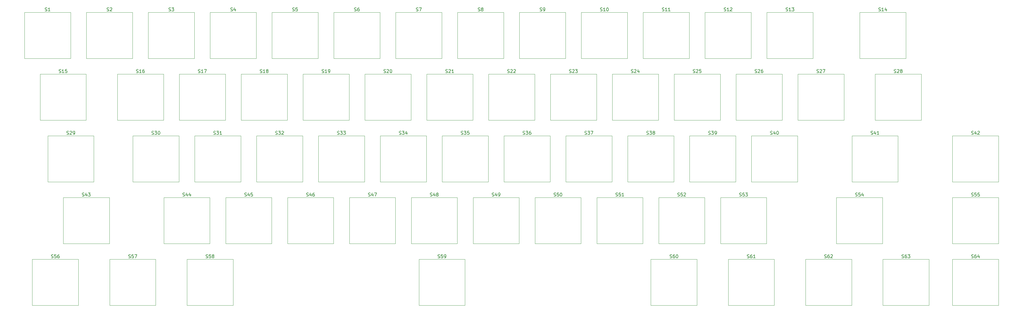
<source format=gto>
G04 #@! TF.GenerationSoftware,KiCad,Pcbnew,8.0.0*
G04 #@! TF.CreationDate,2025-03-21T19:28:15+07:00*
G04 #@! TF.ProjectId,60Keyboard,36304b65-7962-46f6-9172-642e6b696361,rev?*
G04 #@! TF.SameCoordinates,Original*
G04 #@! TF.FileFunction,Legend,Top*
G04 #@! TF.FilePolarity,Positive*
%FSLAX46Y46*%
G04 Gerber Fmt 4.6, Leading zero omitted, Abs format (unit mm)*
G04 Created by KiCad (PCBNEW 8.0.0) date 2025-03-21 19:28:15*
%MOMM*%
%LPD*%
G01*
G04 APERTURE LIST*
%ADD10C,0.150000*%
%ADD11C,0.120000*%
%ADD12C,1.750000*%
%ADD13C,4.000000*%
%ADD14C,2.500000*%
%ADD15C,3.987800*%
%ADD16C,1.879600*%
G04 APERTURE END LIST*
D10*
X98774405Y-40032200D02*
X98917262Y-40079819D01*
X98917262Y-40079819D02*
X99155357Y-40079819D01*
X99155357Y-40079819D02*
X99250595Y-40032200D01*
X99250595Y-40032200D02*
X99298214Y-39984580D01*
X99298214Y-39984580D02*
X99345833Y-39889342D01*
X99345833Y-39889342D02*
X99345833Y-39794104D01*
X99345833Y-39794104D02*
X99298214Y-39698866D01*
X99298214Y-39698866D02*
X99250595Y-39651247D01*
X99250595Y-39651247D02*
X99155357Y-39603628D01*
X99155357Y-39603628D02*
X98964881Y-39556009D01*
X98964881Y-39556009D02*
X98869643Y-39508390D01*
X98869643Y-39508390D02*
X98822024Y-39460771D01*
X98822024Y-39460771D02*
X98774405Y-39365533D01*
X98774405Y-39365533D02*
X98774405Y-39270295D01*
X98774405Y-39270295D02*
X98822024Y-39175057D01*
X98822024Y-39175057D02*
X98869643Y-39127438D01*
X98869643Y-39127438D02*
X98964881Y-39079819D01*
X98964881Y-39079819D02*
X99202976Y-39079819D01*
X99202976Y-39079819D02*
X99345833Y-39127438D01*
X99679167Y-39079819D02*
X100298214Y-39079819D01*
X100298214Y-39079819D02*
X99964881Y-39460771D01*
X99964881Y-39460771D02*
X100107738Y-39460771D01*
X100107738Y-39460771D02*
X100202976Y-39508390D01*
X100202976Y-39508390D02*
X100250595Y-39556009D01*
X100250595Y-39556009D02*
X100298214Y-39651247D01*
X100298214Y-39651247D02*
X100298214Y-39889342D01*
X100298214Y-39889342D02*
X100250595Y-39984580D01*
X100250595Y-39984580D02*
X100202976Y-40032200D01*
X100202976Y-40032200D02*
X100107738Y-40079819D01*
X100107738Y-40079819D02*
X99822024Y-40079819D01*
X99822024Y-40079819D02*
X99726786Y-40032200D01*
X99726786Y-40032200D02*
X99679167Y-39984580D01*
X100631548Y-39079819D02*
X101250595Y-39079819D01*
X101250595Y-39079819D02*
X100917262Y-39460771D01*
X100917262Y-39460771D02*
X101060119Y-39460771D01*
X101060119Y-39460771D02*
X101155357Y-39508390D01*
X101155357Y-39508390D02*
X101202976Y-39556009D01*
X101202976Y-39556009D02*
X101250595Y-39651247D01*
X101250595Y-39651247D02*
X101250595Y-39889342D01*
X101250595Y-39889342D02*
X101202976Y-39984580D01*
X101202976Y-39984580D02*
X101155357Y-40032200D01*
X101155357Y-40032200D02*
X101060119Y-40079819D01*
X101060119Y-40079819D02*
X100774405Y-40079819D01*
X100774405Y-40079819D02*
X100679167Y-40032200D01*
X100679167Y-40032200D02*
X100631548Y-39984580D01*
X46863095Y-1932200D02*
X47005952Y-1979819D01*
X47005952Y-1979819D02*
X47244047Y-1979819D01*
X47244047Y-1979819D02*
X47339285Y-1932200D01*
X47339285Y-1932200D02*
X47386904Y-1884580D01*
X47386904Y-1884580D02*
X47434523Y-1789342D01*
X47434523Y-1789342D02*
X47434523Y-1694104D01*
X47434523Y-1694104D02*
X47386904Y-1598866D01*
X47386904Y-1598866D02*
X47339285Y-1551247D01*
X47339285Y-1551247D02*
X47244047Y-1503628D01*
X47244047Y-1503628D02*
X47053571Y-1456009D01*
X47053571Y-1456009D02*
X46958333Y-1408390D01*
X46958333Y-1408390D02*
X46910714Y-1360771D01*
X46910714Y-1360771D02*
X46863095Y-1265533D01*
X46863095Y-1265533D02*
X46863095Y-1170295D01*
X46863095Y-1170295D02*
X46910714Y-1075057D01*
X46910714Y-1075057D02*
X46958333Y-1027438D01*
X46958333Y-1027438D02*
X47053571Y-979819D01*
X47053571Y-979819D02*
X47291666Y-979819D01*
X47291666Y-979819D02*
X47434523Y-1027438D01*
X47767857Y-979819D02*
X48386904Y-979819D01*
X48386904Y-979819D02*
X48053571Y-1360771D01*
X48053571Y-1360771D02*
X48196428Y-1360771D01*
X48196428Y-1360771D02*
X48291666Y-1408390D01*
X48291666Y-1408390D02*
X48339285Y-1456009D01*
X48339285Y-1456009D02*
X48386904Y-1551247D01*
X48386904Y-1551247D02*
X48386904Y-1789342D01*
X48386904Y-1789342D02*
X48339285Y-1884580D01*
X48339285Y-1884580D02*
X48291666Y-1932200D01*
X48291666Y-1932200D02*
X48196428Y-1979819D01*
X48196428Y-1979819D02*
X47910714Y-1979819D01*
X47910714Y-1979819D02*
X47815476Y-1932200D01*
X47815476Y-1932200D02*
X47767857Y-1884580D01*
X203549405Y-59082200D02*
X203692262Y-59129819D01*
X203692262Y-59129819D02*
X203930357Y-59129819D01*
X203930357Y-59129819D02*
X204025595Y-59082200D01*
X204025595Y-59082200D02*
X204073214Y-59034580D01*
X204073214Y-59034580D02*
X204120833Y-58939342D01*
X204120833Y-58939342D02*
X204120833Y-58844104D01*
X204120833Y-58844104D02*
X204073214Y-58748866D01*
X204073214Y-58748866D02*
X204025595Y-58701247D01*
X204025595Y-58701247D02*
X203930357Y-58653628D01*
X203930357Y-58653628D02*
X203739881Y-58606009D01*
X203739881Y-58606009D02*
X203644643Y-58558390D01*
X203644643Y-58558390D02*
X203597024Y-58510771D01*
X203597024Y-58510771D02*
X203549405Y-58415533D01*
X203549405Y-58415533D02*
X203549405Y-58320295D01*
X203549405Y-58320295D02*
X203597024Y-58225057D01*
X203597024Y-58225057D02*
X203644643Y-58177438D01*
X203644643Y-58177438D02*
X203739881Y-58129819D01*
X203739881Y-58129819D02*
X203977976Y-58129819D01*
X203977976Y-58129819D02*
X204120833Y-58177438D01*
X205025595Y-58129819D02*
X204549405Y-58129819D01*
X204549405Y-58129819D02*
X204501786Y-58606009D01*
X204501786Y-58606009D02*
X204549405Y-58558390D01*
X204549405Y-58558390D02*
X204644643Y-58510771D01*
X204644643Y-58510771D02*
X204882738Y-58510771D01*
X204882738Y-58510771D02*
X204977976Y-58558390D01*
X204977976Y-58558390D02*
X205025595Y-58606009D01*
X205025595Y-58606009D02*
X205073214Y-58701247D01*
X205073214Y-58701247D02*
X205073214Y-58939342D01*
X205073214Y-58939342D02*
X205025595Y-59034580D01*
X205025595Y-59034580D02*
X204977976Y-59082200D01*
X204977976Y-59082200D02*
X204882738Y-59129819D01*
X204882738Y-59129819D02*
X204644643Y-59129819D01*
X204644643Y-59129819D02*
X204549405Y-59082200D01*
X204549405Y-59082200D02*
X204501786Y-59034580D01*
X205454167Y-58225057D02*
X205501786Y-58177438D01*
X205501786Y-58177438D02*
X205597024Y-58129819D01*
X205597024Y-58129819D02*
X205835119Y-58129819D01*
X205835119Y-58129819D02*
X205930357Y-58177438D01*
X205930357Y-58177438D02*
X205977976Y-58225057D01*
X205977976Y-58225057D02*
X206025595Y-58320295D01*
X206025595Y-58320295D02*
X206025595Y-58415533D01*
X206025595Y-58415533D02*
X205977976Y-58558390D01*
X205977976Y-58558390D02*
X205406548Y-59129819D01*
X205406548Y-59129819D02*
X206025595Y-59129819D01*
X84963095Y-1932200D02*
X85105952Y-1979819D01*
X85105952Y-1979819D02*
X85344047Y-1979819D01*
X85344047Y-1979819D02*
X85439285Y-1932200D01*
X85439285Y-1932200D02*
X85486904Y-1884580D01*
X85486904Y-1884580D02*
X85534523Y-1789342D01*
X85534523Y-1789342D02*
X85534523Y-1694104D01*
X85534523Y-1694104D02*
X85486904Y-1598866D01*
X85486904Y-1598866D02*
X85439285Y-1551247D01*
X85439285Y-1551247D02*
X85344047Y-1503628D01*
X85344047Y-1503628D02*
X85153571Y-1456009D01*
X85153571Y-1456009D02*
X85058333Y-1408390D01*
X85058333Y-1408390D02*
X85010714Y-1360771D01*
X85010714Y-1360771D02*
X84963095Y-1265533D01*
X84963095Y-1265533D02*
X84963095Y-1170295D01*
X84963095Y-1170295D02*
X85010714Y-1075057D01*
X85010714Y-1075057D02*
X85058333Y-1027438D01*
X85058333Y-1027438D02*
X85153571Y-979819D01*
X85153571Y-979819D02*
X85391666Y-979819D01*
X85391666Y-979819D02*
X85534523Y-1027438D01*
X86439285Y-979819D02*
X85963095Y-979819D01*
X85963095Y-979819D02*
X85915476Y-1456009D01*
X85915476Y-1456009D02*
X85963095Y-1408390D01*
X85963095Y-1408390D02*
X86058333Y-1360771D01*
X86058333Y-1360771D02*
X86296428Y-1360771D01*
X86296428Y-1360771D02*
X86391666Y-1408390D01*
X86391666Y-1408390D02*
X86439285Y-1456009D01*
X86439285Y-1456009D02*
X86486904Y-1551247D01*
X86486904Y-1551247D02*
X86486904Y-1789342D01*
X86486904Y-1789342D02*
X86439285Y-1884580D01*
X86439285Y-1884580D02*
X86391666Y-1932200D01*
X86391666Y-1932200D02*
X86296428Y-1979819D01*
X86296428Y-1979819D02*
X86058333Y-1979819D01*
X86058333Y-1979819D02*
X85963095Y-1932200D01*
X85963095Y-1932200D02*
X85915476Y-1884580D01*
X79724405Y-40032200D02*
X79867262Y-40079819D01*
X79867262Y-40079819D02*
X80105357Y-40079819D01*
X80105357Y-40079819D02*
X80200595Y-40032200D01*
X80200595Y-40032200D02*
X80248214Y-39984580D01*
X80248214Y-39984580D02*
X80295833Y-39889342D01*
X80295833Y-39889342D02*
X80295833Y-39794104D01*
X80295833Y-39794104D02*
X80248214Y-39698866D01*
X80248214Y-39698866D02*
X80200595Y-39651247D01*
X80200595Y-39651247D02*
X80105357Y-39603628D01*
X80105357Y-39603628D02*
X79914881Y-39556009D01*
X79914881Y-39556009D02*
X79819643Y-39508390D01*
X79819643Y-39508390D02*
X79772024Y-39460771D01*
X79772024Y-39460771D02*
X79724405Y-39365533D01*
X79724405Y-39365533D02*
X79724405Y-39270295D01*
X79724405Y-39270295D02*
X79772024Y-39175057D01*
X79772024Y-39175057D02*
X79819643Y-39127438D01*
X79819643Y-39127438D02*
X79914881Y-39079819D01*
X79914881Y-39079819D02*
X80152976Y-39079819D01*
X80152976Y-39079819D02*
X80295833Y-39127438D01*
X80629167Y-39079819D02*
X81248214Y-39079819D01*
X81248214Y-39079819D02*
X80914881Y-39460771D01*
X80914881Y-39460771D02*
X81057738Y-39460771D01*
X81057738Y-39460771D02*
X81152976Y-39508390D01*
X81152976Y-39508390D02*
X81200595Y-39556009D01*
X81200595Y-39556009D02*
X81248214Y-39651247D01*
X81248214Y-39651247D02*
X81248214Y-39889342D01*
X81248214Y-39889342D02*
X81200595Y-39984580D01*
X81200595Y-39984580D02*
X81152976Y-40032200D01*
X81152976Y-40032200D02*
X81057738Y-40079819D01*
X81057738Y-40079819D02*
X80772024Y-40079819D01*
X80772024Y-40079819D02*
X80676786Y-40032200D01*
X80676786Y-40032200D02*
X80629167Y-39984580D01*
X81629167Y-39175057D02*
X81676786Y-39127438D01*
X81676786Y-39127438D02*
X81772024Y-39079819D01*
X81772024Y-39079819D02*
X82010119Y-39079819D01*
X82010119Y-39079819D02*
X82105357Y-39127438D01*
X82105357Y-39127438D02*
X82152976Y-39175057D01*
X82152976Y-39175057D02*
X82200595Y-39270295D01*
X82200595Y-39270295D02*
X82200595Y-39365533D01*
X82200595Y-39365533D02*
X82152976Y-39508390D01*
X82152976Y-39508390D02*
X81581548Y-40079819D01*
X81581548Y-40079819D02*
X82200595Y-40079819D01*
X8763095Y-1932200D02*
X8905952Y-1979819D01*
X8905952Y-1979819D02*
X9144047Y-1979819D01*
X9144047Y-1979819D02*
X9239285Y-1932200D01*
X9239285Y-1932200D02*
X9286904Y-1884580D01*
X9286904Y-1884580D02*
X9334523Y-1789342D01*
X9334523Y-1789342D02*
X9334523Y-1694104D01*
X9334523Y-1694104D02*
X9286904Y-1598866D01*
X9286904Y-1598866D02*
X9239285Y-1551247D01*
X9239285Y-1551247D02*
X9144047Y-1503628D01*
X9144047Y-1503628D02*
X8953571Y-1456009D01*
X8953571Y-1456009D02*
X8858333Y-1408390D01*
X8858333Y-1408390D02*
X8810714Y-1360771D01*
X8810714Y-1360771D02*
X8763095Y-1265533D01*
X8763095Y-1265533D02*
X8763095Y-1170295D01*
X8763095Y-1170295D02*
X8810714Y-1075057D01*
X8810714Y-1075057D02*
X8858333Y-1027438D01*
X8858333Y-1027438D02*
X8953571Y-979819D01*
X8953571Y-979819D02*
X9191666Y-979819D01*
X9191666Y-979819D02*
X9334523Y-1027438D01*
X10286904Y-1979819D02*
X9715476Y-1979819D01*
X10001190Y-1979819D02*
X10001190Y-979819D01*
X10001190Y-979819D02*
X9905952Y-1122676D01*
X9905952Y-1122676D02*
X9810714Y-1217914D01*
X9810714Y-1217914D02*
X9715476Y-1265533D01*
X222599405Y-59082200D02*
X222742262Y-59129819D01*
X222742262Y-59129819D02*
X222980357Y-59129819D01*
X222980357Y-59129819D02*
X223075595Y-59082200D01*
X223075595Y-59082200D02*
X223123214Y-59034580D01*
X223123214Y-59034580D02*
X223170833Y-58939342D01*
X223170833Y-58939342D02*
X223170833Y-58844104D01*
X223170833Y-58844104D02*
X223123214Y-58748866D01*
X223123214Y-58748866D02*
X223075595Y-58701247D01*
X223075595Y-58701247D02*
X222980357Y-58653628D01*
X222980357Y-58653628D02*
X222789881Y-58606009D01*
X222789881Y-58606009D02*
X222694643Y-58558390D01*
X222694643Y-58558390D02*
X222647024Y-58510771D01*
X222647024Y-58510771D02*
X222599405Y-58415533D01*
X222599405Y-58415533D02*
X222599405Y-58320295D01*
X222599405Y-58320295D02*
X222647024Y-58225057D01*
X222647024Y-58225057D02*
X222694643Y-58177438D01*
X222694643Y-58177438D02*
X222789881Y-58129819D01*
X222789881Y-58129819D02*
X223027976Y-58129819D01*
X223027976Y-58129819D02*
X223170833Y-58177438D01*
X224075595Y-58129819D02*
X223599405Y-58129819D01*
X223599405Y-58129819D02*
X223551786Y-58606009D01*
X223551786Y-58606009D02*
X223599405Y-58558390D01*
X223599405Y-58558390D02*
X223694643Y-58510771D01*
X223694643Y-58510771D02*
X223932738Y-58510771D01*
X223932738Y-58510771D02*
X224027976Y-58558390D01*
X224027976Y-58558390D02*
X224075595Y-58606009D01*
X224075595Y-58606009D02*
X224123214Y-58701247D01*
X224123214Y-58701247D02*
X224123214Y-58939342D01*
X224123214Y-58939342D02*
X224075595Y-59034580D01*
X224075595Y-59034580D02*
X224027976Y-59082200D01*
X224027976Y-59082200D02*
X223932738Y-59129819D01*
X223932738Y-59129819D02*
X223694643Y-59129819D01*
X223694643Y-59129819D02*
X223599405Y-59082200D01*
X223599405Y-59082200D02*
X223551786Y-59034580D01*
X224456548Y-58129819D02*
X225075595Y-58129819D01*
X225075595Y-58129819D02*
X224742262Y-58510771D01*
X224742262Y-58510771D02*
X224885119Y-58510771D01*
X224885119Y-58510771D02*
X224980357Y-58558390D01*
X224980357Y-58558390D02*
X225027976Y-58606009D01*
X225027976Y-58606009D02*
X225075595Y-58701247D01*
X225075595Y-58701247D02*
X225075595Y-58939342D01*
X225075595Y-58939342D02*
X225027976Y-59034580D01*
X225027976Y-59034580D02*
X224980357Y-59082200D01*
X224980357Y-59082200D02*
X224885119Y-59129819D01*
X224885119Y-59129819D02*
X224599405Y-59129819D01*
X224599405Y-59129819D02*
X224504167Y-59082200D01*
X224504167Y-59082200D02*
X224456548Y-59034580D01*
X161163095Y-1932200D02*
X161305952Y-1979819D01*
X161305952Y-1979819D02*
X161544047Y-1979819D01*
X161544047Y-1979819D02*
X161639285Y-1932200D01*
X161639285Y-1932200D02*
X161686904Y-1884580D01*
X161686904Y-1884580D02*
X161734523Y-1789342D01*
X161734523Y-1789342D02*
X161734523Y-1694104D01*
X161734523Y-1694104D02*
X161686904Y-1598866D01*
X161686904Y-1598866D02*
X161639285Y-1551247D01*
X161639285Y-1551247D02*
X161544047Y-1503628D01*
X161544047Y-1503628D02*
X161353571Y-1456009D01*
X161353571Y-1456009D02*
X161258333Y-1408390D01*
X161258333Y-1408390D02*
X161210714Y-1360771D01*
X161210714Y-1360771D02*
X161163095Y-1265533D01*
X161163095Y-1265533D02*
X161163095Y-1170295D01*
X161163095Y-1170295D02*
X161210714Y-1075057D01*
X161210714Y-1075057D02*
X161258333Y-1027438D01*
X161258333Y-1027438D02*
X161353571Y-979819D01*
X161353571Y-979819D02*
X161591666Y-979819D01*
X161591666Y-979819D02*
X161734523Y-1027438D01*
X162210714Y-1979819D02*
X162401190Y-1979819D01*
X162401190Y-1979819D02*
X162496428Y-1932200D01*
X162496428Y-1932200D02*
X162544047Y-1884580D01*
X162544047Y-1884580D02*
X162639285Y-1741723D01*
X162639285Y-1741723D02*
X162686904Y-1551247D01*
X162686904Y-1551247D02*
X162686904Y-1170295D01*
X162686904Y-1170295D02*
X162639285Y-1075057D01*
X162639285Y-1075057D02*
X162591666Y-1027438D01*
X162591666Y-1027438D02*
X162496428Y-979819D01*
X162496428Y-979819D02*
X162305952Y-979819D01*
X162305952Y-979819D02*
X162210714Y-1027438D01*
X162210714Y-1027438D02*
X162163095Y-1075057D01*
X162163095Y-1075057D02*
X162115476Y-1170295D01*
X162115476Y-1170295D02*
X162115476Y-1408390D01*
X162115476Y-1408390D02*
X162163095Y-1503628D01*
X162163095Y-1503628D02*
X162210714Y-1551247D01*
X162210714Y-1551247D02*
X162305952Y-1598866D01*
X162305952Y-1598866D02*
X162496428Y-1598866D01*
X162496428Y-1598866D02*
X162591666Y-1551247D01*
X162591666Y-1551247D02*
X162639285Y-1503628D01*
X162639285Y-1503628D02*
X162686904Y-1408390D01*
X15430655Y-40032200D02*
X15573512Y-40079819D01*
X15573512Y-40079819D02*
X15811607Y-40079819D01*
X15811607Y-40079819D02*
X15906845Y-40032200D01*
X15906845Y-40032200D02*
X15954464Y-39984580D01*
X15954464Y-39984580D02*
X16002083Y-39889342D01*
X16002083Y-39889342D02*
X16002083Y-39794104D01*
X16002083Y-39794104D02*
X15954464Y-39698866D01*
X15954464Y-39698866D02*
X15906845Y-39651247D01*
X15906845Y-39651247D02*
X15811607Y-39603628D01*
X15811607Y-39603628D02*
X15621131Y-39556009D01*
X15621131Y-39556009D02*
X15525893Y-39508390D01*
X15525893Y-39508390D02*
X15478274Y-39460771D01*
X15478274Y-39460771D02*
X15430655Y-39365533D01*
X15430655Y-39365533D02*
X15430655Y-39270295D01*
X15430655Y-39270295D02*
X15478274Y-39175057D01*
X15478274Y-39175057D02*
X15525893Y-39127438D01*
X15525893Y-39127438D02*
X15621131Y-39079819D01*
X15621131Y-39079819D02*
X15859226Y-39079819D01*
X15859226Y-39079819D02*
X16002083Y-39127438D01*
X16383036Y-39175057D02*
X16430655Y-39127438D01*
X16430655Y-39127438D02*
X16525893Y-39079819D01*
X16525893Y-39079819D02*
X16763988Y-39079819D01*
X16763988Y-39079819D02*
X16859226Y-39127438D01*
X16859226Y-39127438D02*
X16906845Y-39175057D01*
X16906845Y-39175057D02*
X16954464Y-39270295D01*
X16954464Y-39270295D02*
X16954464Y-39365533D01*
X16954464Y-39365533D02*
X16906845Y-39508390D01*
X16906845Y-39508390D02*
X16335417Y-40079819D01*
X16335417Y-40079819D02*
X16954464Y-40079819D01*
X17430655Y-40079819D02*
X17621131Y-40079819D01*
X17621131Y-40079819D02*
X17716369Y-40032200D01*
X17716369Y-40032200D02*
X17763988Y-39984580D01*
X17763988Y-39984580D02*
X17859226Y-39841723D01*
X17859226Y-39841723D02*
X17906845Y-39651247D01*
X17906845Y-39651247D02*
X17906845Y-39270295D01*
X17906845Y-39270295D02*
X17859226Y-39175057D01*
X17859226Y-39175057D02*
X17811607Y-39127438D01*
X17811607Y-39127438D02*
X17716369Y-39079819D01*
X17716369Y-39079819D02*
X17525893Y-39079819D01*
X17525893Y-39079819D02*
X17430655Y-39127438D01*
X17430655Y-39127438D02*
X17383036Y-39175057D01*
X17383036Y-39175057D02*
X17335417Y-39270295D01*
X17335417Y-39270295D02*
X17335417Y-39508390D01*
X17335417Y-39508390D02*
X17383036Y-39603628D01*
X17383036Y-39603628D02*
X17430655Y-39651247D01*
X17430655Y-39651247D02*
X17525893Y-39698866D01*
X17525893Y-39698866D02*
X17716369Y-39698866D01*
X17716369Y-39698866D02*
X17811607Y-39651247D01*
X17811607Y-39651247D02*
X17859226Y-39603628D01*
X17859226Y-39603628D02*
X17906845Y-39508390D01*
X294036905Y-40032200D02*
X294179762Y-40079819D01*
X294179762Y-40079819D02*
X294417857Y-40079819D01*
X294417857Y-40079819D02*
X294513095Y-40032200D01*
X294513095Y-40032200D02*
X294560714Y-39984580D01*
X294560714Y-39984580D02*
X294608333Y-39889342D01*
X294608333Y-39889342D02*
X294608333Y-39794104D01*
X294608333Y-39794104D02*
X294560714Y-39698866D01*
X294560714Y-39698866D02*
X294513095Y-39651247D01*
X294513095Y-39651247D02*
X294417857Y-39603628D01*
X294417857Y-39603628D02*
X294227381Y-39556009D01*
X294227381Y-39556009D02*
X294132143Y-39508390D01*
X294132143Y-39508390D02*
X294084524Y-39460771D01*
X294084524Y-39460771D02*
X294036905Y-39365533D01*
X294036905Y-39365533D02*
X294036905Y-39270295D01*
X294036905Y-39270295D02*
X294084524Y-39175057D01*
X294084524Y-39175057D02*
X294132143Y-39127438D01*
X294132143Y-39127438D02*
X294227381Y-39079819D01*
X294227381Y-39079819D02*
X294465476Y-39079819D01*
X294465476Y-39079819D02*
X294608333Y-39127438D01*
X295465476Y-39413152D02*
X295465476Y-40079819D01*
X295227381Y-39032200D02*
X294989286Y-39746485D01*
X294989286Y-39746485D02*
X295608333Y-39746485D01*
X295941667Y-39175057D02*
X295989286Y-39127438D01*
X295989286Y-39127438D02*
X296084524Y-39079819D01*
X296084524Y-39079819D02*
X296322619Y-39079819D01*
X296322619Y-39079819D02*
X296417857Y-39127438D01*
X296417857Y-39127438D02*
X296465476Y-39175057D01*
X296465476Y-39175057D02*
X296513095Y-39270295D01*
X296513095Y-39270295D02*
X296513095Y-39365533D01*
X296513095Y-39365533D02*
X296465476Y-39508390D01*
X296465476Y-39508390D02*
X295894048Y-40079819D01*
X295894048Y-40079819D02*
X296513095Y-40079819D01*
X294036905Y-78132200D02*
X294179762Y-78179819D01*
X294179762Y-78179819D02*
X294417857Y-78179819D01*
X294417857Y-78179819D02*
X294513095Y-78132200D01*
X294513095Y-78132200D02*
X294560714Y-78084580D01*
X294560714Y-78084580D02*
X294608333Y-77989342D01*
X294608333Y-77989342D02*
X294608333Y-77894104D01*
X294608333Y-77894104D02*
X294560714Y-77798866D01*
X294560714Y-77798866D02*
X294513095Y-77751247D01*
X294513095Y-77751247D02*
X294417857Y-77703628D01*
X294417857Y-77703628D02*
X294227381Y-77656009D01*
X294227381Y-77656009D02*
X294132143Y-77608390D01*
X294132143Y-77608390D02*
X294084524Y-77560771D01*
X294084524Y-77560771D02*
X294036905Y-77465533D01*
X294036905Y-77465533D02*
X294036905Y-77370295D01*
X294036905Y-77370295D02*
X294084524Y-77275057D01*
X294084524Y-77275057D02*
X294132143Y-77227438D01*
X294132143Y-77227438D02*
X294227381Y-77179819D01*
X294227381Y-77179819D02*
X294465476Y-77179819D01*
X294465476Y-77179819D02*
X294608333Y-77227438D01*
X295465476Y-77179819D02*
X295275000Y-77179819D01*
X295275000Y-77179819D02*
X295179762Y-77227438D01*
X295179762Y-77227438D02*
X295132143Y-77275057D01*
X295132143Y-77275057D02*
X295036905Y-77417914D01*
X295036905Y-77417914D02*
X294989286Y-77608390D01*
X294989286Y-77608390D02*
X294989286Y-77989342D01*
X294989286Y-77989342D02*
X295036905Y-78084580D01*
X295036905Y-78084580D02*
X295084524Y-78132200D01*
X295084524Y-78132200D02*
X295179762Y-78179819D01*
X295179762Y-78179819D02*
X295370238Y-78179819D01*
X295370238Y-78179819D02*
X295465476Y-78132200D01*
X295465476Y-78132200D02*
X295513095Y-78084580D01*
X295513095Y-78084580D02*
X295560714Y-77989342D01*
X295560714Y-77989342D02*
X295560714Y-77751247D01*
X295560714Y-77751247D02*
X295513095Y-77656009D01*
X295513095Y-77656009D02*
X295465476Y-77608390D01*
X295465476Y-77608390D02*
X295370238Y-77560771D01*
X295370238Y-77560771D02*
X295179762Y-77560771D01*
X295179762Y-77560771D02*
X295084524Y-77608390D01*
X295084524Y-77608390D02*
X295036905Y-77656009D01*
X295036905Y-77656009D02*
X294989286Y-77751247D01*
X296417857Y-77513152D02*
X296417857Y-78179819D01*
X296179762Y-77132200D02*
X295941667Y-77846485D01*
X295941667Y-77846485D02*
X296560714Y-77846485D01*
X265461905Y-1932200D02*
X265604762Y-1979819D01*
X265604762Y-1979819D02*
X265842857Y-1979819D01*
X265842857Y-1979819D02*
X265938095Y-1932200D01*
X265938095Y-1932200D02*
X265985714Y-1884580D01*
X265985714Y-1884580D02*
X266033333Y-1789342D01*
X266033333Y-1789342D02*
X266033333Y-1694104D01*
X266033333Y-1694104D02*
X265985714Y-1598866D01*
X265985714Y-1598866D02*
X265938095Y-1551247D01*
X265938095Y-1551247D02*
X265842857Y-1503628D01*
X265842857Y-1503628D02*
X265652381Y-1456009D01*
X265652381Y-1456009D02*
X265557143Y-1408390D01*
X265557143Y-1408390D02*
X265509524Y-1360771D01*
X265509524Y-1360771D02*
X265461905Y-1265533D01*
X265461905Y-1265533D02*
X265461905Y-1170295D01*
X265461905Y-1170295D02*
X265509524Y-1075057D01*
X265509524Y-1075057D02*
X265557143Y-1027438D01*
X265557143Y-1027438D02*
X265652381Y-979819D01*
X265652381Y-979819D02*
X265890476Y-979819D01*
X265890476Y-979819D02*
X266033333Y-1027438D01*
X266985714Y-1979819D02*
X266414286Y-1979819D01*
X266700000Y-1979819D02*
X266700000Y-979819D01*
X266700000Y-979819D02*
X266604762Y-1122676D01*
X266604762Y-1122676D02*
X266509524Y-1217914D01*
X266509524Y-1217914D02*
X266414286Y-1265533D01*
X267842857Y-1313152D02*
X267842857Y-1979819D01*
X267604762Y-932200D02*
X267366667Y-1646485D01*
X267366667Y-1646485D02*
X267985714Y-1646485D01*
X20193155Y-59082200D02*
X20336012Y-59129819D01*
X20336012Y-59129819D02*
X20574107Y-59129819D01*
X20574107Y-59129819D02*
X20669345Y-59082200D01*
X20669345Y-59082200D02*
X20716964Y-59034580D01*
X20716964Y-59034580D02*
X20764583Y-58939342D01*
X20764583Y-58939342D02*
X20764583Y-58844104D01*
X20764583Y-58844104D02*
X20716964Y-58748866D01*
X20716964Y-58748866D02*
X20669345Y-58701247D01*
X20669345Y-58701247D02*
X20574107Y-58653628D01*
X20574107Y-58653628D02*
X20383631Y-58606009D01*
X20383631Y-58606009D02*
X20288393Y-58558390D01*
X20288393Y-58558390D02*
X20240774Y-58510771D01*
X20240774Y-58510771D02*
X20193155Y-58415533D01*
X20193155Y-58415533D02*
X20193155Y-58320295D01*
X20193155Y-58320295D02*
X20240774Y-58225057D01*
X20240774Y-58225057D02*
X20288393Y-58177438D01*
X20288393Y-58177438D02*
X20383631Y-58129819D01*
X20383631Y-58129819D02*
X20621726Y-58129819D01*
X20621726Y-58129819D02*
X20764583Y-58177438D01*
X21621726Y-58463152D02*
X21621726Y-59129819D01*
X21383631Y-58082200D02*
X21145536Y-58796485D01*
X21145536Y-58796485D02*
X21764583Y-58796485D01*
X22050298Y-58129819D02*
X22669345Y-58129819D01*
X22669345Y-58129819D02*
X22336012Y-58510771D01*
X22336012Y-58510771D02*
X22478869Y-58510771D01*
X22478869Y-58510771D02*
X22574107Y-58558390D01*
X22574107Y-58558390D02*
X22621726Y-58606009D01*
X22621726Y-58606009D02*
X22669345Y-58701247D01*
X22669345Y-58701247D02*
X22669345Y-58939342D01*
X22669345Y-58939342D02*
X22621726Y-59034580D01*
X22621726Y-59034580D02*
X22574107Y-59082200D01*
X22574107Y-59082200D02*
X22478869Y-59129819D01*
X22478869Y-59129819D02*
X22193155Y-59129819D01*
X22193155Y-59129819D02*
X22097917Y-59082200D01*
X22097917Y-59082200D02*
X22050298Y-59034580D01*
X65913095Y-1932200D02*
X66055952Y-1979819D01*
X66055952Y-1979819D02*
X66294047Y-1979819D01*
X66294047Y-1979819D02*
X66389285Y-1932200D01*
X66389285Y-1932200D02*
X66436904Y-1884580D01*
X66436904Y-1884580D02*
X66484523Y-1789342D01*
X66484523Y-1789342D02*
X66484523Y-1694104D01*
X66484523Y-1694104D02*
X66436904Y-1598866D01*
X66436904Y-1598866D02*
X66389285Y-1551247D01*
X66389285Y-1551247D02*
X66294047Y-1503628D01*
X66294047Y-1503628D02*
X66103571Y-1456009D01*
X66103571Y-1456009D02*
X66008333Y-1408390D01*
X66008333Y-1408390D02*
X65960714Y-1360771D01*
X65960714Y-1360771D02*
X65913095Y-1265533D01*
X65913095Y-1265533D02*
X65913095Y-1170295D01*
X65913095Y-1170295D02*
X65960714Y-1075057D01*
X65960714Y-1075057D02*
X66008333Y-1027438D01*
X66008333Y-1027438D02*
X66103571Y-979819D01*
X66103571Y-979819D02*
X66341666Y-979819D01*
X66341666Y-979819D02*
X66484523Y-1027438D01*
X67341666Y-1313152D02*
X67341666Y-1979819D01*
X67103571Y-932200D02*
X66865476Y-1646485D01*
X66865476Y-1646485D02*
X67484523Y-1646485D01*
X89249405Y-59082200D02*
X89392262Y-59129819D01*
X89392262Y-59129819D02*
X89630357Y-59129819D01*
X89630357Y-59129819D02*
X89725595Y-59082200D01*
X89725595Y-59082200D02*
X89773214Y-59034580D01*
X89773214Y-59034580D02*
X89820833Y-58939342D01*
X89820833Y-58939342D02*
X89820833Y-58844104D01*
X89820833Y-58844104D02*
X89773214Y-58748866D01*
X89773214Y-58748866D02*
X89725595Y-58701247D01*
X89725595Y-58701247D02*
X89630357Y-58653628D01*
X89630357Y-58653628D02*
X89439881Y-58606009D01*
X89439881Y-58606009D02*
X89344643Y-58558390D01*
X89344643Y-58558390D02*
X89297024Y-58510771D01*
X89297024Y-58510771D02*
X89249405Y-58415533D01*
X89249405Y-58415533D02*
X89249405Y-58320295D01*
X89249405Y-58320295D02*
X89297024Y-58225057D01*
X89297024Y-58225057D02*
X89344643Y-58177438D01*
X89344643Y-58177438D02*
X89439881Y-58129819D01*
X89439881Y-58129819D02*
X89677976Y-58129819D01*
X89677976Y-58129819D02*
X89820833Y-58177438D01*
X90677976Y-58463152D02*
X90677976Y-59129819D01*
X90439881Y-58082200D02*
X90201786Y-58796485D01*
X90201786Y-58796485D02*
X90820833Y-58796485D01*
X91630357Y-58129819D02*
X91439881Y-58129819D01*
X91439881Y-58129819D02*
X91344643Y-58177438D01*
X91344643Y-58177438D02*
X91297024Y-58225057D01*
X91297024Y-58225057D02*
X91201786Y-58367914D01*
X91201786Y-58367914D02*
X91154167Y-58558390D01*
X91154167Y-58558390D02*
X91154167Y-58939342D01*
X91154167Y-58939342D02*
X91201786Y-59034580D01*
X91201786Y-59034580D02*
X91249405Y-59082200D01*
X91249405Y-59082200D02*
X91344643Y-59129819D01*
X91344643Y-59129819D02*
X91535119Y-59129819D01*
X91535119Y-59129819D02*
X91630357Y-59082200D01*
X91630357Y-59082200D02*
X91677976Y-59034580D01*
X91677976Y-59034580D02*
X91725595Y-58939342D01*
X91725595Y-58939342D02*
X91725595Y-58701247D01*
X91725595Y-58701247D02*
X91677976Y-58606009D01*
X91677976Y-58606009D02*
X91630357Y-58558390D01*
X91630357Y-58558390D02*
X91535119Y-58510771D01*
X91535119Y-58510771D02*
X91344643Y-58510771D01*
X91344643Y-58510771D02*
X91249405Y-58558390D01*
X91249405Y-58558390D02*
X91201786Y-58606009D01*
X91201786Y-58606009D02*
X91154167Y-58701247D01*
X58293155Y-78132200D02*
X58436012Y-78179819D01*
X58436012Y-78179819D02*
X58674107Y-78179819D01*
X58674107Y-78179819D02*
X58769345Y-78132200D01*
X58769345Y-78132200D02*
X58816964Y-78084580D01*
X58816964Y-78084580D02*
X58864583Y-77989342D01*
X58864583Y-77989342D02*
X58864583Y-77894104D01*
X58864583Y-77894104D02*
X58816964Y-77798866D01*
X58816964Y-77798866D02*
X58769345Y-77751247D01*
X58769345Y-77751247D02*
X58674107Y-77703628D01*
X58674107Y-77703628D02*
X58483631Y-77656009D01*
X58483631Y-77656009D02*
X58388393Y-77608390D01*
X58388393Y-77608390D02*
X58340774Y-77560771D01*
X58340774Y-77560771D02*
X58293155Y-77465533D01*
X58293155Y-77465533D02*
X58293155Y-77370295D01*
X58293155Y-77370295D02*
X58340774Y-77275057D01*
X58340774Y-77275057D02*
X58388393Y-77227438D01*
X58388393Y-77227438D02*
X58483631Y-77179819D01*
X58483631Y-77179819D02*
X58721726Y-77179819D01*
X58721726Y-77179819D02*
X58864583Y-77227438D01*
X59769345Y-77179819D02*
X59293155Y-77179819D01*
X59293155Y-77179819D02*
X59245536Y-77656009D01*
X59245536Y-77656009D02*
X59293155Y-77608390D01*
X59293155Y-77608390D02*
X59388393Y-77560771D01*
X59388393Y-77560771D02*
X59626488Y-77560771D01*
X59626488Y-77560771D02*
X59721726Y-77608390D01*
X59721726Y-77608390D02*
X59769345Y-77656009D01*
X59769345Y-77656009D02*
X59816964Y-77751247D01*
X59816964Y-77751247D02*
X59816964Y-77989342D01*
X59816964Y-77989342D02*
X59769345Y-78084580D01*
X59769345Y-78084580D02*
X59721726Y-78132200D01*
X59721726Y-78132200D02*
X59626488Y-78179819D01*
X59626488Y-78179819D02*
X59388393Y-78179819D01*
X59388393Y-78179819D02*
X59293155Y-78132200D01*
X59293155Y-78132200D02*
X59245536Y-78084580D01*
X60388393Y-77608390D02*
X60293155Y-77560771D01*
X60293155Y-77560771D02*
X60245536Y-77513152D01*
X60245536Y-77513152D02*
X60197917Y-77417914D01*
X60197917Y-77417914D02*
X60197917Y-77370295D01*
X60197917Y-77370295D02*
X60245536Y-77275057D01*
X60245536Y-77275057D02*
X60293155Y-77227438D01*
X60293155Y-77227438D02*
X60388393Y-77179819D01*
X60388393Y-77179819D02*
X60578869Y-77179819D01*
X60578869Y-77179819D02*
X60674107Y-77227438D01*
X60674107Y-77227438D02*
X60721726Y-77275057D01*
X60721726Y-77275057D02*
X60769345Y-77370295D01*
X60769345Y-77370295D02*
X60769345Y-77417914D01*
X60769345Y-77417914D02*
X60721726Y-77513152D01*
X60721726Y-77513152D02*
X60674107Y-77560771D01*
X60674107Y-77560771D02*
X60578869Y-77608390D01*
X60578869Y-77608390D02*
X60388393Y-77608390D01*
X60388393Y-77608390D02*
X60293155Y-77656009D01*
X60293155Y-77656009D02*
X60245536Y-77703628D01*
X60245536Y-77703628D02*
X60197917Y-77798866D01*
X60197917Y-77798866D02*
X60197917Y-77989342D01*
X60197917Y-77989342D02*
X60245536Y-78084580D01*
X60245536Y-78084580D02*
X60293155Y-78132200D01*
X60293155Y-78132200D02*
X60388393Y-78179819D01*
X60388393Y-78179819D02*
X60578869Y-78179819D01*
X60578869Y-78179819D02*
X60674107Y-78132200D01*
X60674107Y-78132200D02*
X60721726Y-78084580D01*
X60721726Y-78084580D02*
X60769345Y-77989342D01*
X60769345Y-77989342D02*
X60769345Y-77798866D01*
X60769345Y-77798866D02*
X60721726Y-77703628D01*
X60721726Y-77703628D02*
X60674107Y-77656009D01*
X60674107Y-77656009D02*
X60578869Y-77608390D01*
X70199405Y-59082200D02*
X70342262Y-59129819D01*
X70342262Y-59129819D02*
X70580357Y-59129819D01*
X70580357Y-59129819D02*
X70675595Y-59082200D01*
X70675595Y-59082200D02*
X70723214Y-59034580D01*
X70723214Y-59034580D02*
X70770833Y-58939342D01*
X70770833Y-58939342D02*
X70770833Y-58844104D01*
X70770833Y-58844104D02*
X70723214Y-58748866D01*
X70723214Y-58748866D02*
X70675595Y-58701247D01*
X70675595Y-58701247D02*
X70580357Y-58653628D01*
X70580357Y-58653628D02*
X70389881Y-58606009D01*
X70389881Y-58606009D02*
X70294643Y-58558390D01*
X70294643Y-58558390D02*
X70247024Y-58510771D01*
X70247024Y-58510771D02*
X70199405Y-58415533D01*
X70199405Y-58415533D02*
X70199405Y-58320295D01*
X70199405Y-58320295D02*
X70247024Y-58225057D01*
X70247024Y-58225057D02*
X70294643Y-58177438D01*
X70294643Y-58177438D02*
X70389881Y-58129819D01*
X70389881Y-58129819D02*
X70627976Y-58129819D01*
X70627976Y-58129819D02*
X70770833Y-58177438D01*
X71627976Y-58463152D02*
X71627976Y-59129819D01*
X71389881Y-58082200D02*
X71151786Y-58796485D01*
X71151786Y-58796485D02*
X71770833Y-58796485D01*
X72627976Y-58129819D02*
X72151786Y-58129819D01*
X72151786Y-58129819D02*
X72104167Y-58606009D01*
X72104167Y-58606009D02*
X72151786Y-58558390D01*
X72151786Y-58558390D02*
X72247024Y-58510771D01*
X72247024Y-58510771D02*
X72485119Y-58510771D01*
X72485119Y-58510771D02*
X72580357Y-58558390D01*
X72580357Y-58558390D02*
X72627976Y-58606009D01*
X72627976Y-58606009D02*
X72675595Y-58701247D01*
X72675595Y-58701247D02*
X72675595Y-58939342D01*
X72675595Y-58939342D02*
X72627976Y-59034580D01*
X72627976Y-59034580D02*
X72580357Y-59082200D01*
X72580357Y-59082200D02*
X72485119Y-59129819D01*
X72485119Y-59129819D02*
X72247024Y-59129819D01*
X72247024Y-59129819D02*
X72151786Y-59082200D01*
X72151786Y-59082200D02*
X72104167Y-59034580D01*
X36861905Y-20982200D02*
X37004762Y-21029819D01*
X37004762Y-21029819D02*
X37242857Y-21029819D01*
X37242857Y-21029819D02*
X37338095Y-20982200D01*
X37338095Y-20982200D02*
X37385714Y-20934580D01*
X37385714Y-20934580D02*
X37433333Y-20839342D01*
X37433333Y-20839342D02*
X37433333Y-20744104D01*
X37433333Y-20744104D02*
X37385714Y-20648866D01*
X37385714Y-20648866D02*
X37338095Y-20601247D01*
X37338095Y-20601247D02*
X37242857Y-20553628D01*
X37242857Y-20553628D02*
X37052381Y-20506009D01*
X37052381Y-20506009D02*
X36957143Y-20458390D01*
X36957143Y-20458390D02*
X36909524Y-20410771D01*
X36909524Y-20410771D02*
X36861905Y-20315533D01*
X36861905Y-20315533D02*
X36861905Y-20220295D01*
X36861905Y-20220295D02*
X36909524Y-20125057D01*
X36909524Y-20125057D02*
X36957143Y-20077438D01*
X36957143Y-20077438D02*
X37052381Y-20029819D01*
X37052381Y-20029819D02*
X37290476Y-20029819D01*
X37290476Y-20029819D02*
X37433333Y-20077438D01*
X38385714Y-21029819D02*
X37814286Y-21029819D01*
X38100000Y-21029819D02*
X38100000Y-20029819D01*
X38100000Y-20029819D02*
X38004762Y-20172676D01*
X38004762Y-20172676D02*
X37909524Y-20267914D01*
X37909524Y-20267914D02*
X37814286Y-20315533D01*
X39242857Y-20029819D02*
X39052381Y-20029819D01*
X39052381Y-20029819D02*
X38957143Y-20077438D01*
X38957143Y-20077438D02*
X38909524Y-20125057D01*
X38909524Y-20125057D02*
X38814286Y-20267914D01*
X38814286Y-20267914D02*
X38766667Y-20458390D01*
X38766667Y-20458390D02*
X38766667Y-20839342D01*
X38766667Y-20839342D02*
X38814286Y-20934580D01*
X38814286Y-20934580D02*
X38861905Y-20982200D01*
X38861905Y-20982200D02*
X38957143Y-21029819D01*
X38957143Y-21029819D02*
X39147619Y-21029819D01*
X39147619Y-21029819D02*
X39242857Y-20982200D01*
X39242857Y-20982200D02*
X39290476Y-20934580D01*
X39290476Y-20934580D02*
X39338095Y-20839342D01*
X39338095Y-20839342D02*
X39338095Y-20601247D01*
X39338095Y-20601247D02*
X39290476Y-20506009D01*
X39290476Y-20506009D02*
X39242857Y-20458390D01*
X39242857Y-20458390D02*
X39147619Y-20410771D01*
X39147619Y-20410771D02*
X38957143Y-20410771D01*
X38957143Y-20410771D02*
X38861905Y-20458390D01*
X38861905Y-20458390D02*
X38814286Y-20506009D01*
X38814286Y-20506009D02*
X38766667Y-20601247D01*
X236886905Y-1932200D02*
X237029762Y-1979819D01*
X237029762Y-1979819D02*
X237267857Y-1979819D01*
X237267857Y-1979819D02*
X237363095Y-1932200D01*
X237363095Y-1932200D02*
X237410714Y-1884580D01*
X237410714Y-1884580D02*
X237458333Y-1789342D01*
X237458333Y-1789342D02*
X237458333Y-1694104D01*
X237458333Y-1694104D02*
X237410714Y-1598866D01*
X237410714Y-1598866D02*
X237363095Y-1551247D01*
X237363095Y-1551247D02*
X237267857Y-1503628D01*
X237267857Y-1503628D02*
X237077381Y-1456009D01*
X237077381Y-1456009D02*
X236982143Y-1408390D01*
X236982143Y-1408390D02*
X236934524Y-1360771D01*
X236934524Y-1360771D02*
X236886905Y-1265533D01*
X236886905Y-1265533D02*
X236886905Y-1170295D01*
X236886905Y-1170295D02*
X236934524Y-1075057D01*
X236934524Y-1075057D02*
X236982143Y-1027438D01*
X236982143Y-1027438D02*
X237077381Y-979819D01*
X237077381Y-979819D02*
X237315476Y-979819D01*
X237315476Y-979819D02*
X237458333Y-1027438D01*
X238410714Y-1979819D02*
X237839286Y-1979819D01*
X238125000Y-1979819D02*
X238125000Y-979819D01*
X238125000Y-979819D02*
X238029762Y-1122676D01*
X238029762Y-1122676D02*
X237934524Y-1217914D01*
X237934524Y-1217914D02*
X237839286Y-1265533D01*
X238744048Y-979819D02*
X239363095Y-979819D01*
X239363095Y-979819D02*
X239029762Y-1360771D01*
X239029762Y-1360771D02*
X239172619Y-1360771D01*
X239172619Y-1360771D02*
X239267857Y-1408390D01*
X239267857Y-1408390D02*
X239315476Y-1456009D01*
X239315476Y-1456009D02*
X239363095Y-1551247D01*
X239363095Y-1551247D02*
X239363095Y-1789342D01*
X239363095Y-1789342D02*
X239315476Y-1884580D01*
X239315476Y-1884580D02*
X239267857Y-1932200D01*
X239267857Y-1932200D02*
X239172619Y-1979819D01*
X239172619Y-1979819D02*
X238886905Y-1979819D01*
X238886905Y-1979819D02*
X238791667Y-1932200D01*
X238791667Y-1932200D02*
X238744048Y-1884580D01*
X248793155Y-78132200D02*
X248936012Y-78179819D01*
X248936012Y-78179819D02*
X249174107Y-78179819D01*
X249174107Y-78179819D02*
X249269345Y-78132200D01*
X249269345Y-78132200D02*
X249316964Y-78084580D01*
X249316964Y-78084580D02*
X249364583Y-77989342D01*
X249364583Y-77989342D02*
X249364583Y-77894104D01*
X249364583Y-77894104D02*
X249316964Y-77798866D01*
X249316964Y-77798866D02*
X249269345Y-77751247D01*
X249269345Y-77751247D02*
X249174107Y-77703628D01*
X249174107Y-77703628D02*
X248983631Y-77656009D01*
X248983631Y-77656009D02*
X248888393Y-77608390D01*
X248888393Y-77608390D02*
X248840774Y-77560771D01*
X248840774Y-77560771D02*
X248793155Y-77465533D01*
X248793155Y-77465533D02*
X248793155Y-77370295D01*
X248793155Y-77370295D02*
X248840774Y-77275057D01*
X248840774Y-77275057D02*
X248888393Y-77227438D01*
X248888393Y-77227438D02*
X248983631Y-77179819D01*
X248983631Y-77179819D02*
X249221726Y-77179819D01*
X249221726Y-77179819D02*
X249364583Y-77227438D01*
X250221726Y-77179819D02*
X250031250Y-77179819D01*
X250031250Y-77179819D02*
X249936012Y-77227438D01*
X249936012Y-77227438D02*
X249888393Y-77275057D01*
X249888393Y-77275057D02*
X249793155Y-77417914D01*
X249793155Y-77417914D02*
X249745536Y-77608390D01*
X249745536Y-77608390D02*
X249745536Y-77989342D01*
X249745536Y-77989342D02*
X249793155Y-78084580D01*
X249793155Y-78084580D02*
X249840774Y-78132200D01*
X249840774Y-78132200D02*
X249936012Y-78179819D01*
X249936012Y-78179819D02*
X250126488Y-78179819D01*
X250126488Y-78179819D02*
X250221726Y-78132200D01*
X250221726Y-78132200D02*
X250269345Y-78084580D01*
X250269345Y-78084580D02*
X250316964Y-77989342D01*
X250316964Y-77989342D02*
X250316964Y-77751247D01*
X250316964Y-77751247D02*
X250269345Y-77656009D01*
X250269345Y-77656009D02*
X250221726Y-77608390D01*
X250221726Y-77608390D02*
X250126488Y-77560771D01*
X250126488Y-77560771D02*
X249936012Y-77560771D01*
X249936012Y-77560771D02*
X249840774Y-77608390D01*
X249840774Y-77608390D02*
X249793155Y-77656009D01*
X249793155Y-77656009D02*
X249745536Y-77751247D01*
X250697917Y-77275057D02*
X250745536Y-77227438D01*
X250745536Y-77227438D02*
X250840774Y-77179819D01*
X250840774Y-77179819D02*
X251078869Y-77179819D01*
X251078869Y-77179819D02*
X251174107Y-77227438D01*
X251174107Y-77227438D02*
X251221726Y-77275057D01*
X251221726Y-77275057D02*
X251269345Y-77370295D01*
X251269345Y-77370295D02*
X251269345Y-77465533D01*
X251269345Y-77465533D02*
X251221726Y-77608390D01*
X251221726Y-77608390D02*
X250650298Y-78179819D01*
X250650298Y-78179819D02*
X251269345Y-78179819D01*
X165449405Y-59082200D02*
X165592262Y-59129819D01*
X165592262Y-59129819D02*
X165830357Y-59129819D01*
X165830357Y-59129819D02*
X165925595Y-59082200D01*
X165925595Y-59082200D02*
X165973214Y-59034580D01*
X165973214Y-59034580D02*
X166020833Y-58939342D01*
X166020833Y-58939342D02*
X166020833Y-58844104D01*
X166020833Y-58844104D02*
X165973214Y-58748866D01*
X165973214Y-58748866D02*
X165925595Y-58701247D01*
X165925595Y-58701247D02*
X165830357Y-58653628D01*
X165830357Y-58653628D02*
X165639881Y-58606009D01*
X165639881Y-58606009D02*
X165544643Y-58558390D01*
X165544643Y-58558390D02*
X165497024Y-58510771D01*
X165497024Y-58510771D02*
X165449405Y-58415533D01*
X165449405Y-58415533D02*
X165449405Y-58320295D01*
X165449405Y-58320295D02*
X165497024Y-58225057D01*
X165497024Y-58225057D02*
X165544643Y-58177438D01*
X165544643Y-58177438D02*
X165639881Y-58129819D01*
X165639881Y-58129819D02*
X165877976Y-58129819D01*
X165877976Y-58129819D02*
X166020833Y-58177438D01*
X166925595Y-58129819D02*
X166449405Y-58129819D01*
X166449405Y-58129819D02*
X166401786Y-58606009D01*
X166401786Y-58606009D02*
X166449405Y-58558390D01*
X166449405Y-58558390D02*
X166544643Y-58510771D01*
X166544643Y-58510771D02*
X166782738Y-58510771D01*
X166782738Y-58510771D02*
X166877976Y-58558390D01*
X166877976Y-58558390D02*
X166925595Y-58606009D01*
X166925595Y-58606009D02*
X166973214Y-58701247D01*
X166973214Y-58701247D02*
X166973214Y-58939342D01*
X166973214Y-58939342D02*
X166925595Y-59034580D01*
X166925595Y-59034580D02*
X166877976Y-59082200D01*
X166877976Y-59082200D02*
X166782738Y-59129819D01*
X166782738Y-59129819D02*
X166544643Y-59129819D01*
X166544643Y-59129819D02*
X166449405Y-59082200D01*
X166449405Y-59082200D02*
X166401786Y-59034580D01*
X167592262Y-58129819D02*
X167687500Y-58129819D01*
X167687500Y-58129819D02*
X167782738Y-58177438D01*
X167782738Y-58177438D02*
X167830357Y-58225057D01*
X167830357Y-58225057D02*
X167877976Y-58320295D01*
X167877976Y-58320295D02*
X167925595Y-58510771D01*
X167925595Y-58510771D02*
X167925595Y-58748866D01*
X167925595Y-58748866D02*
X167877976Y-58939342D01*
X167877976Y-58939342D02*
X167830357Y-59034580D01*
X167830357Y-59034580D02*
X167782738Y-59082200D01*
X167782738Y-59082200D02*
X167687500Y-59129819D01*
X167687500Y-59129819D02*
X167592262Y-59129819D01*
X167592262Y-59129819D02*
X167497024Y-59082200D01*
X167497024Y-59082200D02*
X167449405Y-59034580D01*
X167449405Y-59034580D02*
X167401786Y-58939342D01*
X167401786Y-58939342D02*
X167354167Y-58748866D01*
X167354167Y-58748866D02*
X167354167Y-58510771D01*
X167354167Y-58510771D02*
X167401786Y-58320295D01*
X167401786Y-58320295D02*
X167449405Y-58225057D01*
X167449405Y-58225057D02*
X167497024Y-58177438D01*
X167497024Y-58177438D02*
X167592262Y-58129819D01*
X151161905Y-20982200D02*
X151304762Y-21029819D01*
X151304762Y-21029819D02*
X151542857Y-21029819D01*
X151542857Y-21029819D02*
X151638095Y-20982200D01*
X151638095Y-20982200D02*
X151685714Y-20934580D01*
X151685714Y-20934580D02*
X151733333Y-20839342D01*
X151733333Y-20839342D02*
X151733333Y-20744104D01*
X151733333Y-20744104D02*
X151685714Y-20648866D01*
X151685714Y-20648866D02*
X151638095Y-20601247D01*
X151638095Y-20601247D02*
X151542857Y-20553628D01*
X151542857Y-20553628D02*
X151352381Y-20506009D01*
X151352381Y-20506009D02*
X151257143Y-20458390D01*
X151257143Y-20458390D02*
X151209524Y-20410771D01*
X151209524Y-20410771D02*
X151161905Y-20315533D01*
X151161905Y-20315533D02*
X151161905Y-20220295D01*
X151161905Y-20220295D02*
X151209524Y-20125057D01*
X151209524Y-20125057D02*
X151257143Y-20077438D01*
X151257143Y-20077438D02*
X151352381Y-20029819D01*
X151352381Y-20029819D02*
X151590476Y-20029819D01*
X151590476Y-20029819D02*
X151733333Y-20077438D01*
X152114286Y-20125057D02*
X152161905Y-20077438D01*
X152161905Y-20077438D02*
X152257143Y-20029819D01*
X152257143Y-20029819D02*
X152495238Y-20029819D01*
X152495238Y-20029819D02*
X152590476Y-20077438D01*
X152590476Y-20077438D02*
X152638095Y-20125057D01*
X152638095Y-20125057D02*
X152685714Y-20220295D01*
X152685714Y-20220295D02*
X152685714Y-20315533D01*
X152685714Y-20315533D02*
X152638095Y-20458390D01*
X152638095Y-20458390D02*
X152066667Y-21029819D01*
X152066667Y-21029819D02*
X152685714Y-21029819D01*
X153066667Y-20125057D02*
X153114286Y-20077438D01*
X153114286Y-20077438D02*
X153209524Y-20029819D01*
X153209524Y-20029819D02*
X153447619Y-20029819D01*
X153447619Y-20029819D02*
X153542857Y-20077438D01*
X153542857Y-20077438D02*
X153590476Y-20125057D01*
X153590476Y-20125057D02*
X153638095Y-20220295D01*
X153638095Y-20220295D02*
X153638095Y-20315533D01*
X153638095Y-20315533D02*
X153590476Y-20458390D01*
X153590476Y-20458390D02*
X153019048Y-21029819D01*
X153019048Y-21029819D02*
X153638095Y-21029819D01*
X246411905Y-20982200D02*
X246554762Y-21029819D01*
X246554762Y-21029819D02*
X246792857Y-21029819D01*
X246792857Y-21029819D02*
X246888095Y-20982200D01*
X246888095Y-20982200D02*
X246935714Y-20934580D01*
X246935714Y-20934580D02*
X246983333Y-20839342D01*
X246983333Y-20839342D02*
X246983333Y-20744104D01*
X246983333Y-20744104D02*
X246935714Y-20648866D01*
X246935714Y-20648866D02*
X246888095Y-20601247D01*
X246888095Y-20601247D02*
X246792857Y-20553628D01*
X246792857Y-20553628D02*
X246602381Y-20506009D01*
X246602381Y-20506009D02*
X246507143Y-20458390D01*
X246507143Y-20458390D02*
X246459524Y-20410771D01*
X246459524Y-20410771D02*
X246411905Y-20315533D01*
X246411905Y-20315533D02*
X246411905Y-20220295D01*
X246411905Y-20220295D02*
X246459524Y-20125057D01*
X246459524Y-20125057D02*
X246507143Y-20077438D01*
X246507143Y-20077438D02*
X246602381Y-20029819D01*
X246602381Y-20029819D02*
X246840476Y-20029819D01*
X246840476Y-20029819D02*
X246983333Y-20077438D01*
X247364286Y-20125057D02*
X247411905Y-20077438D01*
X247411905Y-20077438D02*
X247507143Y-20029819D01*
X247507143Y-20029819D02*
X247745238Y-20029819D01*
X247745238Y-20029819D02*
X247840476Y-20077438D01*
X247840476Y-20077438D02*
X247888095Y-20125057D01*
X247888095Y-20125057D02*
X247935714Y-20220295D01*
X247935714Y-20220295D02*
X247935714Y-20315533D01*
X247935714Y-20315533D02*
X247888095Y-20458390D01*
X247888095Y-20458390D02*
X247316667Y-21029819D01*
X247316667Y-21029819D02*
X247935714Y-21029819D01*
X248269048Y-20029819D02*
X248935714Y-20029819D01*
X248935714Y-20029819D02*
X248507143Y-21029819D01*
X34480655Y-78132200D02*
X34623512Y-78179819D01*
X34623512Y-78179819D02*
X34861607Y-78179819D01*
X34861607Y-78179819D02*
X34956845Y-78132200D01*
X34956845Y-78132200D02*
X35004464Y-78084580D01*
X35004464Y-78084580D02*
X35052083Y-77989342D01*
X35052083Y-77989342D02*
X35052083Y-77894104D01*
X35052083Y-77894104D02*
X35004464Y-77798866D01*
X35004464Y-77798866D02*
X34956845Y-77751247D01*
X34956845Y-77751247D02*
X34861607Y-77703628D01*
X34861607Y-77703628D02*
X34671131Y-77656009D01*
X34671131Y-77656009D02*
X34575893Y-77608390D01*
X34575893Y-77608390D02*
X34528274Y-77560771D01*
X34528274Y-77560771D02*
X34480655Y-77465533D01*
X34480655Y-77465533D02*
X34480655Y-77370295D01*
X34480655Y-77370295D02*
X34528274Y-77275057D01*
X34528274Y-77275057D02*
X34575893Y-77227438D01*
X34575893Y-77227438D02*
X34671131Y-77179819D01*
X34671131Y-77179819D02*
X34909226Y-77179819D01*
X34909226Y-77179819D02*
X35052083Y-77227438D01*
X35956845Y-77179819D02*
X35480655Y-77179819D01*
X35480655Y-77179819D02*
X35433036Y-77656009D01*
X35433036Y-77656009D02*
X35480655Y-77608390D01*
X35480655Y-77608390D02*
X35575893Y-77560771D01*
X35575893Y-77560771D02*
X35813988Y-77560771D01*
X35813988Y-77560771D02*
X35909226Y-77608390D01*
X35909226Y-77608390D02*
X35956845Y-77656009D01*
X35956845Y-77656009D02*
X36004464Y-77751247D01*
X36004464Y-77751247D02*
X36004464Y-77989342D01*
X36004464Y-77989342D02*
X35956845Y-78084580D01*
X35956845Y-78084580D02*
X35909226Y-78132200D01*
X35909226Y-78132200D02*
X35813988Y-78179819D01*
X35813988Y-78179819D02*
X35575893Y-78179819D01*
X35575893Y-78179819D02*
X35480655Y-78132200D01*
X35480655Y-78132200D02*
X35433036Y-78084580D01*
X36337798Y-77179819D02*
X37004464Y-77179819D01*
X37004464Y-77179819D02*
X36575893Y-78179819D01*
X272605655Y-78132200D02*
X272748512Y-78179819D01*
X272748512Y-78179819D02*
X272986607Y-78179819D01*
X272986607Y-78179819D02*
X273081845Y-78132200D01*
X273081845Y-78132200D02*
X273129464Y-78084580D01*
X273129464Y-78084580D02*
X273177083Y-77989342D01*
X273177083Y-77989342D02*
X273177083Y-77894104D01*
X273177083Y-77894104D02*
X273129464Y-77798866D01*
X273129464Y-77798866D02*
X273081845Y-77751247D01*
X273081845Y-77751247D02*
X272986607Y-77703628D01*
X272986607Y-77703628D02*
X272796131Y-77656009D01*
X272796131Y-77656009D02*
X272700893Y-77608390D01*
X272700893Y-77608390D02*
X272653274Y-77560771D01*
X272653274Y-77560771D02*
X272605655Y-77465533D01*
X272605655Y-77465533D02*
X272605655Y-77370295D01*
X272605655Y-77370295D02*
X272653274Y-77275057D01*
X272653274Y-77275057D02*
X272700893Y-77227438D01*
X272700893Y-77227438D02*
X272796131Y-77179819D01*
X272796131Y-77179819D02*
X273034226Y-77179819D01*
X273034226Y-77179819D02*
X273177083Y-77227438D01*
X274034226Y-77179819D02*
X273843750Y-77179819D01*
X273843750Y-77179819D02*
X273748512Y-77227438D01*
X273748512Y-77227438D02*
X273700893Y-77275057D01*
X273700893Y-77275057D02*
X273605655Y-77417914D01*
X273605655Y-77417914D02*
X273558036Y-77608390D01*
X273558036Y-77608390D02*
X273558036Y-77989342D01*
X273558036Y-77989342D02*
X273605655Y-78084580D01*
X273605655Y-78084580D02*
X273653274Y-78132200D01*
X273653274Y-78132200D02*
X273748512Y-78179819D01*
X273748512Y-78179819D02*
X273938988Y-78179819D01*
X273938988Y-78179819D02*
X274034226Y-78132200D01*
X274034226Y-78132200D02*
X274081845Y-78084580D01*
X274081845Y-78084580D02*
X274129464Y-77989342D01*
X274129464Y-77989342D02*
X274129464Y-77751247D01*
X274129464Y-77751247D02*
X274081845Y-77656009D01*
X274081845Y-77656009D02*
X274034226Y-77608390D01*
X274034226Y-77608390D02*
X273938988Y-77560771D01*
X273938988Y-77560771D02*
X273748512Y-77560771D01*
X273748512Y-77560771D02*
X273653274Y-77608390D01*
X273653274Y-77608390D02*
X273605655Y-77656009D01*
X273605655Y-77656009D02*
X273558036Y-77751247D01*
X274462798Y-77179819D02*
X275081845Y-77179819D01*
X275081845Y-77179819D02*
X274748512Y-77560771D01*
X274748512Y-77560771D02*
X274891369Y-77560771D01*
X274891369Y-77560771D02*
X274986607Y-77608390D01*
X274986607Y-77608390D02*
X275034226Y-77656009D01*
X275034226Y-77656009D02*
X275081845Y-77751247D01*
X275081845Y-77751247D02*
X275081845Y-77989342D01*
X275081845Y-77989342D02*
X275034226Y-78084580D01*
X275034226Y-78084580D02*
X274986607Y-78132200D01*
X274986607Y-78132200D02*
X274891369Y-78179819D01*
X274891369Y-78179819D02*
X274605655Y-78179819D01*
X274605655Y-78179819D02*
X274510417Y-78132200D01*
X274510417Y-78132200D02*
X274462798Y-78084580D01*
X294036905Y-59082200D02*
X294179762Y-59129819D01*
X294179762Y-59129819D02*
X294417857Y-59129819D01*
X294417857Y-59129819D02*
X294513095Y-59082200D01*
X294513095Y-59082200D02*
X294560714Y-59034580D01*
X294560714Y-59034580D02*
X294608333Y-58939342D01*
X294608333Y-58939342D02*
X294608333Y-58844104D01*
X294608333Y-58844104D02*
X294560714Y-58748866D01*
X294560714Y-58748866D02*
X294513095Y-58701247D01*
X294513095Y-58701247D02*
X294417857Y-58653628D01*
X294417857Y-58653628D02*
X294227381Y-58606009D01*
X294227381Y-58606009D02*
X294132143Y-58558390D01*
X294132143Y-58558390D02*
X294084524Y-58510771D01*
X294084524Y-58510771D02*
X294036905Y-58415533D01*
X294036905Y-58415533D02*
X294036905Y-58320295D01*
X294036905Y-58320295D02*
X294084524Y-58225057D01*
X294084524Y-58225057D02*
X294132143Y-58177438D01*
X294132143Y-58177438D02*
X294227381Y-58129819D01*
X294227381Y-58129819D02*
X294465476Y-58129819D01*
X294465476Y-58129819D02*
X294608333Y-58177438D01*
X295513095Y-58129819D02*
X295036905Y-58129819D01*
X295036905Y-58129819D02*
X294989286Y-58606009D01*
X294989286Y-58606009D02*
X295036905Y-58558390D01*
X295036905Y-58558390D02*
X295132143Y-58510771D01*
X295132143Y-58510771D02*
X295370238Y-58510771D01*
X295370238Y-58510771D02*
X295465476Y-58558390D01*
X295465476Y-58558390D02*
X295513095Y-58606009D01*
X295513095Y-58606009D02*
X295560714Y-58701247D01*
X295560714Y-58701247D02*
X295560714Y-58939342D01*
X295560714Y-58939342D02*
X295513095Y-59034580D01*
X295513095Y-59034580D02*
X295465476Y-59082200D01*
X295465476Y-59082200D02*
X295370238Y-59129819D01*
X295370238Y-59129819D02*
X295132143Y-59129819D01*
X295132143Y-59129819D02*
X295036905Y-59082200D01*
X295036905Y-59082200D02*
X294989286Y-59034580D01*
X296465476Y-58129819D02*
X295989286Y-58129819D01*
X295989286Y-58129819D02*
X295941667Y-58606009D01*
X295941667Y-58606009D02*
X295989286Y-58558390D01*
X295989286Y-58558390D02*
X296084524Y-58510771D01*
X296084524Y-58510771D02*
X296322619Y-58510771D01*
X296322619Y-58510771D02*
X296417857Y-58558390D01*
X296417857Y-58558390D02*
X296465476Y-58606009D01*
X296465476Y-58606009D02*
X296513095Y-58701247D01*
X296513095Y-58701247D02*
X296513095Y-58939342D01*
X296513095Y-58939342D02*
X296465476Y-59034580D01*
X296465476Y-59034580D02*
X296417857Y-59082200D01*
X296417857Y-59082200D02*
X296322619Y-59129819D01*
X296322619Y-59129819D02*
X296084524Y-59129819D01*
X296084524Y-59129819D02*
X295989286Y-59082200D01*
X295989286Y-59082200D02*
X295941667Y-59034580D01*
X170211905Y-20982200D02*
X170354762Y-21029819D01*
X170354762Y-21029819D02*
X170592857Y-21029819D01*
X170592857Y-21029819D02*
X170688095Y-20982200D01*
X170688095Y-20982200D02*
X170735714Y-20934580D01*
X170735714Y-20934580D02*
X170783333Y-20839342D01*
X170783333Y-20839342D02*
X170783333Y-20744104D01*
X170783333Y-20744104D02*
X170735714Y-20648866D01*
X170735714Y-20648866D02*
X170688095Y-20601247D01*
X170688095Y-20601247D02*
X170592857Y-20553628D01*
X170592857Y-20553628D02*
X170402381Y-20506009D01*
X170402381Y-20506009D02*
X170307143Y-20458390D01*
X170307143Y-20458390D02*
X170259524Y-20410771D01*
X170259524Y-20410771D02*
X170211905Y-20315533D01*
X170211905Y-20315533D02*
X170211905Y-20220295D01*
X170211905Y-20220295D02*
X170259524Y-20125057D01*
X170259524Y-20125057D02*
X170307143Y-20077438D01*
X170307143Y-20077438D02*
X170402381Y-20029819D01*
X170402381Y-20029819D02*
X170640476Y-20029819D01*
X170640476Y-20029819D02*
X170783333Y-20077438D01*
X171164286Y-20125057D02*
X171211905Y-20077438D01*
X171211905Y-20077438D02*
X171307143Y-20029819D01*
X171307143Y-20029819D02*
X171545238Y-20029819D01*
X171545238Y-20029819D02*
X171640476Y-20077438D01*
X171640476Y-20077438D02*
X171688095Y-20125057D01*
X171688095Y-20125057D02*
X171735714Y-20220295D01*
X171735714Y-20220295D02*
X171735714Y-20315533D01*
X171735714Y-20315533D02*
X171688095Y-20458390D01*
X171688095Y-20458390D02*
X171116667Y-21029819D01*
X171116667Y-21029819D02*
X171735714Y-21029819D01*
X172069048Y-20029819D02*
X172688095Y-20029819D01*
X172688095Y-20029819D02*
X172354762Y-20410771D01*
X172354762Y-20410771D02*
X172497619Y-20410771D01*
X172497619Y-20410771D02*
X172592857Y-20458390D01*
X172592857Y-20458390D02*
X172640476Y-20506009D01*
X172640476Y-20506009D02*
X172688095Y-20601247D01*
X172688095Y-20601247D02*
X172688095Y-20839342D01*
X172688095Y-20839342D02*
X172640476Y-20934580D01*
X172640476Y-20934580D02*
X172592857Y-20982200D01*
X172592857Y-20982200D02*
X172497619Y-21029819D01*
X172497619Y-21029819D02*
X172211905Y-21029819D01*
X172211905Y-21029819D02*
X172116667Y-20982200D01*
X172116667Y-20982200D02*
X172069048Y-20934580D01*
X201168155Y-78132200D02*
X201311012Y-78179819D01*
X201311012Y-78179819D02*
X201549107Y-78179819D01*
X201549107Y-78179819D02*
X201644345Y-78132200D01*
X201644345Y-78132200D02*
X201691964Y-78084580D01*
X201691964Y-78084580D02*
X201739583Y-77989342D01*
X201739583Y-77989342D02*
X201739583Y-77894104D01*
X201739583Y-77894104D02*
X201691964Y-77798866D01*
X201691964Y-77798866D02*
X201644345Y-77751247D01*
X201644345Y-77751247D02*
X201549107Y-77703628D01*
X201549107Y-77703628D02*
X201358631Y-77656009D01*
X201358631Y-77656009D02*
X201263393Y-77608390D01*
X201263393Y-77608390D02*
X201215774Y-77560771D01*
X201215774Y-77560771D02*
X201168155Y-77465533D01*
X201168155Y-77465533D02*
X201168155Y-77370295D01*
X201168155Y-77370295D02*
X201215774Y-77275057D01*
X201215774Y-77275057D02*
X201263393Y-77227438D01*
X201263393Y-77227438D02*
X201358631Y-77179819D01*
X201358631Y-77179819D02*
X201596726Y-77179819D01*
X201596726Y-77179819D02*
X201739583Y-77227438D01*
X202596726Y-77179819D02*
X202406250Y-77179819D01*
X202406250Y-77179819D02*
X202311012Y-77227438D01*
X202311012Y-77227438D02*
X202263393Y-77275057D01*
X202263393Y-77275057D02*
X202168155Y-77417914D01*
X202168155Y-77417914D02*
X202120536Y-77608390D01*
X202120536Y-77608390D02*
X202120536Y-77989342D01*
X202120536Y-77989342D02*
X202168155Y-78084580D01*
X202168155Y-78084580D02*
X202215774Y-78132200D01*
X202215774Y-78132200D02*
X202311012Y-78179819D01*
X202311012Y-78179819D02*
X202501488Y-78179819D01*
X202501488Y-78179819D02*
X202596726Y-78132200D01*
X202596726Y-78132200D02*
X202644345Y-78084580D01*
X202644345Y-78084580D02*
X202691964Y-77989342D01*
X202691964Y-77989342D02*
X202691964Y-77751247D01*
X202691964Y-77751247D02*
X202644345Y-77656009D01*
X202644345Y-77656009D02*
X202596726Y-77608390D01*
X202596726Y-77608390D02*
X202501488Y-77560771D01*
X202501488Y-77560771D02*
X202311012Y-77560771D01*
X202311012Y-77560771D02*
X202215774Y-77608390D01*
X202215774Y-77608390D02*
X202168155Y-77656009D01*
X202168155Y-77656009D02*
X202120536Y-77751247D01*
X203311012Y-77179819D02*
X203406250Y-77179819D01*
X203406250Y-77179819D02*
X203501488Y-77227438D01*
X203501488Y-77227438D02*
X203549107Y-77275057D01*
X203549107Y-77275057D02*
X203596726Y-77370295D01*
X203596726Y-77370295D02*
X203644345Y-77560771D01*
X203644345Y-77560771D02*
X203644345Y-77798866D01*
X203644345Y-77798866D02*
X203596726Y-77989342D01*
X203596726Y-77989342D02*
X203549107Y-78084580D01*
X203549107Y-78084580D02*
X203501488Y-78132200D01*
X203501488Y-78132200D02*
X203406250Y-78179819D01*
X203406250Y-78179819D02*
X203311012Y-78179819D01*
X203311012Y-78179819D02*
X203215774Y-78132200D01*
X203215774Y-78132200D02*
X203168155Y-78084580D01*
X203168155Y-78084580D02*
X203120536Y-77989342D01*
X203120536Y-77989342D02*
X203072917Y-77798866D01*
X203072917Y-77798866D02*
X203072917Y-77560771D01*
X203072917Y-77560771D02*
X203120536Y-77370295D01*
X203120536Y-77370295D02*
X203168155Y-77275057D01*
X203168155Y-77275057D02*
X203215774Y-77227438D01*
X203215774Y-77227438D02*
X203311012Y-77179819D01*
X217836905Y-1932200D02*
X217979762Y-1979819D01*
X217979762Y-1979819D02*
X218217857Y-1979819D01*
X218217857Y-1979819D02*
X218313095Y-1932200D01*
X218313095Y-1932200D02*
X218360714Y-1884580D01*
X218360714Y-1884580D02*
X218408333Y-1789342D01*
X218408333Y-1789342D02*
X218408333Y-1694104D01*
X218408333Y-1694104D02*
X218360714Y-1598866D01*
X218360714Y-1598866D02*
X218313095Y-1551247D01*
X218313095Y-1551247D02*
X218217857Y-1503628D01*
X218217857Y-1503628D02*
X218027381Y-1456009D01*
X218027381Y-1456009D02*
X217932143Y-1408390D01*
X217932143Y-1408390D02*
X217884524Y-1360771D01*
X217884524Y-1360771D02*
X217836905Y-1265533D01*
X217836905Y-1265533D02*
X217836905Y-1170295D01*
X217836905Y-1170295D02*
X217884524Y-1075057D01*
X217884524Y-1075057D02*
X217932143Y-1027438D01*
X217932143Y-1027438D02*
X218027381Y-979819D01*
X218027381Y-979819D02*
X218265476Y-979819D01*
X218265476Y-979819D02*
X218408333Y-1027438D01*
X219360714Y-1979819D02*
X218789286Y-1979819D01*
X219075000Y-1979819D02*
X219075000Y-979819D01*
X219075000Y-979819D02*
X218979762Y-1122676D01*
X218979762Y-1122676D02*
X218884524Y-1217914D01*
X218884524Y-1217914D02*
X218789286Y-1265533D01*
X219741667Y-1075057D02*
X219789286Y-1027438D01*
X219789286Y-1027438D02*
X219884524Y-979819D01*
X219884524Y-979819D02*
X220122619Y-979819D01*
X220122619Y-979819D02*
X220217857Y-1027438D01*
X220217857Y-1027438D02*
X220265476Y-1075057D01*
X220265476Y-1075057D02*
X220313095Y-1170295D01*
X220313095Y-1170295D02*
X220313095Y-1265533D01*
X220313095Y-1265533D02*
X220265476Y-1408390D01*
X220265476Y-1408390D02*
X219694048Y-1979819D01*
X219694048Y-1979819D02*
X220313095Y-1979819D01*
X136874405Y-40032200D02*
X137017262Y-40079819D01*
X137017262Y-40079819D02*
X137255357Y-40079819D01*
X137255357Y-40079819D02*
X137350595Y-40032200D01*
X137350595Y-40032200D02*
X137398214Y-39984580D01*
X137398214Y-39984580D02*
X137445833Y-39889342D01*
X137445833Y-39889342D02*
X137445833Y-39794104D01*
X137445833Y-39794104D02*
X137398214Y-39698866D01*
X137398214Y-39698866D02*
X137350595Y-39651247D01*
X137350595Y-39651247D02*
X137255357Y-39603628D01*
X137255357Y-39603628D02*
X137064881Y-39556009D01*
X137064881Y-39556009D02*
X136969643Y-39508390D01*
X136969643Y-39508390D02*
X136922024Y-39460771D01*
X136922024Y-39460771D02*
X136874405Y-39365533D01*
X136874405Y-39365533D02*
X136874405Y-39270295D01*
X136874405Y-39270295D02*
X136922024Y-39175057D01*
X136922024Y-39175057D02*
X136969643Y-39127438D01*
X136969643Y-39127438D02*
X137064881Y-39079819D01*
X137064881Y-39079819D02*
X137302976Y-39079819D01*
X137302976Y-39079819D02*
X137445833Y-39127438D01*
X137779167Y-39079819D02*
X138398214Y-39079819D01*
X138398214Y-39079819D02*
X138064881Y-39460771D01*
X138064881Y-39460771D02*
X138207738Y-39460771D01*
X138207738Y-39460771D02*
X138302976Y-39508390D01*
X138302976Y-39508390D02*
X138350595Y-39556009D01*
X138350595Y-39556009D02*
X138398214Y-39651247D01*
X138398214Y-39651247D02*
X138398214Y-39889342D01*
X138398214Y-39889342D02*
X138350595Y-39984580D01*
X138350595Y-39984580D02*
X138302976Y-40032200D01*
X138302976Y-40032200D02*
X138207738Y-40079819D01*
X138207738Y-40079819D02*
X137922024Y-40079819D01*
X137922024Y-40079819D02*
X137826786Y-40032200D01*
X137826786Y-40032200D02*
X137779167Y-39984580D01*
X139302976Y-39079819D02*
X138826786Y-39079819D01*
X138826786Y-39079819D02*
X138779167Y-39556009D01*
X138779167Y-39556009D02*
X138826786Y-39508390D01*
X138826786Y-39508390D02*
X138922024Y-39460771D01*
X138922024Y-39460771D02*
X139160119Y-39460771D01*
X139160119Y-39460771D02*
X139255357Y-39508390D01*
X139255357Y-39508390D02*
X139302976Y-39556009D01*
X139302976Y-39556009D02*
X139350595Y-39651247D01*
X139350595Y-39651247D02*
X139350595Y-39889342D01*
X139350595Y-39889342D02*
X139302976Y-39984580D01*
X139302976Y-39984580D02*
X139255357Y-40032200D01*
X139255357Y-40032200D02*
X139160119Y-40079819D01*
X139160119Y-40079819D02*
X138922024Y-40079819D01*
X138922024Y-40079819D02*
X138826786Y-40032200D01*
X138826786Y-40032200D02*
X138779167Y-39984580D01*
X27813095Y-1932200D02*
X27955952Y-1979819D01*
X27955952Y-1979819D02*
X28194047Y-1979819D01*
X28194047Y-1979819D02*
X28289285Y-1932200D01*
X28289285Y-1932200D02*
X28336904Y-1884580D01*
X28336904Y-1884580D02*
X28384523Y-1789342D01*
X28384523Y-1789342D02*
X28384523Y-1694104D01*
X28384523Y-1694104D02*
X28336904Y-1598866D01*
X28336904Y-1598866D02*
X28289285Y-1551247D01*
X28289285Y-1551247D02*
X28194047Y-1503628D01*
X28194047Y-1503628D02*
X28003571Y-1456009D01*
X28003571Y-1456009D02*
X27908333Y-1408390D01*
X27908333Y-1408390D02*
X27860714Y-1360771D01*
X27860714Y-1360771D02*
X27813095Y-1265533D01*
X27813095Y-1265533D02*
X27813095Y-1170295D01*
X27813095Y-1170295D02*
X27860714Y-1075057D01*
X27860714Y-1075057D02*
X27908333Y-1027438D01*
X27908333Y-1027438D02*
X28003571Y-979819D01*
X28003571Y-979819D02*
X28241666Y-979819D01*
X28241666Y-979819D02*
X28384523Y-1027438D01*
X28765476Y-1075057D02*
X28813095Y-1027438D01*
X28813095Y-1027438D02*
X28908333Y-979819D01*
X28908333Y-979819D02*
X29146428Y-979819D01*
X29146428Y-979819D02*
X29241666Y-1027438D01*
X29241666Y-1027438D02*
X29289285Y-1075057D01*
X29289285Y-1075057D02*
X29336904Y-1170295D01*
X29336904Y-1170295D02*
X29336904Y-1265533D01*
X29336904Y-1265533D02*
X29289285Y-1408390D01*
X29289285Y-1408390D02*
X28717857Y-1979819D01*
X28717857Y-1979819D02*
X29336904Y-1979819D01*
X270224405Y-20982200D02*
X270367262Y-21029819D01*
X270367262Y-21029819D02*
X270605357Y-21029819D01*
X270605357Y-21029819D02*
X270700595Y-20982200D01*
X270700595Y-20982200D02*
X270748214Y-20934580D01*
X270748214Y-20934580D02*
X270795833Y-20839342D01*
X270795833Y-20839342D02*
X270795833Y-20744104D01*
X270795833Y-20744104D02*
X270748214Y-20648866D01*
X270748214Y-20648866D02*
X270700595Y-20601247D01*
X270700595Y-20601247D02*
X270605357Y-20553628D01*
X270605357Y-20553628D02*
X270414881Y-20506009D01*
X270414881Y-20506009D02*
X270319643Y-20458390D01*
X270319643Y-20458390D02*
X270272024Y-20410771D01*
X270272024Y-20410771D02*
X270224405Y-20315533D01*
X270224405Y-20315533D02*
X270224405Y-20220295D01*
X270224405Y-20220295D02*
X270272024Y-20125057D01*
X270272024Y-20125057D02*
X270319643Y-20077438D01*
X270319643Y-20077438D02*
X270414881Y-20029819D01*
X270414881Y-20029819D02*
X270652976Y-20029819D01*
X270652976Y-20029819D02*
X270795833Y-20077438D01*
X271176786Y-20125057D02*
X271224405Y-20077438D01*
X271224405Y-20077438D02*
X271319643Y-20029819D01*
X271319643Y-20029819D02*
X271557738Y-20029819D01*
X271557738Y-20029819D02*
X271652976Y-20077438D01*
X271652976Y-20077438D02*
X271700595Y-20125057D01*
X271700595Y-20125057D02*
X271748214Y-20220295D01*
X271748214Y-20220295D02*
X271748214Y-20315533D01*
X271748214Y-20315533D02*
X271700595Y-20458390D01*
X271700595Y-20458390D02*
X271129167Y-21029819D01*
X271129167Y-21029819D02*
X271748214Y-21029819D01*
X272319643Y-20458390D02*
X272224405Y-20410771D01*
X272224405Y-20410771D02*
X272176786Y-20363152D01*
X272176786Y-20363152D02*
X272129167Y-20267914D01*
X272129167Y-20267914D02*
X272129167Y-20220295D01*
X272129167Y-20220295D02*
X272176786Y-20125057D01*
X272176786Y-20125057D02*
X272224405Y-20077438D01*
X272224405Y-20077438D02*
X272319643Y-20029819D01*
X272319643Y-20029819D02*
X272510119Y-20029819D01*
X272510119Y-20029819D02*
X272605357Y-20077438D01*
X272605357Y-20077438D02*
X272652976Y-20125057D01*
X272652976Y-20125057D02*
X272700595Y-20220295D01*
X272700595Y-20220295D02*
X272700595Y-20267914D01*
X272700595Y-20267914D02*
X272652976Y-20363152D01*
X272652976Y-20363152D02*
X272605357Y-20410771D01*
X272605357Y-20410771D02*
X272510119Y-20458390D01*
X272510119Y-20458390D02*
X272319643Y-20458390D01*
X272319643Y-20458390D02*
X272224405Y-20506009D01*
X272224405Y-20506009D02*
X272176786Y-20553628D01*
X272176786Y-20553628D02*
X272129167Y-20648866D01*
X272129167Y-20648866D02*
X272129167Y-20839342D01*
X272129167Y-20839342D02*
X272176786Y-20934580D01*
X272176786Y-20934580D02*
X272224405Y-20982200D01*
X272224405Y-20982200D02*
X272319643Y-21029819D01*
X272319643Y-21029819D02*
X272510119Y-21029819D01*
X272510119Y-21029819D02*
X272605357Y-20982200D01*
X272605357Y-20982200D02*
X272652976Y-20934580D01*
X272652976Y-20934580D02*
X272700595Y-20839342D01*
X272700595Y-20839342D02*
X272700595Y-20648866D01*
X272700595Y-20648866D02*
X272652976Y-20553628D01*
X272652976Y-20553628D02*
X272605357Y-20506009D01*
X272605357Y-20506009D02*
X272510119Y-20458390D01*
X224980655Y-78132200D02*
X225123512Y-78179819D01*
X225123512Y-78179819D02*
X225361607Y-78179819D01*
X225361607Y-78179819D02*
X225456845Y-78132200D01*
X225456845Y-78132200D02*
X225504464Y-78084580D01*
X225504464Y-78084580D02*
X225552083Y-77989342D01*
X225552083Y-77989342D02*
X225552083Y-77894104D01*
X225552083Y-77894104D02*
X225504464Y-77798866D01*
X225504464Y-77798866D02*
X225456845Y-77751247D01*
X225456845Y-77751247D02*
X225361607Y-77703628D01*
X225361607Y-77703628D02*
X225171131Y-77656009D01*
X225171131Y-77656009D02*
X225075893Y-77608390D01*
X225075893Y-77608390D02*
X225028274Y-77560771D01*
X225028274Y-77560771D02*
X224980655Y-77465533D01*
X224980655Y-77465533D02*
X224980655Y-77370295D01*
X224980655Y-77370295D02*
X225028274Y-77275057D01*
X225028274Y-77275057D02*
X225075893Y-77227438D01*
X225075893Y-77227438D02*
X225171131Y-77179819D01*
X225171131Y-77179819D02*
X225409226Y-77179819D01*
X225409226Y-77179819D02*
X225552083Y-77227438D01*
X226409226Y-77179819D02*
X226218750Y-77179819D01*
X226218750Y-77179819D02*
X226123512Y-77227438D01*
X226123512Y-77227438D02*
X226075893Y-77275057D01*
X226075893Y-77275057D02*
X225980655Y-77417914D01*
X225980655Y-77417914D02*
X225933036Y-77608390D01*
X225933036Y-77608390D02*
X225933036Y-77989342D01*
X225933036Y-77989342D02*
X225980655Y-78084580D01*
X225980655Y-78084580D02*
X226028274Y-78132200D01*
X226028274Y-78132200D02*
X226123512Y-78179819D01*
X226123512Y-78179819D02*
X226313988Y-78179819D01*
X226313988Y-78179819D02*
X226409226Y-78132200D01*
X226409226Y-78132200D02*
X226456845Y-78084580D01*
X226456845Y-78084580D02*
X226504464Y-77989342D01*
X226504464Y-77989342D02*
X226504464Y-77751247D01*
X226504464Y-77751247D02*
X226456845Y-77656009D01*
X226456845Y-77656009D02*
X226409226Y-77608390D01*
X226409226Y-77608390D02*
X226313988Y-77560771D01*
X226313988Y-77560771D02*
X226123512Y-77560771D01*
X226123512Y-77560771D02*
X226028274Y-77608390D01*
X226028274Y-77608390D02*
X225980655Y-77656009D01*
X225980655Y-77656009D02*
X225933036Y-77751247D01*
X227456845Y-78179819D02*
X226885417Y-78179819D01*
X227171131Y-78179819D02*
X227171131Y-77179819D01*
X227171131Y-77179819D02*
X227075893Y-77322676D01*
X227075893Y-77322676D02*
X226980655Y-77417914D01*
X226980655Y-77417914D02*
X226885417Y-77465533D01*
X132111905Y-20982200D02*
X132254762Y-21029819D01*
X132254762Y-21029819D02*
X132492857Y-21029819D01*
X132492857Y-21029819D02*
X132588095Y-20982200D01*
X132588095Y-20982200D02*
X132635714Y-20934580D01*
X132635714Y-20934580D02*
X132683333Y-20839342D01*
X132683333Y-20839342D02*
X132683333Y-20744104D01*
X132683333Y-20744104D02*
X132635714Y-20648866D01*
X132635714Y-20648866D02*
X132588095Y-20601247D01*
X132588095Y-20601247D02*
X132492857Y-20553628D01*
X132492857Y-20553628D02*
X132302381Y-20506009D01*
X132302381Y-20506009D02*
X132207143Y-20458390D01*
X132207143Y-20458390D02*
X132159524Y-20410771D01*
X132159524Y-20410771D02*
X132111905Y-20315533D01*
X132111905Y-20315533D02*
X132111905Y-20220295D01*
X132111905Y-20220295D02*
X132159524Y-20125057D01*
X132159524Y-20125057D02*
X132207143Y-20077438D01*
X132207143Y-20077438D02*
X132302381Y-20029819D01*
X132302381Y-20029819D02*
X132540476Y-20029819D01*
X132540476Y-20029819D02*
X132683333Y-20077438D01*
X133064286Y-20125057D02*
X133111905Y-20077438D01*
X133111905Y-20077438D02*
X133207143Y-20029819D01*
X133207143Y-20029819D02*
X133445238Y-20029819D01*
X133445238Y-20029819D02*
X133540476Y-20077438D01*
X133540476Y-20077438D02*
X133588095Y-20125057D01*
X133588095Y-20125057D02*
X133635714Y-20220295D01*
X133635714Y-20220295D02*
X133635714Y-20315533D01*
X133635714Y-20315533D02*
X133588095Y-20458390D01*
X133588095Y-20458390D02*
X133016667Y-21029819D01*
X133016667Y-21029819D02*
X133635714Y-21029819D01*
X134588095Y-21029819D02*
X134016667Y-21029819D01*
X134302381Y-21029819D02*
X134302381Y-20029819D01*
X134302381Y-20029819D02*
X134207143Y-20172676D01*
X134207143Y-20172676D02*
X134111905Y-20267914D01*
X134111905Y-20267914D02*
X134016667Y-20315533D01*
X174974405Y-40032200D02*
X175117262Y-40079819D01*
X175117262Y-40079819D02*
X175355357Y-40079819D01*
X175355357Y-40079819D02*
X175450595Y-40032200D01*
X175450595Y-40032200D02*
X175498214Y-39984580D01*
X175498214Y-39984580D02*
X175545833Y-39889342D01*
X175545833Y-39889342D02*
X175545833Y-39794104D01*
X175545833Y-39794104D02*
X175498214Y-39698866D01*
X175498214Y-39698866D02*
X175450595Y-39651247D01*
X175450595Y-39651247D02*
X175355357Y-39603628D01*
X175355357Y-39603628D02*
X175164881Y-39556009D01*
X175164881Y-39556009D02*
X175069643Y-39508390D01*
X175069643Y-39508390D02*
X175022024Y-39460771D01*
X175022024Y-39460771D02*
X174974405Y-39365533D01*
X174974405Y-39365533D02*
X174974405Y-39270295D01*
X174974405Y-39270295D02*
X175022024Y-39175057D01*
X175022024Y-39175057D02*
X175069643Y-39127438D01*
X175069643Y-39127438D02*
X175164881Y-39079819D01*
X175164881Y-39079819D02*
X175402976Y-39079819D01*
X175402976Y-39079819D02*
X175545833Y-39127438D01*
X175879167Y-39079819D02*
X176498214Y-39079819D01*
X176498214Y-39079819D02*
X176164881Y-39460771D01*
X176164881Y-39460771D02*
X176307738Y-39460771D01*
X176307738Y-39460771D02*
X176402976Y-39508390D01*
X176402976Y-39508390D02*
X176450595Y-39556009D01*
X176450595Y-39556009D02*
X176498214Y-39651247D01*
X176498214Y-39651247D02*
X176498214Y-39889342D01*
X176498214Y-39889342D02*
X176450595Y-39984580D01*
X176450595Y-39984580D02*
X176402976Y-40032200D01*
X176402976Y-40032200D02*
X176307738Y-40079819D01*
X176307738Y-40079819D02*
X176022024Y-40079819D01*
X176022024Y-40079819D02*
X175926786Y-40032200D01*
X175926786Y-40032200D02*
X175879167Y-39984580D01*
X176831548Y-39079819D02*
X177498214Y-39079819D01*
X177498214Y-39079819D02*
X177069643Y-40079819D01*
X227361905Y-20982200D02*
X227504762Y-21029819D01*
X227504762Y-21029819D02*
X227742857Y-21029819D01*
X227742857Y-21029819D02*
X227838095Y-20982200D01*
X227838095Y-20982200D02*
X227885714Y-20934580D01*
X227885714Y-20934580D02*
X227933333Y-20839342D01*
X227933333Y-20839342D02*
X227933333Y-20744104D01*
X227933333Y-20744104D02*
X227885714Y-20648866D01*
X227885714Y-20648866D02*
X227838095Y-20601247D01*
X227838095Y-20601247D02*
X227742857Y-20553628D01*
X227742857Y-20553628D02*
X227552381Y-20506009D01*
X227552381Y-20506009D02*
X227457143Y-20458390D01*
X227457143Y-20458390D02*
X227409524Y-20410771D01*
X227409524Y-20410771D02*
X227361905Y-20315533D01*
X227361905Y-20315533D02*
X227361905Y-20220295D01*
X227361905Y-20220295D02*
X227409524Y-20125057D01*
X227409524Y-20125057D02*
X227457143Y-20077438D01*
X227457143Y-20077438D02*
X227552381Y-20029819D01*
X227552381Y-20029819D02*
X227790476Y-20029819D01*
X227790476Y-20029819D02*
X227933333Y-20077438D01*
X228314286Y-20125057D02*
X228361905Y-20077438D01*
X228361905Y-20077438D02*
X228457143Y-20029819D01*
X228457143Y-20029819D02*
X228695238Y-20029819D01*
X228695238Y-20029819D02*
X228790476Y-20077438D01*
X228790476Y-20077438D02*
X228838095Y-20125057D01*
X228838095Y-20125057D02*
X228885714Y-20220295D01*
X228885714Y-20220295D02*
X228885714Y-20315533D01*
X228885714Y-20315533D02*
X228838095Y-20458390D01*
X228838095Y-20458390D02*
X228266667Y-21029819D01*
X228266667Y-21029819D02*
X228885714Y-21029819D01*
X229742857Y-20029819D02*
X229552381Y-20029819D01*
X229552381Y-20029819D02*
X229457143Y-20077438D01*
X229457143Y-20077438D02*
X229409524Y-20125057D01*
X229409524Y-20125057D02*
X229314286Y-20267914D01*
X229314286Y-20267914D02*
X229266667Y-20458390D01*
X229266667Y-20458390D02*
X229266667Y-20839342D01*
X229266667Y-20839342D02*
X229314286Y-20934580D01*
X229314286Y-20934580D02*
X229361905Y-20982200D01*
X229361905Y-20982200D02*
X229457143Y-21029819D01*
X229457143Y-21029819D02*
X229647619Y-21029819D01*
X229647619Y-21029819D02*
X229742857Y-20982200D01*
X229742857Y-20982200D02*
X229790476Y-20934580D01*
X229790476Y-20934580D02*
X229838095Y-20839342D01*
X229838095Y-20839342D02*
X229838095Y-20601247D01*
X229838095Y-20601247D02*
X229790476Y-20506009D01*
X229790476Y-20506009D02*
X229742857Y-20458390D01*
X229742857Y-20458390D02*
X229647619Y-20410771D01*
X229647619Y-20410771D02*
X229457143Y-20410771D01*
X229457143Y-20410771D02*
X229361905Y-20458390D01*
X229361905Y-20458390D02*
X229314286Y-20506009D01*
X229314286Y-20506009D02*
X229266667Y-20601247D01*
X41624405Y-40032200D02*
X41767262Y-40079819D01*
X41767262Y-40079819D02*
X42005357Y-40079819D01*
X42005357Y-40079819D02*
X42100595Y-40032200D01*
X42100595Y-40032200D02*
X42148214Y-39984580D01*
X42148214Y-39984580D02*
X42195833Y-39889342D01*
X42195833Y-39889342D02*
X42195833Y-39794104D01*
X42195833Y-39794104D02*
X42148214Y-39698866D01*
X42148214Y-39698866D02*
X42100595Y-39651247D01*
X42100595Y-39651247D02*
X42005357Y-39603628D01*
X42005357Y-39603628D02*
X41814881Y-39556009D01*
X41814881Y-39556009D02*
X41719643Y-39508390D01*
X41719643Y-39508390D02*
X41672024Y-39460771D01*
X41672024Y-39460771D02*
X41624405Y-39365533D01*
X41624405Y-39365533D02*
X41624405Y-39270295D01*
X41624405Y-39270295D02*
X41672024Y-39175057D01*
X41672024Y-39175057D02*
X41719643Y-39127438D01*
X41719643Y-39127438D02*
X41814881Y-39079819D01*
X41814881Y-39079819D02*
X42052976Y-39079819D01*
X42052976Y-39079819D02*
X42195833Y-39127438D01*
X42529167Y-39079819D02*
X43148214Y-39079819D01*
X43148214Y-39079819D02*
X42814881Y-39460771D01*
X42814881Y-39460771D02*
X42957738Y-39460771D01*
X42957738Y-39460771D02*
X43052976Y-39508390D01*
X43052976Y-39508390D02*
X43100595Y-39556009D01*
X43100595Y-39556009D02*
X43148214Y-39651247D01*
X43148214Y-39651247D02*
X43148214Y-39889342D01*
X43148214Y-39889342D02*
X43100595Y-39984580D01*
X43100595Y-39984580D02*
X43052976Y-40032200D01*
X43052976Y-40032200D02*
X42957738Y-40079819D01*
X42957738Y-40079819D02*
X42672024Y-40079819D01*
X42672024Y-40079819D02*
X42576786Y-40032200D01*
X42576786Y-40032200D02*
X42529167Y-39984580D01*
X43767262Y-39079819D02*
X43862500Y-39079819D01*
X43862500Y-39079819D02*
X43957738Y-39127438D01*
X43957738Y-39127438D02*
X44005357Y-39175057D01*
X44005357Y-39175057D02*
X44052976Y-39270295D01*
X44052976Y-39270295D02*
X44100595Y-39460771D01*
X44100595Y-39460771D02*
X44100595Y-39698866D01*
X44100595Y-39698866D02*
X44052976Y-39889342D01*
X44052976Y-39889342D02*
X44005357Y-39984580D01*
X44005357Y-39984580D02*
X43957738Y-40032200D01*
X43957738Y-40032200D02*
X43862500Y-40079819D01*
X43862500Y-40079819D02*
X43767262Y-40079819D01*
X43767262Y-40079819D02*
X43672024Y-40032200D01*
X43672024Y-40032200D02*
X43624405Y-39984580D01*
X43624405Y-39984580D02*
X43576786Y-39889342D01*
X43576786Y-39889342D02*
X43529167Y-39698866D01*
X43529167Y-39698866D02*
X43529167Y-39460771D01*
X43529167Y-39460771D02*
X43576786Y-39270295D01*
X43576786Y-39270295D02*
X43624405Y-39175057D01*
X43624405Y-39175057D02*
X43672024Y-39127438D01*
X43672024Y-39127438D02*
X43767262Y-39079819D01*
X208311905Y-20982200D02*
X208454762Y-21029819D01*
X208454762Y-21029819D02*
X208692857Y-21029819D01*
X208692857Y-21029819D02*
X208788095Y-20982200D01*
X208788095Y-20982200D02*
X208835714Y-20934580D01*
X208835714Y-20934580D02*
X208883333Y-20839342D01*
X208883333Y-20839342D02*
X208883333Y-20744104D01*
X208883333Y-20744104D02*
X208835714Y-20648866D01*
X208835714Y-20648866D02*
X208788095Y-20601247D01*
X208788095Y-20601247D02*
X208692857Y-20553628D01*
X208692857Y-20553628D02*
X208502381Y-20506009D01*
X208502381Y-20506009D02*
X208407143Y-20458390D01*
X208407143Y-20458390D02*
X208359524Y-20410771D01*
X208359524Y-20410771D02*
X208311905Y-20315533D01*
X208311905Y-20315533D02*
X208311905Y-20220295D01*
X208311905Y-20220295D02*
X208359524Y-20125057D01*
X208359524Y-20125057D02*
X208407143Y-20077438D01*
X208407143Y-20077438D02*
X208502381Y-20029819D01*
X208502381Y-20029819D02*
X208740476Y-20029819D01*
X208740476Y-20029819D02*
X208883333Y-20077438D01*
X209264286Y-20125057D02*
X209311905Y-20077438D01*
X209311905Y-20077438D02*
X209407143Y-20029819D01*
X209407143Y-20029819D02*
X209645238Y-20029819D01*
X209645238Y-20029819D02*
X209740476Y-20077438D01*
X209740476Y-20077438D02*
X209788095Y-20125057D01*
X209788095Y-20125057D02*
X209835714Y-20220295D01*
X209835714Y-20220295D02*
X209835714Y-20315533D01*
X209835714Y-20315533D02*
X209788095Y-20458390D01*
X209788095Y-20458390D02*
X209216667Y-21029819D01*
X209216667Y-21029819D02*
X209835714Y-21029819D01*
X210740476Y-20029819D02*
X210264286Y-20029819D01*
X210264286Y-20029819D02*
X210216667Y-20506009D01*
X210216667Y-20506009D02*
X210264286Y-20458390D01*
X210264286Y-20458390D02*
X210359524Y-20410771D01*
X210359524Y-20410771D02*
X210597619Y-20410771D01*
X210597619Y-20410771D02*
X210692857Y-20458390D01*
X210692857Y-20458390D02*
X210740476Y-20506009D01*
X210740476Y-20506009D02*
X210788095Y-20601247D01*
X210788095Y-20601247D02*
X210788095Y-20839342D01*
X210788095Y-20839342D02*
X210740476Y-20934580D01*
X210740476Y-20934580D02*
X210692857Y-20982200D01*
X210692857Y-20982200D02*
X210597619Y-21029819D01*
X210597619Y-21029819D02*
X210359524Y-21029819D01*
X210359524Y-21029819D02*
X210264286Y-20982200D01*
X210264286Y-20982200D02*
X210216667Y-20934580D01*
X94011905Y-20982200D02*
X94154762Y-21029819D01*
X94154762Y-21029819D02*
X94392857Y-21029819D01*
X94392857Y-21029819D02*
X94488095Y-20982200D01*
X94488095Y-20982200D02*
X94535714Y-20934580D01*
X94535714Y-20934580D02*
X94583333Y-20839342D01*
X94583333Y-20839342D02*
X94583333Y-20744104D01*
X94583333Y-20744104D02*
X94535714Y-20648866D01*
X94535714Y-20648866D02*
X94488095Y-20601247D01*
X94488095Y-20601247D02*
X94392857Y-20553628D01*
X94392857Y-20553628D02*
X94202381Y-20506009D01*
X94202381Y-20506009D02*
X94107143Y-20458390D01*
X94107143Y-20458390D02*
X94059524Y-20410771D01*
X94059524Y-20410771D02*
X94011905Y-20315533D01*
X94011905Y-20315533D02*
X94011905Y-20220295D01*
X94011905Y-20220295D02*
X94059524Y-20125057D01*
X94059524Y-20125057D02*
X94107143Y-20077438D01*
X94107143Y-20077438D02*
X94202381Y-20029819D01*
X94202381Y-20029819D02*
X94440476Y-20029819D01*
X94440476Y-20029819D02*
X94583333Y-20077438D01*
X95535714Y-21029819D02*
X94964286Y-21029819D01*
X95250000Y-21029819D02*
X95250000Y-20029819D01*
X95250000Y-20029819D02*
X95154762Y-20172676D01*
X95154762Y-20172676D02*
X95059524Y-20267914D01*
X95059524Y-20267914D02*
X94964286Y-20315533D01*
X96011905Y-21029819D02*
X96202381Y-21029819D01*
X96202381Y-21029819D02*
X96297619Y-20982200D01*
X96297619Y-20982200D02*
X96345238Y-20934580D01*
X96345238Y-20934580D02*
X96440476Y-20791723D01*
X96440476Y-20791723D02*
X96488095Y-20601247D01*
X96488095Y-20601247D02*
X96488095Y-20220295D01*
X96488095Y-20220295D02*
X96440476Y-20125057D01*
X96440476Y-20125057D02*
X96392857Y-20077438D01*
X96392857Y-20077438D02*
X96297619Y-20029819D01*
X96297619Y-20029819D02*
X96107143Y-20029819D01*
X96107143Y-20029819D02*
X96011905Y-20077438D01*
X96011905Y-20077438D02*
X95964286Y-20125057D01*
X95964286Y-20125057D02*
X95916667Y-20220295D01*
X95916667Y-20220295D02*
X95916667Y-20458390D01*
X95916667Y-20458390D02*
X95964286Y-20553628D01*
X95964286Y-20553628D02*
X96011905Y-20601247D01*
X96011905Y-20601247D02*
X96107143Y-20648866D01*
X96107143Y-20648866D02*
X96297619Y-20648866D01*
X96297619Y-20648866D02*
X96392857Y-20601247D01*
X96392857Y-20601247D02*
X96440476Y-20553628D01*
X96440476Y-20553628D02*
X96488095Y-20458390D01*
X60674405Y-40032200D02*
X60817262Y-40079819D01*
X60817262Y-40079819D02*
X61055357Y-40079819D01*
X61055357Y-40079819D02*
X61150595Y-40032200D01*
X61150595Y-40032200D02*
X61198214Y-39984580D01*
X61198214Y-39984580D02*
X61245833Y-39889342D01*
X61245833Y-39889342D02*
X61245833Y-39794104D01*
X61245833Y-39794104D02*
X61198214Y-39698866D01*
X61198214Y-39698866D02*
X61150595Y-39651247D01*
X61150595Y-39651247D02*
X61055357Y-39603628D01*
X61055357Y-39603628D02*
X60864881Y-39556009D01*
X60864881Y-39556009D02*
X60769643Y-39508390D01*
X60769643Y-39508390D02*
X60722024Y-39460771D01*
X60722024Y-39460771D02*
X60674405Y-39365533D01*
X60674405Y-39365533D02*
X60674405Y-39270295D01*
X60674405Y-39270295D02*
X60722024Y-39175057D01*
X60722024Y-39175057D02*
X60769643Y-39127438D01*
X60769643Y-39127438D02*
X60864881Y-39079819D01*
X60864881Y-39079819D02*
X61102976Y-39079819D01*
X61102976Y-39079819D02*
X61245833Y-39127438D01*
X61579167Y-39079819D02*
X62198214Y-39079819D01*
X62198214Y-39079819D02*
X61864881Y-39460771D01*
X61864881Y-39460771D02*
X62007738Y-39460771D01*
X62007738Y-39460771D02*
X62102976Y-39508390D01*
X62102976Y-39508390D02*
X62150595Y-39556009D01*
X62150595Y-39556009D02*
X62198214Y-39651247D01*
X62198214Y-39651247D02*
X62198214Y-39889342D01*
X62198214Y-39889342D02*
X62150595Y-39984580D01*
X62150595Y-39984580D02*
X62102976Y-40032200D01*
X62102976Y-40032200D02*
X62007738Y-40079819D01*
X62007738Y-40079819D02*
X61722024Y-40079819D01*
X61722024Y-40079819D02*
X61626786Y-40032200D01*
X61626786Y-40032200D02*
X61579167Y-39984580D01*
X63150595Y-40079819D02*
X62579167Y-40079819D01*
X62864881Y-40079819D02*
X62864881Y-39079819D01*
X62864881Y-39079819D02*
X62769643Y-39222676D01*
X62769643Y-39222676D02*
X62674405Y-39317914D01*
X62674405Y-39317914D02*
X62579167Y-39365533D01*
X108299405Y-59082200D02*
X108442262Y-59129819D01*
X108442262Y-59129819D02*
X108680357Y-59129819D01*
X108680357Y-59129819D02*
X108775595Y-59082200D01*
X108775595Y-59082200D02*
X108823214Y-59034580D01*
X108823214Y-59034580D02*
X108870833Y-58939342D01*
X108870833Y-58939342D02*
X108870833Y-58844104D01*
X108870833Y-58844104D02*
X108823214Y-58748866D01*
X108823214Y-58748866D02*
X108775595Y-58701247D01*
X108775595Y-58701247D02*
X108680357Y-58653628D01*
X108680357Y-58653628D02*
X108489881Y-58606009D01*
X108489881Y-58606009D02*
X108394643Y-58558390D01*
X108394643Y-58558390D02*
X108347024Y-58510771D01*
X108347024Y-58510771D02*
X108299405Y-58415533D01*
X108299405Y-58415533D02*
X108299405Y-58320295D01*
X108299405Y-58320295D02*
X108347024Y-58225057D01*
X108347024Y-58225057D02*
X108394643Y-58177438D01*
X108394643Y-58177438D02*
X108489881Y-58129819D01*
X108489881Y-58129819D02*
X108727976Y-58129819D01*
X108727976Y-58129819D02*
X108870833Y-58177438D01*
X109727976Y-58463152D02*
X109727976Y-59129819D01*
X109489881Y-58082200D02*
X109251786Y-58796485D01*
X109251786Y-58796485D02*
X109870833Y-58796485D01*
X110156548Y-58129819D02*
X110823214Y-58129819D01*
X110823214Y-58129819D02*
X110394643Y-59129819D01*
X113061905Y-20982200D02*
X113204762Y-21029819D01*
X113204762Y-21029819D02*
X113442857Y-21029819D01*
X113442857Y-21029819D02*
X113538095Y-20982200D01*
X113538095Y-20982200D02*
X113585714Y-20934580D01*
X113585714Y-20934580D02*
X113633333Y-20839342D01*
X113633333Y-20839342D02*
X113633333Y-20744104D01*
X113633333Y-20744104D02*
X113585714Y-20648866D01*
X113585714Y-20648866D02*
X113538095Y-20601247D01*
X113538095Y-20601247D02*
X113442857Y-20553628D01*
X113442857Y-20553628D02*
X113252381Y-20506009D01*
X113252381Y-20506009D02*
X113157143Y-20458390D01*
X113157143Y-20458390D02*
X113109524Y-20410771D01*
X113109524Y-20410771D02*
X113061905Y-20315533D01*
X113061905Y-20315533D02*
X113061905Y-20220295D01*
X113061905Y-20220295D02*
X113109524Y-20125057D01*
X113109524Y-20125057D02*
X113157143Y-20077438D01*
X113157143Y-20077438D02*
X113252381Y-20029819D01*
X113252381Y-20029819D02*
X113490476Y-20029819D01*
X113490476Y-20029819D02*
X113633333Y-20077438D01*
X114014286Y-20125057D02*
X114061905Y-20077438D01*
X114061905Y-20077438D02*
X114157143Y-20029819D01*
X114157143Y-20029819D02*
X114395238Y-20029819D01*
X114395238Y-20029819D02*
X114490476Y-20077438D01*
X114490476Y-20077438D02*
X114538095Y-20125057D01*
X114538095Y-20125057D02*
X114585714Y-20220295D01*
X114585714Y-20220295D02*
X114585714Y-20315533D01*
X114585714Y-20315533D02*
X114538095Y-20458390D01*
X114538095Y-20458390D02*
X113966667Y-21029819D01*
X113966667Y-21029819D02*
X114585714Y-21029819D01*
X115204762Y-20029819D02*
X115300000Y-20029819D01*
X115300000Y-20029819D02*
X115395238Y-20077438D01*
X115395238Y-20077438D02*
X115442857Y-20125057D01*
X115442857Y-20125057D02*
X115490476Y-20220295D01*
X115490476Y-20220295D02*
X115538095Y-20410771D01*
X115538095Y-20410771D02*
X115538095Y-20648866D01*
X115538095Y-20648866D02*
X115490476Y-20839342D01*
X115490476Y-20839342D02*
X115442857Y-20934580D01*
X115442857Y-20934580D02*
X115395238Y-20982200D01*
X115395238Y-20982200D02*
X115300000Y-21029819D01*
X115300000Y-21029819D02*
X115204762Y-21029819D01*
X115204762Y-21029819D02*
X115109524Y-20982200D01*
X115109524Y-20982200D02*
X115061905Y-20934580D01*
X115061905Y-20934580D02*
X115014286Y-20839342D01*
X115014286Y-20839342D02*
X114966667Y-20648866D01*
X114966667Y-20648866D02*
X114966667Y-20410771D01*
X114966667Y-20410771D02*
X115014286Y-20220295D01*
X115014286Y-20220295D02*
X115061905Y-20125057D01*
X115061905Y-20125057D02*
X115109524Y-20077438D01*
X115109524Y-20077438D02*
X115204762Y-20029819D01*
X127349405Y-59082200D02*
X127492262Y-59129819D01*
X127492262Y-59129819D02*
X127730357Y-59129819D01*
X127730357Y-59129819D02*
X127825595Y-59082200D01*
X127825595Y-59082200D02*
X127873214Y-59034580D01*
X127873214Y-59034580D02*
X127920833Y-58939342D01*
X127920833Y-58939342D02*
X127920833Y-58844104D01*
X127920833Y-58844104D02*
X127873214Y-58748866D01*
X127873214Y-58748866D02*
X127825595Y-58701247D01*
X127825595Y-58701247D02*
X127730357Y-58653628D01*
X127730357Y-58653628D02*
X127539881Y-58606009D01*
X127539881Y-58606009D02*
X127444643Y-58558390D01*
X127444643Y-58558390D02*
X127397024Y-58510771D01*
X127397024Y-58510771D02*
X127349405Y-58415533D01*
X127349405Y-58415533D02*
X127349405Y-58320295D01*
X127349405Y-58320295D02*
X127397024Y-58225057D01*
X127397024Y-58225057D02*
X127444643Y-58177438D01*
X127444643Y-58177438D02*
X127539881Y-58129819D01*
X127539881Y-58129819D02*
X127777976Y-58129819D01*
X127777976Y-58129819D02*
X127920833Y-58177438D01*
X128777976Y-58463152D02*
X128777976Y-59129819D01*
X128539881Y-58082200D02*
X128301786Y-58796485D01*
X128301786Y-58796485D02*
X128920833Y-58796485D01*
X129444643Y-58558390D02*
X129349405Y-58510771D01*
X129349405Y-58510771D02*
X129301786Y-58463152D01*
X129301786Y-58463152D02*
X129254167Y-58367914D01*
X129254167Y-58367914D02*
X129254167Y-58320295D01*
X129254167Y-58320295D02*
X129301786Y-58225057D01*
X129301786Y-58225057D02*
X129349405Y-58177438D01*
X129349405Y-58177438D02*
X129444643Y-58129819D01*
X129444643Y-58129819D02*
X129635119Y-58129819D01*
X129635119Y-58129819D02*
X129730357Y-58177438D01*
X129730357Y-58177438D02*
X129777976Y-58225057D01*
X129777976Y-58225057D02*
X129825595Y-58320295D01*
X129825595Y-58320295D02*
X129825595Y-58367914D01*
X129825595Y-58367914D02*
X129777976Y-58463152D01*
X129777976Y-58463152D02*
X129730357Y-58510771D01*
X129730357Y-58510771D02*
X129635119Y-58558390D01*
X129635119Y-58558390D02*
X129444643Y-58558390D01*
X129444643Y-58558390D02*
X129349405Y-58606009D01*
X129349405Y-58606009D02*
X129301786Y-58653628D01*
X129301786Y-58653628D02*
X129254167Y-58748866D01*
X129254167Y-58748866D02*
X129254167Y-58939342D01*
X129254167Y-58939342D02*
X129301786Y-59034580D01*
X129301786Y-59034580D02*
X129349405Y-59082200D01*
X129349405Y-59082200D02*
X129444643Y-59129819D01*
X129444643Y-59129819D02*
X129635119Y-59129819D01*
X129635119Y-59129819D02*
X129730357Y-59082200D01*
X129730357Y-59082200D02*
X129777976Y-59034580D01*
X129777976Y-59034580D02*
X129825595Y-58939342D01*
X129825595Y-58939342D02*
X129825595Y-58748866D01*
X129825595Y-58748866D02*
X129777976Y-58653628D01*
X129777976Y-58653628D02*
X129730357Y-58606009D01*
X129730357Y-58606009D02*
X129635119Y-58558390D01*
X10668155Y-78132200D02*
X10811012Y-78179819D01*
X10811012Y-78179819D02*
X11049107Y-78179819D01*
X11049107Y-78179819D02*
X11144345Y-78132200D01*
X11144345Y-78132200D02*
X11191964Y-78084580D01*
X11191964Y-78084580D02*
X11239583Y-77989342D01*
X11239583Y-77989342D02*
X11239583Y-77894104D01*
X11239583Y-77894104D02*
X11191964Y-77798866D01*
X11191964Y-77798866D02*
X11144345Y-77751247D01*
X11144345Y-77751247D02*
X11049107Y-77703628D01*
X11049107Y-77703628D02*
X10858631Y-77656009D01*
X10858631Y-77656009D02*
X10763393Y-77608390D01*
X10763393Y-77608390D02*
X10715774Y-77560771D01*
X10715774Y-77560771D02*
X10668155Y-77465533D01*
X10668155Y-77465533D02*
X10668155Y-77370295D01*
X10668155Y-77370295D02*
X10715774Y-77275057D01*
X10715774Y-77275057D02*
X10763393Y-77227438D01*
X10763393Y-77227438D02*
X10858631Y-77179819D01*
X10858631Y-77179819D02*
X11096726Y-77179819D01*
X11096726Y-77179819D02*
X11239583Y-77227438D01*
X12144345Y-77179819D02*
X11668155Y-77179819D01*
X11668155Y-77179819D02*
X11620536Y-77656009D01*
X11620536Y-77656009D02*
X11668155Y-77608390D01*
X11668155Y-77608390D02*
X11763393Y-77560771D01*
X11763393Y-77560771D02*
X12001488Y-77560771D01*
X12001488Y-77560771D02*
X12096726Y-77608390D01*
X12096726Y-77608390D02*
X12144345Y-77656009D01*
X12144345Y-77656009D02*
X12191964Y-77751247D01*
X12191964Y-77751247D02*
X12191964Y-77989342D01*
X12191964Y-77989342D02*
X12144345Y-78084580D01*
X12144345Y-78084580D02*
X12096726Y-78132200D01*
X12096726Y-78132200D02*
X12001488Y-78179819D01*
X12001488Y-78179819D02*
X11763393Y-78179819D01*
X11763393Y-78179819D02*
X11668155Y-78132200D01*
X11668155Y-78132200D02*
X11620536Y-78084580D01*
X13049107Y-77179819D02*
X12858631Y-77179819D01*
X12858631Y-77179819D02*
X12763393Y-77227438D01*
X12763393Y-77227438D02*
X12715774Y-77275057D01*
X12715774Y-77275057D02*
X12620536Y-77417914D01*
X12620536Y-77417914D02*
X12572917Y-77608390D01*
X12572917Y-77608390D02*
X12572917Y-77989342D01*
X12572917Y-77989342D02*
X12620536Y-78084580D01*
X12620536Y-78084580D02*
X12668155Y-78132200D01*
X12668155Y-78132200D02*
X12763393Y-78179819D01*
X12763393Y-78179819D02*
X12953869Y-78179819D01*
X12953869Y-78179819D02*
X13049107Y-78132200D01*
X13049107Y-78132200D02*
X13096726Y-78084580D01*
X13096726Y-78084580D02*
X13144345Y-77989342D01*
X13144345Y-77989342D02*
X13144345Y-77751247D01*
X13144345Y-77751247D02*
X13096726Y-77656009D01*
X13096726Y-77656009D02*
X13049107Y-77608390D01*
X13049107Y-77608390D02*
X12953869Y-77560771D01*
X12953869Y-77560771D02*
X12763393Y-77560771D01*
X12763393Y-77560771D02*
X12668155Y-77608390D01*
X12668155Y-77608390D02*
X12620536Y-77656009D01*
X12620536Y-77656009D02*
X12572917Y-77751247D01*
X213074405Y-40032200D02*
X213217262Y-40079819D01*
X213217262Y-40079819D02*
X213455357Y-40079819D01*
X213455357Y-40079819D02*
X213550595Y-40032200D01*
X213550595Y-40032200D02*
X213598214Y-39984580D01*
X213598214Y-39984580D02*
X213645833Y-39889342D01*
X213645833Y-39889342D02*
X213645833Y-39794104D01*
X213645833Y-39794104D02*
X213598214Y-39698866D01*
X213598214Y-39698866D02*
X213550595Y-39651247D01*
X213550595Y-39651247D02*
X213455357Y-39603628D01*
X213455357Y-39603628D02*
X213264881Y-39556009D01*
X213264881Y-39556009D02*
X213169643Y-39508390D01*
X213169643Y-39508390D02*
X213122024Y-39460771D01*
X213122024Y-39460771D02*
X213074405Y-39365533D01*
X213074405Y-39365533D02*
X213074405Y-39270295D01*
X213074405Y-39270295D02*
X213122024Y-39175057D01*
X213122024Y-39175057D02*
X213169643Y-39127438D01*
X213169643Y-39127438D02*
X213264881Y-39079819D01*
X213264881Y-39079819D02*
X213502976Y-39079819D01*
X213502976Y-39079819D02*
X213645833Y-39127438D01*
X213979167Y-39079819D02*
X214598214Y-39079819D01*
X214598214Y-39079819D02*
X214264881Y-39460771D01*
X214264881Y-39460771D02*
X214407738Y-39460771D01*
X214407738Y-39460771D02*
X214502976Y-39508390D01*
X214502976Y-39508390D02*
X214550595Y-39556009D01*
X214550595Y-39556009D02*
X214598214Y-39651247D01*
X214598214Y-39651247D02*
X214598214Y-39889342D01*
X214598214Y-39889342D02*
X214550595Y-39984580D01*
X214550595Y-39984580D02*
X214502976Y-40032200D01*
X214502976Y-40032200D02*
X214407738Y-40079819D01*
X214407738Y-40079819D02*
X214122024Y-40079819D01*
X214122024Y-40079819D02*
X214026786Y-40032200D01*
X214026786Y-40032200D02*
X213979167Y-39984580D01*
X215074405Y-40079819D02*
X215264881Y-40079819D01*
X215264881Y-40079819D02*
X215360119Y-40032200D01*
X215360119Y-40032200D02*
X215407738Y-39984580D01*
X215407738Y-39984580D02*
X215502976Y-39841723D01*
X215502976Y-39841723D02*
X215550595Y-39651247D01*
X215550595Y-39651247D02*
X215550595Y-39270295D01*
X215550595Y-39270295D02*
X215502976Y-39175057D01*
X215502976Y-39175057D02*
X215455357Y-39127438D01*
X215455357Y-39127438D02*
X215360119Y-39079819D01*
X215360119Y-39079819D02*
X215169643Y-39079819D01*
X215169643Y-39079819D02*
X215074405Y-39127438D01*
X215074405Y-39127438D02*
X215026786Y-39175057D01*
X215026786Y-39175057D02*
X214979167Y-39270295D01*
X214979167Y-39270295D02*
X214979167Y-39508390D01*
X214979167Y-39508390D02*
X215026786Y-39603628D01*
X215026786Y-39603628D02*
X215074405Y-39651247D01*
X215074405Y-39651247D02*
X215169643Y-39698866D01*
X215169643Y-39698866D02*
X215360119Y-39698866D01*
X215360119Y-39698866D02*
X215455357Y-39651247D01*
X215455357Y-39651247D02*
X215502976Y-39603628D01*
X215502976Y-39603628D02*
X215550595Y-39508390D01*
X123063095Y-1932200D02*
X123205952Y-1979819D01*
X123205952Y-1979819D02*
X123444047Y-1979819D01*
X123444047Y-1979819D02*
X123539285Y-1932200D01*
X123539285Y-1932200D02*
X123586904Y-1884580D01*
X123586904Y-1884580D02*
X123634523Y-1789342D01*
X123634523Y-1789342D02*
X123634523Y-1694104D01*
X123634523Y-1694104D02*
X123586904Y-1598866D01*
X123586904Y-1598866D02*
X123539285Y-1551247D01*
X123539285Y-1551247D02*
X123444047Y-1503628D01*
X123444047Y-1503628D02*
X123253571Y-1456009D01*
X123253571Y-1456009D02*
X123158333Y-1408390D01*
X123158333Y-1408390D02*
X123110714Y-1360771D01*
X123110714Y-1360771D02*
X123063095Y-1265533D01*
X123063095Y-1265533D02*
X123063095Y-1170295D01*
X123063095Y-1170295D02*
X123110714Y-1075057D01*
X123110714Y-1075057D02*
X123158333Y-1027438D01*
X123158333Y-1027438D02*
X123253571Y-979819D01*
X123253571Y-979819D02*
X123491666Y-979819D01*
X123491666Y-979819D02*
X123634523Y-1027438D01*
X123967857Y-979819D02*
X124634523Y-979819D01*
X124634523Y-979819D02*
X124205952Y-1979819D01*
X129730655Y-78132200D02*
X129873512Y-78179819D01*
X129873512Y-78179819D02*
X130111607Y-78179819D01*
X130111607Y-78179819D02*
X130206845Y-78132200D01*
X130206845Y-78132200D02*
X130254464Y-78084580D01*
X130254464Y-78084580D02*
X130302083Y-77989342D01*
X130302083Y-77989342D02*
X130302083Y-77894104D01*
X130302083Y-77894104D02*
X130254464Y-77798866D01*
X130254464Y-77798866D02*
X130206845Y-77751247D01*
X130206845Y-77751247D02*
X130111607Y-77703628D01*
X130111607Y-77703628D02*
X129921131Y-77656009D01*
X129921131Y-77656009D02*
X129825893Y-77608390D01*
X129825893Y-77608390D02*
X129778274Y-77560771D01*
X129778274Y-77560771D02*
X129730655Y-77465533D01*
X129730655Y-77465533D02*
X129730655Y-77370295D01*
X129730655Y-77370295D02*
X129778274Y-77275057D01*
X129778274Y-77275057D02*
X129825893Y-77227438D01*
X129825893Y-77227438D02*
X129921131Y-77179819D01*
X129921131Y-77179819D02*
X130159226Y-77179819D01*
X130159226Y-77179819D02*
X130302083Y-77227438D01*
X131206845Y-77179819D02*
X130730655Y-77179819D01*
X130730655Y-77179819D02*
X130683036Y-77656009D01*
X130683036Y-77656009D02*
X130730655Y-77608390D01*
X130730655Y-77608390D02*
X130825893Y-77560771D01*
X130825893Y-77560771D02*
X131063988Y-77560771D01*
X131063988Y-77560771D02*
X131159226Y-77608390D01*
X131159226Y-77608390D02*
X131206845Y-77656009D01*
X131206845Y-77656009D02*
X131254464Y-77751247D01*
X131254464Y-77751247D02*
X131254464Y-77989342D01*
X131254464Y-77989342D02*
X131206845Y-78084580D01*
X131206845Y-78084580D02*
X131159226Y-78132200D01*
X131159226Y-78132200D02*
X131063988Y-78179819D01*
X131063988Y-78179819D02*
X130825893Y-78179819D01*
X130825893Y-78179819D02*
X130730655Y-78132200D01*
X130730655Y-78132200D02*
X130683036Y-78084580D01*
X131730655Y-78179819D02*
X131921131Y-78179819D01*
X131921131Y-78179819D02*
X132016369Y-78132200D01*
X132016369Y-78132200D02*
X132063988Y-78084580D01*
X132063988Y-78084580D02*
X132159226Y-77941723D01*
X132159226Y-77941723D02*
X132206845Y-77751247D01*
X132206845Y-77751247D02*
X132206845Y-77370295D01*
X132206845Y-77370295D02*
X132159226Y-77275057D01*
X132159226Y-77275057D02*
X132111607Y-77227438D01*
X132111607Y-77227438D02*
X132016369Y-77179819D01*
X132016369Y-77179819D02*
X131825893Y-77179819D01*
X131825893Y-77179819D02*
X131730655Y-77227438D01*
X131730655Y-77227438D02*
X131683036Y-77275057D01*
X131683036Y-77275057D02*
X131635417Y-77370295D01*
X131635417Y-77370295D02*
X131635417Y-77608390D01*
X131635417Y-77608390D02*
X131683036Y-77703628D01*
X131683036Y-77703628D02*
X131730655Y-77751247D01*
X131730655Y-77751247D02*
X131825893Y-77798866D01*
X131825893Y-77798866D02*
X132016369Y-77798866D01*
X132016369Y-77798866D02*
X132111607Y-77751247D01*
X132111607Y-77751247D02*
X132159226Y-77703628D01*
X132159226Y-77703628D02*
X132206845Y-77608390D01*
X189261905Y-20982200D02*
X189404762Y-21029819D01*
X189404762Y-21029819D02*
X189642857Y-21029819D01*
X189642857Y-21029819D02*
X189738095Y-20982200D01*
X189738095Y-20982200D02*
X189785714Y-20934580D01*
X189785714Y-20934580D02*
X189833333Y-20839342D01*
X189833333Y-20839342D02*
X189833333Y-20744104D01*
X189833333Y-20744104D02*
X189785714Y-20648866D01*
X189785714Y-20648866D02*
X189738095Y-20601247D01*
X189738095Y-20601247D02*
X189642857Y-20553628D01*
X189642857Y-20553628D02*
X189452381Y-20506009D01*
X189452381Y-20506009D02*
X189357143Y-20458390D01*
X189357143Y-20458390D02*
X189309524Y-20410771D01*
X189309524Y-20410771D02*
X189261905Y-20315533D01*
X189261905Y-20315533D02*
X189261905Y-20220295D01*
X189261905Y-20220295D02*
X189309524Y-20125057D01*
X189309524Y-20125057D02*
X189357143Y-20077438D01*
X189357143Y-20077438D02*
X189452381Y-20029819D01*
X189452381Y-20029819D02*
X189690476Y-20029819D01*
X189690476Y-20029819D02*
X189833333Y-20077438D01*
X190214286Y-20125057D02*
X190261905Y-20077438D01*
X190261905Y-20077438D02*
X190357143Y-20029819D01*
X190357143Y-20029819D02*
X190595238Y-20029819D01*
X190595238Y-20029819D02*
X190690476Y-20077438D01*
X190690476Y-20077438D02*
X190738095Y-20125057D01*
X190738095Y-20125057D02*
X190785714Y-20220295D01*
X190785714Y-20220295D02*
X190785714Y-20315533D01*
X190785714Y-20315533D02*
X190738095Y-20458390D01*
X190738095Y-20458390D02*
X190166667Y-21029819D01*
X190166667Y-21029819D02*
X190785714Y-21029819D01*
X191642857Y-20363152D02*
X191642857Y-21029819D01*
X191404762Y-19982200D02*
X191166667Y-20696485D01*
X191166667Y-20696485D02*
X191785714Y-20696485D01*
X155924405Y-40032200D02*
X156067262Y-40079819D01*
X156067262Y-40079819D02*
X156305357Y-40079819D01*
X156305357Y-40079819D02*
X156400595Y-40032200D01*
X156400595Y-40032200D02*
X156448214Y-39984580D01*
X156448214Y-39984580D02*
X156495833Y-39889342D01*
X156495833Y-39889342D02*
X156495833Y-39794104D01*
X156495833Y-39794104D02*
X156448214Y-39698866D01*
X156448214Y-39698866D02*
X156400595Y-39651247D01*
X156400595Y-39651247D02*
X156305357Y-39603628D01*
X156305357Y-39603628D02*
X156114881Y-39556009D01*
X156114881Y-39556009D02*
X156019643Y-39508390D01*
X156019643Y-39508390D02*
X155972024Y-39460771D01*
X155972024Y-39460771D02*
X155924405Y-39365533D01*
X155924405Y-39365533D02*
X155924405Y-39270295D01*
X155924405Y-39270295D02*
X155972024Y-39175057D01*
X155972024Y-39175057D02*
X156019643Y-39127438D01*
X156019643Y-39127438D02*
X156114881Y-39079819D01*
X156114881Y-39079819D02*
X156352976Y-39079819D01*
X156352976Y-39079819D02*
X156495833Y-39127438D01*
X156829167Y-39079819D02*
X157448214Y-39079819D01*
X157448214Y-39079819D02*
X157114881Y-39460771D01*
X157114881Y-39460771D02*
X157257738Y-39460771D01*
X157257738Y-39460771D02*
X157352976Y-39508390D01*
X157352976Y-39508390D02*
X157400595Y-39556009D01*
X157400595Y-39556009D02*
X157448214Y-39651247D01*
X157448214Y-39651247D02*
X157448214Y-39889342D01*
X157448214Y-39889342D02*
X157400595Y-39984580D01*
X157400595Y-39984580D02*
X157352976Y-40032200D01*
X157352976Y-40032200D02*
X157257738Y-40079819D01*
X157257738Y-40079819D02*
X156972024Y-40079819D01*
X156972024Y-40079819D02*
X156876786Y-40032200D01*
X156876786Y-40032200D02*
X156829167Y-39984580D01*
X158305357Y-39079819D02*
X158114881Y-39079819D01*
X158114881Y-39079819D02*
X158019643Y-39127438D01*
X158019643Y-39127438D02*
X157972024Y-39175057D01*
X157972024Y-39175057D02*
X157876786Y-39317914D01*
X157876786Y-39317914D02*
X157829167Y-39508390D01*
X157829167Y-39508390D02*
X157829167Y-39889342D01*
X157829167Y-39889342D02*
X157876786Y-39984580D01*
X157876786Y-39984580D02*
X157924405Y-40032200D01*
X157924405Y-40032200D02*
X158019643Y-40079819D01*
X158019643Y-40079819D02*
X158210119Y-40079819D01*
X158210119Y-40079819D02*
X158305357Y-40032200D01*
X158305357Y-40032200D02*
X158352976Y-39984580D01*
X158352976Y-39984580D02*
X158400595Y-39889342D01*
X158400595Y-39889342D02*
X158400595Y-39651247D01*
X158400595Y-39651247D02*
X158352976Y-39556009D01*
X158352976Y-39556009D02*
X158305357Y-39508390D01*
X158305357Y-39508390D02*
X158210119Y-39460771D01*
X158210119Y-39460771D02*
X158019643Y-39460771D01*
X158019643Y-39460771D02*
X157924405Y-39508390D01*
X157924405Y-39508390D02*
X157876786Y-39556009D01*
X157876786Y-39556009D02*
X157829167Y-39651247D01*
X263080655Y-40032200D02*
X263223512Y-40079819D01*
X263223512Y-40079819D02*
X263461607Y-40079819D01*
X263461607Y-40079819D02*
X263556845Y-40032200D01*
X263556845Y-40032200D02*
X263604464Y-39984580D01*
X263604464Y-39984580D02*
X263652083Y-39889342D01*
X263652083Y-39889342D02*
X263652083Y-39794104D01*
X263652083Y-39794104D02*
X263604464Y-39698866D01*
X263604464Y-39698866D02*
X263556845Y-39651247D01*
X263556845Y-39651247D02*
X263461607Y-39603628D01*
X263461607Y-39603628D02*
X263271131Y-39556009D01*
X263271131Y-39556009D02*
X263175893Y-39508390D01*
X263175893Y-39508390D02*
X263128274Y-39460771D01*
X263128274Y-39460771D02*
X263080655Y-39365533D01*
X263080655Y-39365533D02*
X263080655Y-39270295D01*
X263080655Y-39270295D02*
X263128274Y-39175057D01*
X263128274Y-39175057D02*
X263175893Y-39127438D01*
X263175893Y-39127438D02*
X263271131Y-39079819D01*
X263271131Y-39079819D02*
X263509226Y-39079819D01*
X263509226Y-39079819D02*
X263652083Y-39127438D01*
X264509226Y-39413152D02*
X264509226Y-40079819D01*
X264271131Y-39032200D02*
X264033036Y-39746485D01*
X264033036Y-39746485D02*
X264652083Y-39746485D01*
X265556845Y-40079819D02*
X264985417Y-40079819D01*
X265271131Y-40079819D02*
X265271131Y-39079819D01*
X265271131Y-39079819D02*
X265175893Y-39222676D01*
X265175893Y-39222676D02*
X265080655Y-39317914D01*
X265080655Y-39317914D02*
X264985417Y-39365533D01*
X258318155Y-59082200D02*
X258461012Y-59129819D01*
X258461012Y-59129819D02*
X258699107Y-59129819D01*
X258699107Y-59129819D02*
X258794345Y-59082200D01*
X258794345Y-59082200D02*
X258841964Y-59034580D01*
X258841964Y-59034580D02*
X258889583Y-58939342D01*
X258889583Y-58939342D02*
X258889583Y-58844104D01*
X258889583Y-58844104D02*
X258841964Y-58748866D01*
X258841964Y-58748866D02*
X258794345Y-58701247D01*
X258794345Y-58701247D02*
X258699107Y-58653628D01*
X258699107Y-58653628D02*
X258508631Y-58606009D01*
X258508631Y-58606009D02*
X258413393Y-58558390D01*
X258413393Y-58558390D02*
X258365774Y-58510771D01*
X258365774Y-58510771D02*
X258318155Y-58415533D01*
X258318155Y-58415533D02*
X258318155Y-58320295D01*
X258318155Y-58320295D02*
X258365774Y-58225057D01*
X258365774Y-58225057D02*
X258413393Y-58177438D01*
X258413393Y-58177438D02*
X258508631Y-58129819D01*
X258508631Y-58129819D02*
X258746726Y-58129819D01*
X258746726Y-58129819D02*
X258889583Y-58177438D01*
X259794345Y-58129819D02*
X259318155Y-58129819D01*
X259318155Y-58129819D02*
X259270536Y-58606009D01*
X259270536Y-58606009D02*
X259318155Y-58558390D01*
X259318155Y-58558390D02*
X259413393Y-58510771D01*
X259413393Y-58510771D02*
X259651488Y-58510771D01*
X259651488Y-58510771D02*
X259746726Y-58558390D01*
X259746726Y-58558390D02*
X259794345Y-58606009D01*
X259794345Y-58606009D02*
X259841964Y-58701247D01*
X259841964Y-58701247D02*
X259841964Y-58939342D01*
X259841964Y-58939342D02*
X259794345Y-59034580D01*
X259794345Y-59034580D02*
X259746726Y-59082200D01*
X259746726Y-59082200D02*
X259651488Y-59129819D01*
X259651488Y-59129819D02*
X259413393Y-59129819D01*
X259413393Y-59129819D02*
X259318155Y-59082200D01*
X259318155Y-59082200D02*
X259270536Y-59034580D01*
X260699107Y-58463152D02*
X260699107Y-59129819D01*
X260461012Y-58082200D02*
X260222917Y-58796485D01*
X260222917Y-58796485D02*
X260841964Y-58796485D01*
X104013095Y-1932200D02*
X104155952Y-1979819D01*
X104155952Y-1979819D02*
X104394047Y-1979819D01*
X104394047Y-1979819D02*
X104489285Y-1932200D01*
X104489285Y-1932200D02*
X104536904Y-1884580D01*
X104536904Y-1884580D02*
X104584523Y-1789342D01*
X104584523Y-1789342D02*
X104584523Y-1694104D01*
X104584523Y-1694104D02*
X104536904Y-1598866D01*
X104536904Y-1598866D02*
X104489285Y-1551247D01*
X104489285Y-1551247D02*
X104394047Y-1503628D01*
X104394047Y-1503628D02*
X104203571Y-1456009D01*
X104203571Y-1456009D02*
X104108333Y-1408390D01*
X104108333Y-1408390D02*
X104060714Y-1360771D01*
X104060714Y-1360771D02*
X104013095Y-1265533D01*
X104013095Y-1265533D02*
X104013095Y-1170295D01*
X104013095Y-1170295D02*
X104060714Y-1075057D01*
X104060714Y-1075057D02*
X104108333Y-1027438D01*
X104108333Y-1027438D02*
X104203571Y-979819D01*
X104203571Y-979819D02*
X104441666Y-979819D01*
X104441666Y-979819D02*
X104584523Y-1027438D01*
X105441666Y-979819D02*
X105251190Y-979819D01*
X105251190Y-979819D02*
X105155952Y-1027438D01*
X105155952Y-1027438D02*
X105108333Y-1075057D01*
X105108333Y-1075057D02*
X105013095Y-1217914D01*
X105013095Y-1217914D02*
X104965476Y-1408390D01*
X104965476Y-1408390D02*
X104965476Y-1789342D01*
X104965476Y-1789342D02*
X105013095Y-1884580D01*
X105013095Y-1884580D02*
X105060714Y-1932200D01*
X105060714Y-1932200D02*
X105155952Y-1979819D01*
X105155952Y-1979819D02*
X105346428Y-1979819D01*
X105346428Y-1979819D02*
X105441666Y-1932200D01*
X105441666Y-1932200D02*
X105489285Y-1884580D01*
X105489285Y-1884580D02*
X105536904Y-1789342D01*
X105536904Y-1789342D02*
X105536904Y-1551247D01*
X105536904Y-1551247D02*
X105489285Y-1456009D01*
X105489285Y-1456009D02*
X105441666Y-1408390D01*
X105441666Y-1408390D02*
X105346428Y-1360771D01*
X105346428Y-1360771D02*
X105155952Y-1360771D01*
X105155952Y-1360771D02*
X105060714Y-1408390D01*
X105060714Y-1408390D02*
X105013095Y-1456009D01*
X105013095Y-1456009D02*
X104965476Y-1551247D01*
X51149405Y-59082200D02*
X51292262Y-59129819D01*
X51292262Y-59129819D02*
X51530357Y-59129819D01*
X51530357Y-59129819D02*
X51625595Y-59082200D01*
X51625595Y-59082200D02*
X51673214Y-59034580D01*
X51673214Y-59034580D02*
X51720833Y-58939342D01*
X51720833Y-58939342D02*
X51720833Y-58844104D01*
X51720833Y-58844104D02*
X51673214Y-58748866D01*
X51673214Y-58748866D02*
X51625595Y-58701247D01*
X51625595Y-58701247D02*
X51530357Y-58653628D01*
X51530357Y-58653628D02*
X51339881Y-58606009D01*
X51339881Y-58606009D02*
X51244643Y-58558390D01*
X51244643Y-58558390D02*
X51197024Y-58510771D01*
X51197024Y-58510771D02*
X51149405Y-58415533D01*
X51149405Y-58415533D02*
X51149405Y-58320295D01*
X51149405Y-58320295D02*
X51197024Y-58225057D01*
X51197024Y-58225057D02*
X51244643Y-58177438D01*
X51244643Y-58177438D02*
X51339881Y-58129819D01*
X51339881Y-58129819D02*
X51577976Y-58129819D01*
X51577976Y-58129819D02*
X51720833Y-58177438D01*
X52577976Y-58463152D02*
X52577976Y-59129819D01*
X52339881Y-58082200D02*
X52101786Y-58796485D01*
X52101786Y-58796485D02*
X52720833Y-58796485D01*
X53530357Y-58463152D02*
X53530357Y-59129819D01*
X53292262Y-58082200D02*
X53054167Y-58796485D01*
X53054167Y-58796485D02*
X53673214Y-58796485D01*
X117824405Y-40032200D02*
X117967262Y-40079819D01*
X117967262Y-40079819D02*
X118205357Y-40079819D01*
X118205357Y-40079819D02*
X118300595Y-40032200D01*
X118300595Y-40032200D02*
X118348214Y-39984580D01*
X118348214Y-39984580D02*
X118395833Y-39889342D01*
X118395833Y-39889342D02*
X118395833Y-39794104D01*
X118395833Y-39794104D02*
X118348214Y-39698866D01*
X118348214Y-39698866D02*
X118300595Y-39651247D01*
X118300595Y-39651247D02*
X118205357Y-39603628D01*
X118205357Y-39603628D02*
X118014881Y-39556009D01*
X118014881Y-39556009D02*
X117919643Y-39508390D01*
X117919643Y-39508390D02*
X117872024Y-39460771D01*
X117872024Y-39460771D02*
X117824405Y-39365533D01*
X117824405Y-39365533D02*
X117824405Y-39270295D01*
X117824405Y-39270295D02*
X117872024Y-39175057D01*
X117872024Y-39175057D02*
X117919643Y-39127438D01*
X117919643Y-39127438D02*
X118014881Y-39079819D01*
X118014881Y-39079819D02*
X118252976Y-39079819D01*
X118252976Y-39079819D02*
X118395833Y-39127438D01*
X118729167Y-39079819D02*
X119348214Y-39079819D01*
X119348214Y-39079819D02*
X119014881Y-39460771D01*
X119014881Y-39460771D02*
X119157738Y-39460771D01*
X119157738Y-39460771D02*
X119252976Y-39508390D01*
X119252976Y-39508390D02*
X119300595Y-39556009D01*
X119300595Y-39556009D02*
X119348214Y-39651247D01*
X119348214Y-39651247D02*
X119348214Y-39889342D01*
X119348214Y-39889342D02*
X119300595Y-39984580D01*
X119300595Y-39984580D02*
X119252976Y-40032200D01*
X119252976Y-40032200D02*
X119157738Y-40079819D01*
X119157738Y-40079819D02*
X118872024Y-40079819D01*
X118872024Y-40079819D02*
X118776786Y-40032200D01*
X118776786Y-40032200D02*
X118729167Y-39984580D01*
X120205357Y-39413152D02*
X120205357Y-40079819D01*
X119967262Y-39032200D02*
X119729167Y-39746485D01*
X119729167Y-39746485D02*
X120348214Y-39746485D01*
X232124405Y-40032200D02*
X232267262Y-40079819D01*
X232267262Y-40079819D02*
X232505357Y-40079819D01*
X232505357Y-40079819D02*
X232600595Y-40032200D01*
X232600595Y-40032200D02*
X232648214Y-39984580D01*
X232648214Y-39984580D02*
X232695833Y-39889342D01*
X232695833Y-39889342D02*
X232695833Y-39794104D01*
X232695833Y-39794104D02*
X232648214Y-39698866D01*
X232648214Y-39698866D02*
X232600595Y-39651247D01*
X232600595Y-39651247D02*
X232505357Y-39603628D01*
X232505357Y-39603628D02*
X232314881Y-39556009D01*
X232314881Y-39556009D02*
X232219643Y-39508390D01*
X232219643Y-39508390D02*
X232172024Y-39460771D01*
X232172024Y-39460771D02*
X232124405Y-39365533D01*
X232124405Y-39365533D02*
X232124405Y-39270295D01*
X232124405Y-39270295D02*
X232172024Y-39175057D01*
X232172024Y-39175057D02*
X232219643Y-39127438D01*
X232219643Y-39127438D02*
X232314881Y-39079819D01*
X232314881Y-39079819D02*
X232552976Y-39079819D01*
X232552976Y-39079819D02*
X232695833Y-39127438D01*
X233552976Y-39413152D02*
X233552976Y-40079819D01*
X233314881Y-39032200D02*
X233076786Y-39746485D01*
X233076786Y-39746485D02*
X233695833Y-39746485D01*
X234267262Y-39079819D02*
X234362500Y-39079819D01*
X234362500Y-39079819D02*
X234457738Y-39127438D01*
X234457738Y-39127438D02*
X234505357Y-39175057D01*
X234505357Y-39175057D02*
X234552976Y-39270295D01*
X234552976Y-39270295D02*
X234600595Y-39460771D01*
X234600595Y-39460771D02*
X234600595Y-39698866D01*
X234600595Y-39698866D02*
X234552976Y-39889342D01*
X234552976Y-39889342D02*
X234505357Y-39984580D01*
X234505357Y-39984580D02*
X234457738Y-40032200D01*
X234457738Y-40032200D02*
X234362500Y-40079819D01*
X234362500Y-40079819D02*
X234267262Y-40079819D01*
X234267262Y-40079819D02*
X234172024Y-40032200D01*
X234172024Y-40032200D02*
X234124405Y-39984580D01*
X234124405Y-39984580D02*
X234076786Y-39889342D01*
X234076786Y-39889342D02*
X234029167Y-39698866D01*
X234029167Y-39698866D02*
X234029167Y-39460771D01*
X234029167Y-39460771D02*
X234076786Y-39270295D01*
X234076786Y-39270295D02*
X234124405Y-39175057D01*
X234124405Y-39175057D02*
X234172024Y-39127438D01*
X234172024Y-39127438D02*
X234267262Y-39079819D01*
X13049405Y-20982200D02*
X13192262Y-21029819D01*
X13192262Y-21029819D02*
X13430357Y-21029819D01*
X13430357Y-21029819D02*
X13525595Y-20982200D01*
X13525595Y-20982200D02*
X13573214Y-20934580D01*
X13573214Y-20934580D02*
X13620833Y-20839342D01*
X13620833Y-20839342D02*
X13620833Y-20744104D01*
X13620833Y-20744104D02*
X13573214Y-20648866D01*
X13573214Y-20648866D02*
X13525595Y-20601247D01*
X13525595Y-20601247D02*
X13430357Y-20553628D01*
X13430357Y-20553628D02*
X13239881Y-20506009D01*
X13239881Y-20506009D02*
X13144643Y-20458390D01*
X13144643Y-20458390D02*
X13097024Y-20410771D01*
X13097024Y-20410771D02*
X13049405Y-20315533D01*
X13049405Y-20315533D02*
X13049405Y-20220295D01*
X13049405Y-20220295D02*
X13097024Y-20125057D01*
X13097024Y-20125057D02*
X13144643Y-20077438D01*
X13144643Y-20077438D02*
X13239881Y-20029819D01*
X13239881Y-20029819D02*
X13477976Y-20029819D01*
X13477976Y-20029819D02*
X13620833Y-20077438D01*
X14573214Y-21029819D02*
X14001786Y-21029819D01*
X14287500Y-21029819D02*
X14287500Y-20029819D01*
X14287500Y-20029819D02*
X14192262Y-20172676D01*
X14192262Y-20172676D02*
X14097024Y-20267914D01*
X14097024Y-20267914D02*
X14001786Y-20315533D01*
X15477976Y-20029819D02*
X15001786Y-20029819D01*
X15001786Y-20029819D02*
X14954167Y-20506009D01*
X14954167Y-20506009D02*
X15001786Y-20458390D01*
X15001786Y-20458390D02*
X15097024Y-20410771D01*
X15097024Y-20410771D02*
X15335119Y-20410771D01*
X15335119Y-20410771D02*
X15430357Y-20458390D01*
X15430357Y-20458390D02*
X15477976Y-20506009D01*
X15477976Y-20506009D02*
X15525595Y-20601247D01*
X15525595Y-20601247D02*
X15525595Y-20839342D01*
X15525595Y-20839342D02*
X15477976Y-20934580D01*
X15477976Y-20934580D02*
X15430357Y-20982200D01*
X15430357Y-20982200D02*
X15335119Y-21029819D01*
X15335119Y-21029819D02*
X15097024Y-21029819D01*
X15097024Y-21029819D02*
X15001786Y-20982200D01*
X15001786Y-20982200D02*
X14954167Y-20934580D01*
X74961905Y-20982200D02*
X75104762Y-21029819D01*
X75104762Y-21029819D02*
X75342857Y-21029819D01*
X75342857Y-21029819D02*
X75438095Y-20982200D01*
X75438095Y-20982200D02*
X75485714Y-20934580D01*
X75485714Y-20934580D02*
X75533333Y-20839342D01*
X75533333Y-20839342D02*
X75533333Y-20744104D01*
X75533333Y-20744104D02*
X75485714Y-20648866D01*
X75485714Y-20648866D02*
X75438095Y-20601247D01*
X75438095Y-20601247D02*
X75342857Y-20553628D01*
X75342857Y-20553628D02*
X75152381Y-20506009D01*
X75152381Y-20506009D02*
X75057143Y-20458390D01*
X75057143Y-20458390D02*
X75009524Y-20410771D01*
X75009524Y-20410771D02*
X74961905Y-20315533D01*
X74961905Y-20315533D02*
X74961905Y-20220295D01*
X74961905Y-20220295D02*
X75009524Y-20125057D01*
X75009524Y-20125057D02*
X75057143Y-20077438D01*
X75057143Y-20077438D02*
X75152381Y-20029819D01*
X75152381Y-20029819D02*
X75390476Y-20029819D01*
X75390476Y-20029819D02*
X75533333Y-20077438D01*
X76485714Y-21029819D02*
X75914286Y-21029819D01*
X76200000Y-21029819D02*
X76200000Y-20029819D01*
X76200000Y-20029819D02*
X76104762Y-20172676D01*
X76104762Y-20172676D02*
X76009524Y-20267914D01*
X76009524Y-20267914D02*
X75914286Y-20315533D01*
X77057143Y-20458390D02*
X76961905Y-20410771D01*
X76961905Y-20410771D02*
X76914286Y-20363152D01*
X76914286Y-20363152D02*
X76866667Y-20267914D01*
X76866667Y-20267914D02*
X76866667Y-20220295D01*
X76866667Y-20220295D02*
X76914286Y-20125057D01*
X76914286Y-20125057D02*
X76961905Y-20077438D01*
X76961905Y-20077438D02*
X77057143Y-20029819D01*
X77057143Y-20029819D02*
X77247619Y-20029819D01*
X77247619Y-20029819D02*
X77342857Y-20077438D01*
X77342857Y-20077438D02*
X77390476Y-20125057D01*
X77390476Y-20125057D02*
X77438095Y-20220295D01*
X77438095Y-20220295D02*
X77438095Y-20267914D01*
X77438095Y-20267914D02*
X77390476Y-20363152D01*
X77390476Y-20363152D02*
X77342857Y-20410771D01*
X77342857Y-20410771D02*
X77247619Y-20458390D01*
X77247619Y-20458390D02*
X77057143Y-20458390D01*
X77057143Y-20458390D02*
X76961905Y-20506009D01*
X76961905Y-20506009D02*
X76914286Y-20553628D01*
X76914286Y-20553628D02*
X76866667Y-20648866D01*
X76866667Y-20648866D02*
X76866667Y-20839342D01*
X76866667Y-20839342D02*
X76914286Y-20934580D01*
X76914286Y-20934580D02*
X76961905Y-20982200D01*
X76961905Y-20982200D02*
X77057143Y-21029819D01*
X77057143Y-21029819D02*
X77247619Y-21029819D01*
X77247619Y-21029819D02*
X77342857Y-20982200D01*
X77342857Y-20982200D02*
X77390476Y-20934580D01*
X77390476Y-20934580D02*
X77438095Y-20839342D01*
X77438095Y-20839342D02*
X77438095Y-20648866D01*
X77438095Y-20648866D02*
X77390476Y-20553628D01*
X77390476Y-20553628D02*
X77342857Y-20506009D01*
X77342857Y-20506009D02*
X77247619Y-20458390D01*
X55911905Y-20982200D02*
X56054762Y-21029819D01*
X56054762Y-21029819D02*
X56292857Y-21029819D01*
X56292857Y-21029819D02*
X56388095Y-20982200D01*
X56388095Y-20982200D02*
X56435714Y-20934580D01*
X56435714Y-20934580D02*
X56483333Y-20839342D01*
X56483333Y-20839342D02*
X56483333Y-20744104D01*
X56483333Y-20744104D02*
X56435714Y-20648866D01*
X56435714Y-20648866D02*
X56388095Y-20601247D01*
X56388095Y-20601247D02*
X56292857Y-20553628D01*
X56292857Y-20553628D02*
X56102381Y-20506009D01*
X56102381Y-20506009D02*
X56007143Y-20458390D01*
X56007143Y-20458390D02*
X55959524Y-20410771D01*
X55959524Y-20410771D02*
X55911905Y-20315533D01*
X55911905Y-20315533D02*
X55911905Y-20220295D01*
X55911905Y-20220295D02*
X55959524Y-20125057D01*
X55959524Y-20125057D02*
X56007143Y-20077438D01*
X56007143Y-20077438D02*
X56102381Y-20029819D01*
X56102381Y-20029819D02*
X56340476Y-20029819D01*
X56340476Y-20029819D02*
X56483333Y-20077438D01*
X57435714Y-21029819D02*
X56864286Y-21029819D01*
X57150000Y-21029819D02*
X57150000Y-20029819D01*
X57150000Y-20029819D02*
X57054762Y-20172676D01*
X57054762Y-20172676D02*
X56959524Y-20267914D01*
X56959524Y-20267914D02*
X56864286Y-20315533D01*
X57769048Y-20029819D02*
X58435714Y-20029819D01*
X58435714Y-20029819D02*
X58007143Y-21029819D01*
X198786905Y-1932200D02*
X198929762Y-1979819D01*
X198929762Y-1979819D02*
X199167857Y-1979819D01*
X199167857Y-1979819D02*
X199263095Y-1932200D01*
X199263095Y-1932200D02*
X199310714Y-1884580D01*
X199310714Y-1884580D02*
X199358333Y-1789342D01*
X199358333Y-1789342D02*
X199358333Y-1694104D01*
X199358333Y-1694104D02*
X199310714Y-1598866D01*
X199310714Y-1598866D02*
X199263095Y-1551247D01*
X199263095Y-1551247D02*
X199167857Y-1503628D01*
X199167857Y-1503628D02*
X198977381Y-1456009D01*
X198977381Y-1456009D02*
X198882143Y-1408390D01*
X198882143Y-1408390D02*
X198834524Y-1360771D01*
X198834524Y-1360771D02*
X198786905Y-1265533D01*
X198786905Y-1265533D02*
X198786905Y-1170295D01*
X198786905Y-1170295D02*
X198834524Y-1075057D01*
X198834524Y-1075057D02*
X198882143Y-1027438D01*
X198882143Y-1027438D02*
X198977381Y-979819D01*
X198977381Y-979819D02*
X199215476Y-979819D01*
X199215476Y-979819D02*
X199358333Y-1027438D01*
X200310714Y-1979819D02*
X199739286Y-1979819D01*
X200025000Y-1979819D02*
X200025000Y-979819D01*
X200025000Y-979819D02*
X199929762Y-1122676D01*
X199929762Y-1122676D02*
X199834524Y-1217914D01*
X199834524Y-1217914D02*
X199739286Y-1265533D01*
X201263095Y-1979819D02*
X200691667Y-1979819D01*
X200977381Y-1979819D02*
X200977381Y-979819D01*
X200977381Y-979819D02*
X200882143Y-1122676D01*
X200882143Y-1122676D02*
X200786905Y-1217914D01*
X200786905Y-1217914D02*
X200691667Y-1265533D01*
X146399405Y-59082200D02*
X146542262Y-59129819D01*
X146542262Y-59129819D02*
X146780357Y-59129819D01*
X146780357Y-59129819D02*
X146875595Y-59082200D01*
X146875595Y-59082200D02*
X146923214Y-59034580D01*
X146923214Y-59034580D02*
X146970833Y-58939342D01*
X146970833Y-58939342D02*
X146970833Y-58844104D01*
X146970833Y-58844104D02*
X146923214Y-58748866D01*
X146923214Y-58748866D02*
X146875595Y-58701247D01*
X146875595Y-58701247D02*
X146780357Y-58653628D01*
X146780357Y-58653628D02*
X146589881Y-58606009D01*
X146589881Y-58606009D02*
X146494643Y-58558390D01*
X146494643Y-58558390D02*
X146447024Y-58510771D01*
X146447024Y-58510771D02*
X146399405Y-58415533D01*
X146399405Y-58415533D02*
X146399405Y-58320295D01*
X146399405Y-58320295D02*
X146447024Y-58225057D01*
X146447024Y-58225057D02*
X146494643Y-58177438D01*
X146494643Y-58177438D02*
X146589881Y-58129819D01*
X146589881Y-58129819D02*
X146827976Y-58129819D01*
X146827976Y-58129819D02*
X146970833Y-58177438D01*
X147827976Y-58463152D02*
X147827976Y-59129819D01*
X147589881Y-58082200D02*
X147351786Y-58796485D01*
X147351786Y-58796485D02*
X147970833Y-58796485D01*
X148399405Y-59129819D02*
X148589881Y-59129819D01*
X148589881Y-59129819D02*
X148685119Y-59082200D01*
X148685119Y-59082200D02*
X148732738Y-59034580D01*
X148732738Y-59034580D02*
X148827976Y-58891723D01*
X148827976Y-58891723D02*
X148875595Y-58701247D01*
X148875595Y-58701247D02*
X148875595Y-58320295D01*
X148875595Y-58320295D02*
X148827976Y-58225057D01*
X148827976Y-58225057D02*
X148780357Y-58177438D01*
X148780357Y-58177438D02*
X148685119Y-58129819D01*
X148685119Y-58129819D02*
X148494643Y-58129819D01*
X148494643Y-58129819D02*
X148399405Y-58177438D01*
X148399405Y-58177438D02*
X148351786Y-58225057D01*
X148351786Y-58225057D02*
X148304167Y-58320295D01*
X148304167Y-58320295D02*
X148304167Y-58558390D01*
X148304167Y-58558390D02*
X148351786Y-58653628D01*
X148351786Y-58653628D02*
X148399405Y-58701247D01*
X148399405Y-58701247D02*
X148494643Y-58748866D01*
X148494643Y-58748866D02*
X148685119Y-58748866D01*
X148685119Y-58748866D02*
X148780357Y-58701247D01*
X148780357Y-58701247D02*
X148827976Y-58653628D01*
X148827976Y-58653628D02*
X148875595Y-58558390D01*
X184499405Y-59082200D02*
X184642262Y-59129819D01*
X184642262Y-59129819D02*
X184880357Y-59129819D01*
X184880357Y-59129819D02*
X184975595Y-59082200D01*
X184975595Y-59082200D02*
X185023214Y-59034580D01*
X185023214Y-59034580D02*
X185070833Y-58939342D01*
X185070833Y-58939342D02*
X185070833Y-58844104D01*
X185070833Y-58844104D02*
X185023214Y-58748866D01*
X185023214Y-58748866D02*
X184975595Y-58701247D01*
X184975595Y-58701247D02*
X184880357Y-58653628D01*
X184880357Y-58653628D02*
X184689881Y-58606009D01*
X184689881Y-58606009D02*
X184594643Y-58558390D01*
X184594643Y-58558390D02*
X184547024Y-58510771D01*
X184547024Y-58510771D02*
X184499405Y-58415533D01*
X184499405Y-58415533D02*
X184499405Y-58320295D01*
X184499405Y-58320295D02*
X184547024Y-58225057D01*
X184547024Y-58225057D02*
X184594643Y-58177438D01*
X184594643Y-58177438D02*
X184689881Y-58129819D01*
X184689881Y-58129819D02*
X184927976Y-58129819D01*
X184927976Y-58129819D02*
X185070833Y-58177438D01*
X185975595Y-58129819D02*
X185499405Y-58129819D01*
X185499405Y-58129819D02*
X185451786Y-58606009D01*
X185451786Y-58606009D02*
X185499405Y-58558390D01*
X185499405Y-58558390D02*
X185594643Y-58510771D01*
X185594643Y-58510771D02*
X185832738Y-58510771D01*
X185832738Y-58510771D02*
X185927976Y-58558390D01*
X185927976Y-58558390D02*
X185975595Y-58606009D01*
X185975595Y-58606009D02*
X186023214Y-58701247D01*
X186023214Y-58701247D02*
X186023214Y-58939342D01*
X186023214Y-58939342D02*
X185975595Y-59034580D01*
X185975595Y-59034580D02*
X185927976Y-59082200D01*
X185927976Y-59082200D02*
X185832738Y-59129819D01*
X185832738Y-59129819D02*
X185594643Y-59129819D01*
X185594643Y-59129819D02*
X185499405Y-59082200D01*
X185499405Y-59082200D02*
X185451786Y-59034580D01*
X186975595Y-59129819D02*
X186404167Y-59129819D01*
X186689881Y-59129819D02*
X186689881Y-58129819D01*
X186689881Y-58129819D02*
X186594643Y-58272676D01*
X186594643Y-58272676D02*
X186499405Y-58367914D01*
X186499405Y-58367914D02*
X186404167Y-58415533D01*
X179736905Y-1932200D02*
X179879762Y-1979819D01*
X179879762Y-1979819D02*
X180117857Y-1979819D01*
X180117857Y-1979819D02*
X180213095Y-1932200D01*
X180213095Y-1932200D02*
X180260714Y-1884580D01*
X180260714Y-1884580D02*
X180308333Y-1789342D01*
X180308333Y-1789342D02*
X180308333Y-1694104D01*
X180308333Y-1694104D02*
X180260714Y-1598866D01*
X180260714Y-1598866D02*
X180213095Y-1551247D01*
X180213095Y-1551247D02*
X180117857Y-1503628D01*
X180117857Y-1503628D02*
X179927381Y-1456009D01*
X179927381Y-1456009D02*
X179832143Y-1408390D01*
X179832143Y-1408390D02*
X179784524Y-1360771D01*
X179784524Y-1360771D02*
X179736905Y-1265533D01*
X179736905Y-1265533D02*
X179736905Y-1170295D01*
X179736905Y-1170295D02*
X179784524Y-1075057D01*
X179784524Y-1075057D02*
X179832143Y-1027438D01*
X179832143Y-1027438D02*
X179927381Y-979819D01*
X179927381Y-979819D02*
X180165476Y-979819D01*
X180165476Y-979819D02*
X180308333Y-1027438D01*
X181260714Y-1979819D02*
X180689286Y-1979819D01*
X180975000Y-1979819D02*
X180975000Y-979819D01*
X180975000Y-979819D02*
X180879762Y-1122676D01*
X180879762Y-1122676D02*
X180784524Y-1217914D01*
X180784524Y-1217914D02*
X180689286Y-1265533D01*
X181879762Y-979819D02*
X181975000Y-979819D01*
X181975000Y-979819D02*
X182070238Y-1027438D01*
X182070238Y-1027438D02*
X182117857Y-1075057D01*
X182117857Y-1075057D02*
X182165476Y-1170295D01*
X182165476Y-1170295D02*
X182213095Y-1360771D01*
X182213095Y-1360771D02*
X182213095Y-1598866D01*
X182213095Y-1598866D02*
X182165476Y-1789342D01*
X182165476Y-1789342D02*
X182117857Y-1884580D01*
X182117857Y-1884580D02*
X182070238Y-1932200D01*
X182070238Y-1932200D02*
X181975000Y-1979819D01*
X181975000Y-1979819D02*
X181879762Y-1979819D01*
X181879762Y-1979819D02*
X181784524Y-1932200D01*
X181784524Y-1932200D02*
X181736905Y-1884580D01*
X181736905Y-1884580D02*
X181689286Y-1789342D01*
X181689286Y-1789342D02*
X181641667Y-1598866D01*
X181641667Y-1598866D02*
X181641667Y-1360771D01*
X181641667Y-1360771D02*
X181689286Y-1170295D01*
X181689286Y-1170295D02*
X181736905Y-1075057D01*
X181736905Y-1075057D02*
X181784524Y-1027438D01*
X181784524Y-1027438D02*
X181879762Y-979819D01*
X142113095Y-1932200D02*
X142255952Y-1979819D01*
X142255952Y-1979819D02*
X142494047Y-1979819D01*
X142494047Y-1979819D02*
X142589285Y-1932200D01*
X142589285Y-1932200D02*
X142636904Y-1884580D01*
X142636904Y-1884580D02*
X142684523Y-1789342D01*
X142684523Y-1789342D02*
X142684523Y-1694104D01*
X142684523Y-1694104D02*
X142636904Y-1598866D01*
X142636904Y-1598866D02*
X142589285Y-1551247D01*
X142589285Y-1551247D02*
X142494047Y-1503628D01*
X142494047Y-1503628D02*
X142303571Y-1456009D01*
X142303571Y-1456009D02*
X142208333Y-1408390D01*
X142208333Y-1408390D02*
X142160714Y-1360771D01*
X142160714Y-1360771D02*
X142113095Y-1265533D01*
X142113095Y-1265533D02*
X142113095Y-1170295D01*
X142113095Y-1170295D02*
X142160714Y-1075057D01*
X142160714Y-1075057D02*
X142208333Y-1027438D01*
X142208333Y-1027438D02*
X142303571Y-979819D01*
X142303571Y-979819D02*
X142541666Y-979819D01*
X142541666Y-979819D02*
X142684523Y-1027438D01*
X143255952Y-1408390D02*
X143160714Y-1360771D01*
X143160714Y-1360771D02*
X143113095Y-1313152D01*
X143113095Y-1313152D02*
X143065476Y-1217914D01*
X143065476Y-1217914D02*
X143065476Y-1170295D01*
X143065476Y-1170295D02*
X143113095Y-1075057D01*
X143113095Y-1075057D02*
X143160714Y-1027438D01*
X143160714Y-1027438D02*
X143255952Y-979819D01*
X143255952Y-979819D02*
X143446428Y-979819D01*
X143446428Y-979819D02*
X143541666Y-1027438D01*
X143541666Y-1027438D02*
X143589285Y-1075057D01*
X143589285Y-1075057D02*
X143636904Y-1170295D01*
X143636904Y-1170295D02*
X143636904Y-1217914D01*
X143636904Y-1217914D02*
X143589285Y-1313152D01*
X143589285Y-1313152D02*
X143541666Y-1360771D01*
X143541666Y-1360771D02*
X143446428Y-1408390D01*
X143446428Y-1408390D02*
X143255952Y-1408390D01*
X143255952Y-1408390D02*
X143160714Y-1456009D01*
X143160714Y-1456009D02*
X143113095Y-1503628D01*
X143113095Y-1503628D02*
X143065476Y-1598866D01*
X143065476Y-1598866D02*
X143065476Y-1789342D01*
X143065476Y-1789342D02*
X143113095Y-1884580D01*
X143113095Y-1884580D02*
X143160714Y-1932200D01*
X143160714Y-1932200D02*
X143255952Y-1979819D01*
X143255952Y-1979819D02*
X143446428Y-1979819D01*
X143446428Y-1979819D02*
X143541666Y-1932200D01*
X143541666Y-1932200D02*
X143589285Y-1884580D01*
X143589285Y-1884580D02*
X143636904Y-1789342D01*
X143636904Y-1789342D02*
X143636904Y-1598866D01*
X143636904Y-1598866D02*
X143589285Y-1503628D01*
X143589285Y-1503628D02*
X143541666Y-1456009D01*
X143541666Y-1456009D02*
X143446428Y-1408390D01*
X194024405Y-40032200D02*
X194167262Y-40079819D01*
X194167262Y-40079819D02*
X194405357Y-40079819D01*
X194405357Y-40079819D02*
X194500595Y-40032200D01*
X194500595Y-40032200D02*
X194548214Y-39984580D01*
X194548214Y-39984580D02*
X194595833Y-39889342D01*
X194595833Y-39889342D02*
X194595833Y-39794104D01*
X194595833Y-39794104D02*
X194548214Y-39698866D01*
X194548214Y-39698866D02*
X194500595Y-39651247D01*
X194500595Y-39651247D02*
X194405357Y-39603628D01*
X194405357Y-39603628D02*
X194214881Y-39556009D01*
X194214881Y-39556009D02*
X194119643Y-39508390D01*
X194119643Y-39508390D02*
X194072024Y-39460771D01*
X194072024Y-39460771D02*
X194024405Y-39365533D01*
X194024405Y-39365533D02*
X194024405Y-39270295D01*
X194024405Y-39270295D02*
X194072024Y-39175057D01*
X194072024Y-39175057D02*
X194119643Y-39127438D01*
X194119643Y-39127438D02*
X194214881Y-39079819D01*
X194214881Y-39079819D02*
X194452976Y-39079819D01*
X194452976Y-39079819D02*
X194595833Y-39127438D01*
X194929167Y-39079819D02*
X195548214Y-39079819D01*
X195548214Y-39079819D02*
X195214881Y-39460771D01*
X195214881Y-39460771D02*
X195357738Y-39460771D01*
X195357738Y-39460771D02*
X195452976Y-39508390D01*
X195452976Y-39508390D02*
X195500595Y-39556009D01*
X195500595Y-39556009D02*
X195548214Y-39651247D01*
X195548214Y-39651247D02*
X195548214Y-39889342D01*
X195548214Y-39889342D02*
X195500595Y-39984580D01*
X195500595Y-39984580D02*
X195452976Y-40032200D01*
X195452976Y-40032200D02*
X195357738Y-40079819D01*
X195357738Y-40079819D02*
X195072024Y-40079819D01*
X195072024Y-40079819D02*
X194976786Y-40032200D01*
X194976786Y-40032200D02*
X194929167Y-39984580D01*
X196119643Y-39508390D02*
X196024405Y-39460771D01*
X196024405Y-39460771D02*
X195976786Y-39413152D01*
X195976786Y-39413152D02*
X195929167Y-39317914D01*
X195929167Y-39317914D02*
X195929167Y-39270295D01*
X195929167Y-39270295D02*
X195976786Y-39175057D01*
X195976786Y-39175057D02*
X196024405Y-39127438D01*
X196024405Y-39127438D02*
X196119643Y-39079819D01*
X196119643Y-39079819D02*
X196310119Y-39079819D01*
X196310119Y-39079819D02*
X196405357Y-39127438D01*
X196405357Y-39127438D02*
X196452976Y-39175057D01*
X196452976Y-39175057D02*
X196500595Y-39270295D01*
X196500595Y-39270295D02*
X196500595Y-39317914D01*
X196500595Y-39317914D02*
X196452976Y-39413152D01*
X196452976Y-39413152D02*
X196405357Y-39460771D01*
X196405357Y-39460771D02*
X196310119Y-39508390D01*
X196310119Y-39508390D02*
X196119643Y-39508390D01*
X196119643Y-39508390D02*
X196024405Y-39556009D01*
X196024405Y-39556009D02*
X195976786Y-39603628D01*
X195976786Y-39603628D02*
X195929167Y-39698866D01*
X195929167Y-39698866D02*
X195929167Y-39889342D01*
X195929167Y-39889342D02*
X195976786Y-39984580D01*
X195976786Y-39984580D02*
X196024405Y-40032200D01*
X196024405Y-40032200D02*
X196119643Y-40079819D01*
X196119643Y-40079819D02*
X196310119Y-40079819D01*
X196310119Y-40079819D02*
X196405357Y-40032200D01*
X196405357Y-40032200D02*
X196452976Y-39984580D01*
X196452976Y-39984580D02*
X196500595Y-39889342D01*
X196500595Y-39889342D02*
X196500595Y-39698866D01*
X196500595Y-39698866D02*
X196452976Y-39603628D01*
X196452976Y-39603628D02*
X196405357Y-39556009D01*
X196405357Y-39556009D02*
X196310119Y-39508390D01*
D11*
X92912500Y-40525000D02*
X92912500Y-54725000D01*
X92912500Y-54725000D02*
X107112500Y-54725000D01*
X107112500Y-40525000D02*
X92912500Y-40525000D01*
X107112500Y-54725000D02*
X107112500Y-40525000D01*
X40525000Y-2425000D02*
X40525000Y-16625000D01*
X40525000Y-16625000D02*
X54725000Y-16625000D01*
X54725000Y-2425000D02*
X40525000Y-2425000D01*
X54725000Y-16625000D02*
X54725000Y-2425000D01*
X197687500Y-59575000D02*
X197687500Y-73775000D01*
X197687500Y-73775000D02*
X211887500Y-73775000D01*
X211887500Y-59575000D02*
X197687500Y-59575000D01*
X211887500Y-73775000D02*
X211887500Y-59575000D01*
X78625000Y-2425000D02*
X78625000Y-16625000D01*
X78625000Y-16625000D02*
X92825000Y-16625000D01*
X92825000Y-2425000D02*
X78625000Y-2425000D01*
X92825000Y-16625000D02*
X92825000Y-2425000D01*
X73862500Y-40525000D02*
X73862500Y-54725000D01*
X73862500Y-54725000D02*
X88062500Y-54725000D01*
X88062500Y-40525000D02*
X73862500Y-40525000D01*
X88062500Y-54725000D02*
X88062500Y-40525000D01*
X2425000Y-2425000D02*
X2425000Y-16625000D01*
X2425000Y-16625000D02*
X16625000Y-16625000D01*
X16625000Y-2425000D02*
X2425000Y-2425000D01*
X16625000Y-16625000D02*
X16625000Y-2425000D01*
X216737500Y-59575000D02*
X216737500Y-73775000D01*
X216737500Y-73775000D02*
X230937500Y-73775000D01*
X230937500Y-59575000D02*
X216737500Y-59575000D01*
X230937500Y-73775000D02*
X230937500Y-59575000D01*
X154825000Y-2425000D02*
X154825000Y-16625000D01*
X154825000Y-16625000D02*
X169025000Y-16625000D01*
X169025000Y-2425000D02*
X154825000Y-2425000D01*
X169025000Y-16625000D02*
X169025000Y-2425000D01*
X9568750Y-40525000D02*
X9568750Y-54725000D01*
X9568750Y-54725000D02*
X23768750Y-54725000D01*
X23768750Y-40525000D02*
X9568750Y-40525000D01*
X23768750Y-54725000D02*
X23768750Y-40525000D01*
X288175000Y-40525000D02*
X288175000Y-54725000D01*
X288175000Y-54725000D02*
X302375000Y-54725000D01*
X302375000Y-40525000D02*
X288175000Y-40525000D01*
X302375000Y-54725000D02*
X302375000Y-40525000D01*
X288175000Y-78625000D02*
X288175000Y-92825000D01*
X288175000Y-92825000D02*
X302375000Y-92825000D01*
X302375000Y-78625000D02*
X288175000Y-78625000D01*
X302375000Y-92825000D02*
X302375000Y-78625000D01*
X259600000Y-2425000D02*
X259600000Y-16625000D01*
X259600000Y-16625000D02*
X273800000Y-16625000D01*
X273800000Y-2425000D02*
X259600000Y-2425000D01*
X273800000Y-16625000D02*
X273800000Y-2425000D01*
X14331250Y-59575000D02*
X14331250Y-73775000D01*
X14331250Y-73775000D02*
X28531250Y-73775000D01*
X28531250Y-59575000D02*
X14331250Y-59575000D01*
X28531250Y-73775000D02*
X28531250Y-59575000D01*
X59575000Y-2425000D02*
X59575000Y-16625000D01*
X59575000Y-16625000D02*
X73775000Y-16625000D01*
X73775000Y-2425000D02*
X59575000Y-2425000D01*
X73775000Y-16625000D02*
X73775000Y-2425000D01*
X83387500Y-59575000D02*
X83387500Y-73775000D01*
X83387500Y-73775000D02*
X97587500Y-73775000D01*
X97587500Y-59575000D02*
X83387500Y-59575000D01*
X97587500Y-73775000D02*
X97587500Y-59575000D01*
X52431250Y-78625000D02*
X52431250Y-92825000D01*
X52431250Y-92825000D02*
X66631250Y-92825000D01*
X66631250Y-78625000D02*
X52431250Y-78625000D01*
X66631250Y-92825000D02*
X66631250Y-78625000D01*
X64337500Y-59575000D02*
X64337500Y-73775000D01*
X64337500Y-73775000D02*
X78537500Y-73775000D01*
X78537500Y-59575000D02*
X64337500Y-59575000D01*
X78537500Y-73775000D02*
X78537500Y-59575000D01*
X31000000Y-21475000D02*
X31000000Y-35675000D01*
X31000000Y-35675000D02*
X45200000Y-35675000D01*
X45200000Y-21475000D02*
X31000000Y-21475000D01*
X45200000Y-35675000D02*
X45200000Y-21475000D01*
X231025000Y-2425000D02*
X231025000Y-16625000D01*
X231025000Y-16625000D02*
X245225000Y-16625000D01*
X245225000Y-2425000D02*
X231025000Y-2425000D01*
X245225000Y-16625000D02*
X245225000Y-2425000D01*
X242931250Y-78625000D02*
X242931250Y-92825000D01*
X242931250Y-92825000D02*
X257131250Y-92825000D01*
X257131250Y-78625000D02*
X242931250Y-78625000D01*
X257131250Y-92825000D02*
X257131250Y-78625000D01*
X159587500Y-59575000D02*
X159587500Y-73775000D01*
X159587500Y-73775000D02*
X173787500Y-73775000D01*
X173787500Y-59575000D02*
X159587500Y-59575000D01*
X173787500Y-73775000D02*
X173787500Y-59575000D01*
X145300000Y-21475000D02*
X145300000Y-35675000D01*
X145300000Y-35675000D02*
X159500000Y-35675000D01*
X159500000Y-21475000D02*
X145300000Y-21475000D01*
X159500000Y-35675000D02*
X159500000Y-21475000D01*
X240550000Y-21475000D02*
X240550000Y-35675000D01*
X240550000Y-35675000D02*
X254750000Y-35675000D01*
X254750000Y-21475000D02*
X240550000Y-21475000D01*
X254750000Y-35675000D02*
X254750000Y-21475000D01*
X28618750Y-78625000D02*
X28618750Y-92825000D01*
X28618750Y-92825000D02*
X42818750Y-92825000D01*
X42818750Y-78625000D02*
X28618750Y-78625000D01*
X42818750Y-92825000D02*
X42818750Y-78625000D01*
X266743750Y-78625000D02*
X266743750Y-92825000D01*
X266743750Y-92825000D02*
X280943750Y-92825000D01*
X280943750Y-78625000D02*
X266743750Y-78625000D01*
X280943750Y-92825000D02*
X280943750Y-78625000D01*
X288175000Y-59575000D02*
X288175000Y-73775000D01*
X288175000Y-73775000D02*
X302375000Y-73775000D01*
X302375000Y-59575000D02*
X288175000Y-59575000D01*
X302375000Y-73775000D02*
X302375000Y-59575000D01*
X164350000Y-21475000D02*
X164350000Y-35675000D01*
X164350000Y-35675000D02*
X178550000Y-35675000D01*
X178550000Y-21475000D02*
X164350000Y-21475000D01*
X178550000Y-35675000D02*
X178550000Y-21475000D01*
X195306250Y-78625000D02*
X195306250Y-92825000D01*
X195306250Y-92825000D02*
X209506250Y-92825000D01*
X209506250Y-78625000D02*
X195306250Y-78625000D01*
X209506250Y-92825000D02*
X209506250Y-78625000D01*
X211975000Y-2425000D02*
X211975000Y-16625000D01*
X211975000Y-16625000D02*
X226175000Y-16625000D01*
X226175000Y-2425000D02*
X211975000Y-2425000D01*
X226175000Y-16625000D02*
X226175000Y-2425000D01*
X131012500Y-40525000D02*
X131012500Y-54725000D01*
X131012500Y-54725000D02*
X145212500Y-54725000D01*
X145212500Y-40525000D02*
X131012500Y-40525000D01*
X145212500Y-54725000D02*
X145212500Y-40525000D01*
X21475000Y-2425000D02*
X21475000Y-16625000D01*
X21475000Y-16625000D02*
X35675000Y-16625000D01*
X35675000Y-2425000D02*
X21475000Y-2425000D01*
X35675000Y-16625000D02*
X35675000Y-2425000D01*
X264362500Y-21475000D02*
X264362500Y-35675000D01*
X264362500Y-35675000D02*
X278562500Y-35675000D01*
X278562500Y-21475000D02*
X264362500Y-21475000D01*
X278562500Y-35675000D02*
X278562500Y-21475000D01*
X219118750Y-78625000D02*
X219118750Y-92825000D01*
X219118750Y-92825000D02*
X233318750Y-92825000D01*
X233318750Y-78625000D02*
X219118750Y-78625000D01*
X233318750Y-92825000D02*
X233318750Y-78625000D01*
X126250000Y-21475000D02*
X126250000Y-35675000D01*
X126250000Y-35675000D02*
X140450000Y-35675000D01*
X140450000Y-21475000D02*
X126250000Y-21475000D01*
X140450000Y-35675000D02*
X140450000Y-21475000D01*
X169112500Y-40525000D02*
X169112500Y-54725000D01*
X169112500Y-54725000D02*
X183312500Y-54725000D01*
X183312500Y-40525000D02*
X169112500Y-40525000D01*
X183312500Y-54725000D02*
X183312500Y-40525000D01*
X221500000Y-21475000D02*
X221500000Y-35675000D01*
X221500000Y-35675000D02*
X235700000Y-35675000D01*
X235700000Y-21475000D02*
X221500000Y-21475000D01*
X235700000Y-35675000D02*
X235700000Y-21475000D01*
X35762500Y-40525000D02*
X35762500Y-54725000D01*
X35762500Y-54725000D02*
X49962500Y-54725000D01*
X49962500Y-40525000D02*
X35762500Y-40525000D01*
X49962500Y-54725000D02*
X49962500Y-40525000D01*
X202450000Y-21475000D02*
X202450000Y-35675000D01*
X202450000Y-35675000D02*
X216650000Y-35675000D01*
X216650000Y-21475000D02*
X202450000Y-21475000D01*
X216650000Y-35675000D02*
X216650000Y-21475000D01*
X88150000Y-21475000D02*
X88150000Y-35675000D01*
X88150000Y-35675000D02*
X102350000Y-35675000D01*
X102350000Y-21475000D02*
X88150000Y-21475000D01*
X102350000Y-35675000D02*
X102350000Y-21475000D01*
X54812500Y-40525000D02*
X54812500Y-54725000D01*
X54812500Y-54725000D02*
X69012500Y-54725000D01*
X69012500Y-40525000D02*
X54812500Y-40525000D01*
X69012500Y-54725000D02*
X69012500Y-40525000D01*
X102437500Y-59575000D02*
X102437500Y-73775000D01*
X102437500Y-73775000D02*
X116637500Y-73775000D01*
X116637500Y-59575000D02*
X102437500Y-59575000D01*
X116637500Y-73775000D02*
X116637500Y-59575000D01*
X107200000Y-21475000D02*
X107200000Y-35675000D01*
X107200000Y-35675000D02*
X121400000Y-35675000D01*
X121400000Y-21475000D02*
X107200000Y-21475000D01*
X121400000Y-35675000D02*
X121400000Y-21475000D01*
X121487500Y-59575000D02*
X121487500Y-73775000D01*
X121487500Y-73775000D02*
X135687500Y-73775000D01*
X135687500Y-59575000D02*
X121487500Y-59575000D01*
X135687500Y-73775000D02*
X135687500Y-59575000D01*
X4806250Y-78625000D02*
X4806250Y-92825000D01*
X4806250Y-92825000D02*
X19006250Y-92825000D01*
X19006250Y-78625000D02*
X4806250Y-78625000D01*
X19006250Y-92825000D02*
X19006250Y-78625000D01*
X207212500Y-40525000D02*
X207212500Y-54725000D01*
X207212500Y-54725000D02*
X221412500Y-54725000D01*
X221412500Y-40525000D02*
X207212500Y-40525000D01*
X221412500Y-54725000D02*
X221412500Y-40525000D01*
X116725000Y-2425000D02*
X116725000Y-16625000D01*
X116725000Y-16625000D02*
X130925000Y-16625000D01*
X130925000Y-2425000D02*
X116725000Y-2425000D01*
X130925000Y-16625000D02*
X130925000Y-2425000D01*
X123868750Y-78625000D02*
X123868750Y-92825000D01*
X123868750Y-92825000D02*
X138068750Y-92825000D01*
X138068750Y-78625000D02*
X123868750Y-78625000D01*
X138068750Y-92825000D02*
X138068750Y-78625000D01*
X183400000Y-21475000D02*
X183400000Y-35675000D01*
X183400000Y-35675000D02*
X197600000Y-35675000D01*
X197600000Y-21475000D02*
X183400000Y-21475000D01*
X197600000Y-35675000D02*
X197600000Y-21475000D01*
X150062500Y-40525000D02*
X150062500Y-54725000D01*
X150062500Y-54725000D02*
X164262500Y-54725000D01*
X164262500Y-40525000D02*
X150062500Y-40525000D01*
X164262500Y-54725000D02*
X164262500Y-40525000D01*
X257218750Y-40525000D02*
X257218750Y-54725000D01*
X257218750Y-54725000D02*
X271418750Y-54725000D01*
X271418750Y-40525000D02*
X257218750Y-40525000D01*
X271418750Y-54725000D02*
X271418750Y-40525000D01*
X252456250Y-59575000D02*
X252456250Y-73775000D01*
X252456250Y-73775000D02*
X266656250Y-73775000D01*
X266656250Y-59575000D02*
X252456250Y-59575000D01*
X266656250Y-73775000D02*
X266656250Y-59575000D01*
X97675000Y-2425000D02*
X97675000Y-16625000D01*
X97675000Y-16625000D02*
X111875000Y-16625000D01*
X111875000Y-2425000D02*
X97675000Y-2425000D01*
X111875000Y-16625000D02*
X111875000Y-2425000D01*
X45287500Y-59575000D02*
X45287500Y-73775000D01*
X45287500Y-73775000D02*
X59487500Y-73775000D01*
X59487500Y-59575000D02*
X45287500Y-59575000D01*
X59487500Y-73775000D02*
X59487500Y-59575000D01*
X111962500Y-40525000D02*
X111962500Y-54725000D01*
X111962500Y-54725000D02*
X126162500Y-54725000D01*
X126162500Y-40525000D02*
X111962500Y-40525000D01*
X126162500Y-54725000D02*
X126162500Y-40525000D01*
X226262500Y-40525000D02*
X226262500Y-54725000D01*
X226262500Y-54725000D02*
X240462500Y-54725000D01*
X240462500Y-40525000D02*
X226262500Y-40525000D01*
X240462500Y-54725000D02*
X240462500Y-40525000D01*
X7187500Y-21475000D02*
X7187500Y-35675000D01*
X7187500Y-35675000D02*
X21387500Y-35675000D01*
X21387500Y-21475000D02*
X7187500Y-21475000D01*
X21387500Y-35675000D02*
X21387500Y-21475000D01*
X69100000Y-21475000D02*
X69100000Y-35675000D01*
X69100000Y-35675000D02*
X83300000Y-35675000D01*
X83300000Y-21475000D02*
X69100000Y-21475000D01*
X83300000Y-35675000D02*
X83300000Y-21475000D01*
X50050000Y-21475000D02*
X50050000Y-35675000D01*
X50050000Y-35675000D02*
X64250000Y-35675000D01*
X64250000Y-21475000D02*
X50050000Y-21475000D01*
X64250000Y-35675000D02*
X64250000Y-21475000D01*
X192925000Y-2425000D02*
X192925000Y-16625000D01*
X192925000Y-16625000D02*
X207125000Y-16625000D01*
X207125000Y-2425000D02*
X192925000Y-2425000D01*
X207125000Y-16625000D02*
X207125000Y-2425000D01*
X140537500Y-59575000D02*
X140537500Y-73775000D01*
X140537500Y-73775000D02*
X154737500Y-73775000D01*
X154737500Y-59575000D02*
X140537500Y-59575000D01*
X154737500Y-73775000D02*
X154737500Y-59575000D01*
X178637500Y-59575000D02*
X178637500Y-73775000D01*
X178637500Y-73775000D02*
X192837500Y-73775000D01*
X192837500Y-59575000D02*
X178637500Y-59575000D01*
X192837500Y-73775000D02*
X192837500Y-59575000D01*
X173875000Y-2425000D02*
X173875000Y-16625000D01*
X173875000Y-16625000D02*
X188075000Y-16625000D01*
X188075000Y-2425000D02*
X173875000Y-2425000D01*
X188075000Y-16625000D02*
X188075000Y-2425000D01*
X135775000Y-2425000D02*
X135775000Y-16625000D01*
X135775000Y-16625000D02*
X149975000Y-16625000D01*
X149975000Y-2425000D02*
X135775000Y-2425000D01*
X149975000Y-16625000D02*
X149975000Y-2425000D01*
X188162500Y-40525000D02*
X188162500Y-54725000D01*
X188162500Y-54725000D02*
X202362500Y-54725000D01*
X202362500Y-40525000D02*
X188162500Y-40525000D01*
X202362500Y-54725000D02*
X202362500Y-40525000D01*
%LPC*%
D12*
X94932500Y-47625000D03*
D13*
X100012500Y-47625000D03*
D12*
X105092500Y-47625000D03*
D14*
X96202500Y-45085000D03*
X102552500Y-42545000D03*
D15*
X254793750Y-17780000D03*
X278606250Y-17780000D03*
D12*
X42545000Y-9525000D03*
D13*
X47625000Y-9525000D03*
D12*
X52705000Y-9525000D03*
D14*
X43815000Y-6985000D03*
X50165000Y-4445000D03*
D12*
X199707500Y-66675000D03*
D13*
X204787500Y-66675000D03*
D12*
X209867500Y-66675000D03*
D14*
X200977500Y-64135000D03*
X207327500Y-61595000D03*
D12*
X80645000Y-9525000D03*
D13*
X85725000Y-9525000D03*
D12*
X90805000Y-9525000D03*
D14*
X81915000Y-6985000D03*
X88265000Y-4445000D03*
D15*
X180975000Y-77470000D03*
X80962500Y-77470000D03*
D12*
X75882500Y-47625000D03*
D13*
X80962500Y-47625000D03*
D12*
X86042500Y-47625000D03*
D14*
X77152500Y-45085000D03*
X83502500Y-42545000D03*
D12*
X4445000Y-9525000D03*
D13*
X9525000Y-9525000D03*
D12*
X14605000Y-9525000D03*
D14*
X5715000Y-6985000D03*
X12065000Y-4445000D03*
D12*
X218757500Y-66675000D03*
D13*
X223837500Y-66675000D03*
D12*
X228917500Y-66675000D03*
D14*
X220027500Y-64135000D03*
X226377500Y-61595000D03*
D15*
X33337500Y-58420000D03*
X9525000Y-58420000D03*
D12*
X156845000Y-9525000D03*
D13*
X161925000Y-9525000D03*
D12*
X167005000Y-9525000D03*
D14*
X158115000Y-6985000D03*
X164465000Y-4445000D03*
D12*
X11588750Y-47625000D03*
D13*
X16668750Y-47625000D03*
D12*
X21748750Y-47625000D03*
D14*
X12858750Y-45085000D03*
X19208750Y-42545000D03*
D12*
X290195000Y-47625000D03*
D13*
X295275000Y-47625000D03*
D12*
X300355000Y-47625000D03*
D14*
X291465000Y-45085000D03*
X297815000Y-42545000D03*
D12*
X290195000Y-85725000D03*
D13*
X295275000Y-85725000D03*
D12*
X300355000Y-85725000D03*
D14*
X291465000Y-83185000D03*
X297815000Y-80645000D03*
D12*
X261620000Y-9525000D03*
D13*
X266700000Y-9525000D03*
D12*
X271780000Y-9525000D03*
D14*
X262890000Y-6985000D03*
X269240000Y-4445000D03*
D12*
X16351250Y-66675000D03*
D13*
X21431250Y-66675000D03*
D12*
X26511250Y-66675000D03*
D14*
X17621250Y-64135000D03*
X23971250Y-61595000D03*
D12*
X61595000Y-9525000D03*
D13*
X66675000Y-9525000D03*
D12*
X71755000Y-9525000D03*
D14*
X62865000Y-6985000D03*
X69215000Y-4445000D03*
D12*
X85407500Y-66675000D03*
D13*
X90487500Y-66675000D03*
D12*
X95567500Y-66675000D03*
D14*
X86677500Y-64135000D03*
X93027500Y-61595000D03*
D12*
X54451250Y-85725000D03*
D13*
X59531250Y-85725000D03*
D12*
X64611250Y-85725000D03*
D14*
X55721250Y-83185000D03*
X62071250Y-80645000D03*
D12*
X66357500Y-66675000D03*
D13*
X71437500Y-66675000D03*
D12*
X76517500Y-66675000D03*
D14*
X67627500Y-64135000D03*
X73977500Y-61595000D03*
D12*
X33020000Y-28575000D03*
D13*
X38100000Y-28575000D03*
D12*
X43180000Y-28575000D03*
D14*
X34290000Y-26035000D03*
X40640000Y-23495000D03*
D12*
X233045000Y-9525000D03*
D13*
X238125000Y-9525000D03*
D12*
X243205000Y-9525000D03*
D14*
X234315000Y-6985000D03*
X240665000Y-4445000D03*
D12*
X244951250Y-85725000D03*
D13*
X250031250Y-85725000D03*
D12*
X255111250Y-85725000D03*
D14*
X246221250Y-83185000D03*
X252571250Y-80645000D03*
D12*
X161607500Y-66675000D03*
D13*
X166687500Y-66675000D03*
D12*
X171767500Y-66675000D03*
D14*
X162877500Y-64135000D03*
X169227500Y-61595000D03*
D12*
X147320000Y-28575000D03*
D13*
X152400000Y-28575000D03*
D12*
X157480000Y-28575000D03*
D14*
X148590000Y-26035000D03*
X154940000Y-23495000D03*
D12*
X242570000Y-28575000D03*
D13*
X247650000Y-28575000D03*
D12*
X252730000Y-28575000D03*
D14*
X243840000Y-26035000D03*
X250190000Y-23495000D03*
D12*
X30638750Y-85725000D03*
D13*
X35718750Y-85725000D03*
D12*
X40798750Y-85725000D03*
D14*
X31908750Y-83185000D03*
X38258750Y-80645000D03*
D12*
X268763750Y-85725000D03*
D13*
X273843750Y-85725000D03*
D12*
X278923750Y-85725000D03*
D14*
X270033750Y-83185000D03*
X276383750Y-80645000D03*
D12*
X290195000Y-66675000D03*
D13*
X295275000Y-66675000D03*
D12*
X300355000Y-66675000D03*
D14*
X291465000Y-64135000D03*
X297815000Y-61595000D03*
D12*
X166370000Y-28575000D03*
D13*
X171450000Y-28575000D03*
D12*
X176530000Y-28575000D03*
D14*
X167640000Y-26035000D03*
X173990000Y-23495000D03*
D12*
X197326250Y-85725000D03*
D13*
X202406250Y-85725000D03*
D12*
X207486250Y-85725000D03*
D14*
X198596250Y-83185000D03*
X204946250Y-80645000D03*
D12*
X213995000Y-9525000D03*
D13*
X219075000Y-9525000D03*
D12*
X224155000Y-9525000D03*
D14*
X215265000Y-6985000D03*
X221615000Y-4445000D03*
D15*
X271462500Y-58420000D03*
X247650000Y-58420000D03*
D12*
X133032500Y-47625000D03*
D13*
X138112500Y-47625000D03*
D12*
X143192500Y-47625000D03*
D14*
X134302500Y-45085000D03*
X140652500Y-42545000D03*
D16*
X287041496Y-1770000D03*
X287041496Y-4310000D03*
X287041496Y-6850000D03*
X287041496Y-9390000D03*
X287041496Y-11930000D03*
X287041496Y-14470000D03*
X287041496Y-17010000D03*
X287041496Y-19550000D03*
X287041496Y-22090000D03*
X287041496Y-24630000D03*
X287041496Y-27170000D03*
X287041496Y-29710000D03*
X287041496Y-32250000D03*
X302281496Y-1770000D03*
X302281496Y-4310000D03*
X302281496Y-6850000D03*
X302281496Y-9390000D03*
X302281496Y-11930000D03*
X302281496Y-14470000D03*
X302281496Y-17010000D03*
X302281496Y-19550000D03*
X302281496Y-22090000D03*
X302281496Y-24630000D03*
X302281496Y-27170000D03*
X302281496Y-29710000D03*
X302281496Y-32250000D03*
D12*
X23495000Y-9525000D03*
D13*
X28575000Y-9525000D03*
D12*
X33655000Y-9525000D03*
D14*
X24765000Y-6985000D03*
X31115000Y-4445000D03*
D12*
X266382500Y-28575000D03*
D13*
X271462500Y-28575000D03*
D12*
X276542500Y-28575000D03*
D14*
X267652500Y-26035000D03*
X274002500Y-23495000D03*
D12*
X221138750Y-85725000D03*
D13*
X226218750Y-85725000D03*
D12*
X231298750Y-85725000D03*
D14*
X222408750Y-83185000D03*
X228758750Y-80645000D03*
D12*
X128270000Y-28575000D03*
D13*
X133350000Y-28575000D03*
D12*
X138430000Y-28575000D03*
D14*
X129540000Y-26035000D03*
X135890000Y-23495000D03*
D12*
X171132500Y-47625000D03*
D13*
X176212500Y-47625000D03*
D12*
X181292500Y-47625000D03*
D14*
X172402500Y-45085000D03*
X178752500Y-42545000D03*
D12*
X223520000Y-28575000D03*
D13*
X228600000Y-28575000D03*
D12*
X233680000Y-28575000D03*
D14*
X224790000Y-26035000D03*
X231140000Y-23495000D03*
D12*
X37782500Y-47625000D03*
D13*
X42862500Y-47625000D03*
D12*
X47942500Y-47625000D03*
D14*
X39052500Y-45085000D03*
X45402500Y-42545000D03*
D12*
X204470000Y-28575000D03*
D13*
X209550000Y-28575000D03*
D12*
X214630000Y-28575000D03*
D14*
X205740000Y-26035000D03*
X212090000Y-23495000D03*
D12*
X90170000Y-28575000D03*
D13*
X95250000Y-28575000D03*
D12*
X100330000Y-28575000D03*
D14*
X91440000Y-26035000D03*
X97790000Y-23495000D03*
D12*
X56832500Y-47625000D03*
D13*
X61912500Y-47625000D03*
D12*
X66992500Y-47625000D03*
D14*
X58102500Y-45085000D03*
X64452500Y-42545000D03*
D12*
X104457500Y-66675000D03*
D13*
X109537500Y-66675000D03*
D12*
X114617500Y-66675000D03*
D14*
X105727500Y-64135000D03*
X112077500Y-61595000D03*
D12*
X109220000Y-28575000D03*
D13*
X114300000Y-28575000D03*
D12*
X119380000Y-28575000D03*
D14*
X110490000Y-26035000D03*
X116840000Y-23495000D03*
D12*
X123507500Y-66675000D03*
D13*
X128587500Y-66675000D03*
D12*
X133667500Y-66675000D03*
D14*
X124777500Y-64135000D03*
X131127500Y-61595000D03*
D12*
X6826250Y-85725000D03*
D13*
X11906250Y-85725000D03*
D12*
X16986250Y-85725000D03*
D14*
X8096250Y-83185000D03*
X14446250Y-80645000D03*
D12*
X209232500Y-47625000D03*
D13*
X214312500Y-47625000D03*
D12*
X219392500Y-47625000D03*
D14*
X210502500Y-45085000D03*
X216852500Y-42545000D03*
D12*
X118745000Y-9525000D03*
D13*
X123825000Y-9525000D03*
D12*
X128905000Y-9525000D03*
D14*
X120015000Y-6985000D03*
X126365000Y-4445000D03*
D12*
X125888750Y-85725000D03*
D13*
X130968750Y-85725000D03*
D12*
X136048750Y-85725000D03*
D14*
X127158750Y-83185000D03*
X133508750Y-80645000D03*
D12*
X185420000Y-28575000D03*
D13*
X190500000Y-28575000D03*
D12*
X195580000Y-28575000D03*
D14*
X186690000Y-26035000D03*
X193040000Y-23495000D03*
D12*
X152082500Y-47625000D03*
D13*
X157162500Y-47625000D03*
D12*
X162242500Y-47625000D03*
D14*
X153352500Y-45085000D03*
X159702500Y-42545000D03*
D12*
X259238750Y-47625000D03*
D13*
X264318750Y-47625000D03*
D12*
X269398750Y-47625000D03*
D14*
X260508750Y-45085000D03*
X266858750Y-42545000D03*
D12*
X254476250Y-66675000D03*
D13*
X259556250Y-66675000D03*
D12*
X264636250Y-66675000D03*
D14*
X255746250Y-64135000D03*
X262096250Y-61595000D03*
D12*
X99695000Y-9525000D03*
D13*
X104775000Y-9525000D03*
D12*
X109855000Y-9525000D03*
D14*
X100965000Y-6985000D03*
X107315000Y-4445000D03*
D12*
X47307500Y-66675000D03*
D13*
X52387500Y-66675000D03*
D12*
X57467500Y-66675000D03*
D14*
X48577500Y-64135000D03*
X54927500Y-61595000D03*
D12*
X113982500Y-47625000D03*
D13*
X119062500Y-47625000D03*
D12*
X124142500Y-47625000D03*
D14*
X115252500Y-45085000D03*
X121602500Y-42545000D03*
D12*
X228282500Y-47625000D03*
D13*
X233362500Y-47625000D03*
D12*
X238442500Y-47625000D03*
D14*
X229552500Y-45085000D03*
X235902500Y-42545000D03*
D15*
X276225000Y-39370000D03*
X252412500Y-39370000D03*
D12*
X9207500Y-28575000D03*
D13*
X14287500Y-28575000D03*
D12*
X19367500Y-28575000D03*
D14*
X10477500Y-26035000D03*
X16827500Y-23495000D03*
D12*
X71120000Y-28575000D03*
D13*
X76200000Y-28575000D03*
D12*
X81280000Y-28575000D03*
D14*
X72390000Y-26035000D03*
X78740000Y-23495000D03*
D12*
X52070000Y-28575000D03*
D13*
X57150000Y-28575000D03*
D12*
X62230000Y-28575000D03*
D14*
X53340000Y-26035000D03*
X59690000Y-23495000D03*
D12*
X194945000Y-9525000D03*
D13*
X200025000Y-9525000D03*
D12*
X205105000Y-9525000D03*
D14*
X196215000Y-6985000D03*
X202565000Y-4445000D03*
D12*
X142557500Y-66675000D03*
D13*
X147637500Y-66675000D03*
D12*
X152717500Y-66675000D03*
D14*
X143827500Y-64135000D03*
X150177500Y-61595000D03*
D12*
X180657500Y-66675000D03*
D13*
X185737500Y-66675000D03*
D12*
X190817500Y-66675000D03*
D14*
X181927500Y-64135000D03*
X188277500Y-61595000D03*
D12*
X175895000Y-9525000D03*
D13*
X180975000Y-9525000D03*
D12*
X186055000Y-9525000D03*
D14*
X177165000Y-6985000D03*
X183515000Y-4445000D03*
D12*
X137795000Y-9525000D03*
D13*
X142875000Y-9525000D03*
D12*
X147955000Y-9525000D03*
D14*
X139065000Y-6985000D03*
X145415000Y-4445000D03*
D12*
X190182500Y-47625000D03*
D13*
X195262500Y-47625000D03*
D12*
X200342500Y-47625000D03*
D14*
X191452500Y-45085000D03*
X197802500Y-42545000D03*
%LPD*%
M02*

</source>
